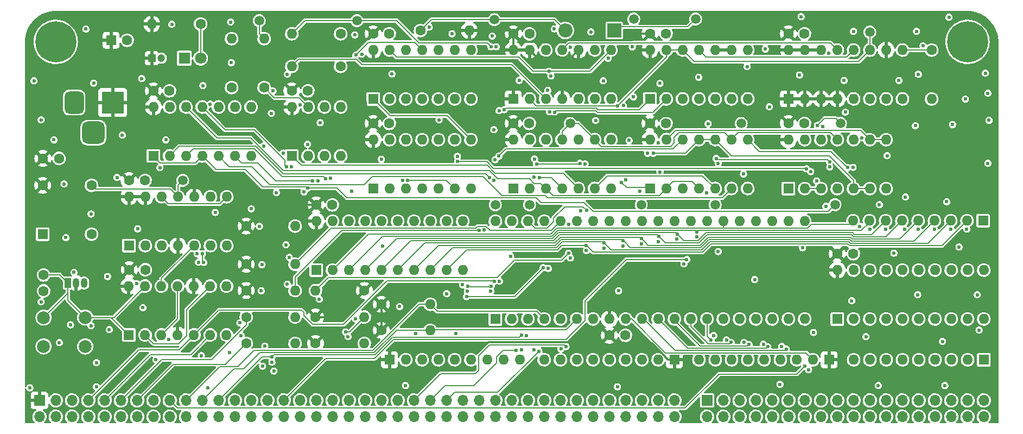
<source format=gbl>
G04 #@! TF.GenerationSoftware,KiCad,Pcbnew,(6.0.7-1)-1*
G04 #@! TF.CreationDate,2022-08-14T21:18:00+02:00*
G04 #@! TF.ProjectId,breakout,62726561-6b6f-4757-942e-6b696361645f,A.26*
G04 #@! TF.SameCoordinates,Original*
G04 #@! TF.FileFunction,Copper,L4,Bot*
G04 #@! TF.FilePolarity,Positive*
%FSLAX46Y46*%
G04 Gerber Fmt 4.6, Leading zero omitted, Abs format (unit mm)*
G04 Created by KiCad (PCBNEW (6.0.7-1)-1) date 2022-08-14 21:18:00*
%MOMM*%
%LPD*%
G01*
G04 APERTURE LIST*
G04 Aperture macros list*
%AMRoundRect*
0 Rectangle with rounded corners*
0 $1 Rounding radius*
0 $2 $3 $4 $5 $6 $7 $8 $9 X,Y pos of 4 corners*
0 Add a 4 corners polygon primitive as box body*
4,1,4,$2,$3,$4,$5,$6,$7,$8,$9,$2,$3,0*
0 Add four circle primitives for the rounded corners*
1,1,$1+$1,$2,$3*
1,1,$1+$1,$4,$5*
1,1,$1+$1,$6,$7*
1,1,$1+$1,$8,$9*
0 Add four rect primitives between the rounded corners*
20,1,$1+$1,$2,$3,$4,$5,0*
20,1,$1+$1,$4,$5,$6,$7,0*
20,1,$1+$1,$6,$7,$8,$9,0*
20,1,$1+$1,$8,$9,$2,$3,0*%
G04 Aperture macros list end*
G04 #@! TA.AperFunction,ComponentPad*
%ADD10C,1.600000*%
G04 #@! TD*
G04 #@! TA.AperFunction,ComponentPad*
%ADD11O,1.600000X1.600000*%
G04 #@! TD*
G04 #@! TA.AperFunction,ComponentPad*
%ADD12C,1.500000*%
G04 #@! TD*
G04 #@! TA.AperFunction,ComponentPad*
%ADD13R,1.600000X1.600000*%
G04 #@! TD*
G04 #@! TA.AperFunction,ComponentPad*
%ADD14R,2.200000X2.200000*%
G04 #@! TD*
G04 #@! TA.AperFunction,ComponentPad*
%ADD15O,2.200000X2.200000*%
G04 #@! TD*
G04 #@! TA.AperFunction,ComponentPad*
%ADD16C,2.000000*%
G04 #@! TD*
G04 #@! TA.AperFunction,ComponentPad*
%ADD17R,1.050000X1.500000*%
G04 #@! TD*
G04 #@! TA.AperFunction,ComponentPad*
%ADD18O,1.050000X1.500000*%
G04 #@! TD*
G04 #@! TA.AperFunction,ComponentPad*
%ADD19R,1.800000X1.800000*%
G04 #@! TD*
G04 #@! TA.AperFunction,ComponentPad*
%ADD20C,1.800000*%
G04 #@! TD*
G04 #@! TA.AperFunction,ComponentPad*
%ADD21C,6.400000*%
G04 #@! TD*
G04 #@! TA.AperFunction,ComponentPad*
%ADD22R,3.500000X3.500000*%
G04 #@! TD*
G04 #@! TA.AperFunction,ComponentPad*
%ADD23RoundRect,0.750000X-0.750000X-1.000000X0.750000X-1.000000X0.750000X1.000000X-0.750000X1.000000X0*%
G04 #@! TD*
G04 #@! TA.AperFunction,ComponentPad*
%ADD24RoundRect,0.875000X-0.875000X-0.875000X0.875000X-0.875000X0.875000X0.875000X-0.875000X0.875000X0*%
G04 #@! TD*
G04 #@! TA.AperFunction,ComponentPad*
%ADD25R,1.200000X1.200000*%
G04 #@! TD*
G04 #@! TA.AperFunction,ComponentPad*
%ADD26C,1.200000*%
G04 #@! TD*
G04 #@! TA.AperFunction,ComponentPad*
%ADD27R,1.700000X1.700000*%
G04 #@! TD*
G04 #@! TA.AperFunction,ComponentPad*
%ADD28O,1.700000X1.700000*%
G04 #@! TD*
G04 #@! TA.AperFunction,ViaPad*
%ADD29C,0.600000*%
G04 #@! TD*
G04 #@! TA.AperFunction,Conductor*
%ADD30C,0.298704*%
G04 #@! TD*
G04 #@! TA.AperFunction,Conductor*
%ADD31C,0.146812*%
G04 #@! TD*
G04 #@! TA.AperFunction,Conductor*
%ADD32C,0.200000*%
G04 #@! TD*
G04 APERTURE END LIST*
D10*
X53081000Y-68326000D03*
D11*
X45461000Y-68326000D03*
D10*
X45720000Y-78740000D03*
X48220000Y-78740000D03*
D12*
X152044400Y-96494600D03*
D10*
X28468000Y-89281000D03*
X30968000Y-89281000D03*
D12*
X110744000Y-83820000D03*
D10*
X60198000Y-118110000D03*
D11*
X67818000Y-118110000D03*
D12*
X157480000Y-69596000D03*
D10*
X70993000Y-118110000D03*
D11*
X78613000Y-118110000D03*
D10*
X57912000Y-78232000D03*
D11*
X57912000Y-70612000D03*
D10*
X70993000Y-113995200D03*
D11*
X78613000Y-113995200D03*
D13*
X41877500Y-116807500D03*
D11*
X44417500Y-116807500D03*
X46957500Y-116807500D03*
X49497500Y-116807500D03*
X52037500Y-116807500D03*
X54577500Y-116807500D03*
X57117500Y-116807500D03*
X57117500Y-109187500D03*
X54577500Y-109187500D03*
X52037500Y-109187500D03*
X49497500Y-109187500D03*
X46957500Y-109187500D03*
X44417500Y-109187500D03*
X41877500Y-109187500D03*
D13*
X99060000Y-114310000D03*
D11*
X101600000Y-114310000D03*
X104140000Y-114310000D03*
X106680000Y-114310000D03*
X109220000Y-114310000D03*
X111760000Y-114310000D03*
X114300000Y-114310000D03*
X116840000Y-114310000D03*
X119380000Y-114310000D03*
X121920000Y-114310000D03*
X124460000Y-114310000D03*
X127000000Y-114310000D03*
X129540000Y-114310000D03*
X132080000Y-114310000D03*
X134620000Y-114310000D03*
X137160000Y-114310000D03*
X139700000Y-114310000D03*
X142240000Y-114310000D03*
X144780000Y-114310000D03*
X147320000Y-114310000D03*
X147320000Y-99070000D03*
X144780000Y-99070000D03*
X142240000Y-99070000D03*
X139700000Y-99070000D03*
X137160000Y-99070000D03*
X134620000Y-99070000D03*
X132080000Y-99070000D03*
X129540000Y-99070000D03*
X127000000Y-99070000D03*
X124460000Y-99070000D03*
X121920000Y-99070000D03*
X119380000Y-99070000D03*
X116840000Y-99070000D03*
X114300000Y-99070000D03*
X111760000Y-99070000D03*
X109220000Y-99070000D03*
X106680000Y-99070000D03*
X104140000Y-99070000D03*
X101600000Y-99070000D03*
X99060000Y-99070000D03*
D12*
X104394000Y-96520000D03*
X121818400Y-96520000D03*
X130302000Y-67564000D03*
D13*
X151145000Y-120660000D03*
D11*
X148605000Y-120660000D03*
X146065000Y-120660000D03*
X143525000Y-120660000D03*
X140985000Y-120660000D03*
X138445000Y-120660000D03*
X135905000Y-120660000D03*
X133365000Y-120660000D03*
X130825000Y-120660000D03*
D10*
X62992000Y-78232000D03*
D11*
X62992000Y-70612000D03*
D13*
X123185000Y-93970000D03*
D11*
X125725000Y-93970000D03*
X128265000Y-93970000D03*
X130805000Y-93970000D03*
X133345000Y-93970000D03*
X135885000Y-93970000D03*
X138425000Y-93970000D03*
X138425000Y-86350000D03*
X135885000Y-86350000D03*
X133345000Y-86350000D03*
X130805000Y-86350000D03*
X128265000Y-86350000D03*
X125725000Y-86350000D03*
X123185000Y-86350000D03*
D12*
X99060000Y-96520000D03*
D13*
X82550000Y-120660000D03*
D11*
X85090000Y-120660000D03*
X87630000Y-120660000D03*
X90170000Y-120660000D03*
X92710000Y-120660000D03*
X95250000Y-120660000D03*
X97790000Y-120660000D03*
X100330000Y-120660000D03*
X102870000Y-120660000D03*
D14*
X117602000Y-69342000D03*
D15*
X109982000Y-69342000D03*
D13*
X80010000Y-80010000D03*
D11*
X82550000Y-80010000D03*
X85090000Y-80010000D03*
X87630000Y-80010000D03*
X90170000Y-80010000D03*
X92710000Y-80010000D03*
X95250000Y-80010000D03*
X95250000Y-72390000D03*
X92710000Y-72390000D03*
X90170000Y-72390000D03*
X87630000Y-72390000D03*
X85090000Y-72390000D03*
X82550000Y-72390000D03*
X80010000Y-72390000D03*
D13*
X39111000Y-70866000D03*
D10*
X41611000Y-70866000D03*
D13*
X67310000Y-88890000D03*
D11*
X69850000Y-88890000D03*
X72390000Y-88890000D03*
X74930000Y-88890000D03*
X74930000Y-81270000D03*
X72390000Y-81270000D03*
X69850000Y-81270000D03*
X67310000Y-81270000D03*
D13*
X144780000Y-93980000D03*
D11*
X147320000Y-93980000D03*
X149860000Y-93980000D03*
X152400000Y-93980000D03*
X154940000Y-93980000D03*
X157480000Y-93980000D03*
X160020000Y-93980000D03*
X160020000Y-86360000D03*
X157480000Y-86360000D03*
X154940000Y-86360000D03*
X152400000Y-86360000D03*
X149860000Y-86360000D03*
X147320000Y-86360000D03*
X144780000Y-86360000D03*
D10*
X41910000Y-92710000D03*
X44410000Y-92710000D03*
D12*
X120650000Y-67564000D03*
D16*
X28575000Y-118582000D03*
X35075000Y-118582000D03*
X28575000Y-114082000D03*
X35075000Y-114082000D03*
D13*
X175275000Y-120660000D03*
D11*
X172735000Y-120660000D03*
X170195000Y-120660000D03*
X167655000Y-120660000D03*
X165115000Y-120660000D03*
X162575000Y-120660000D03*
X160035000Y-120660000D03*
X157495000Y-120660000D03*
X154955000Y-120660000D03*
D13*
X71120000Y-106680000D03*
D11*
X73660000Y-106680000D03*
X76200000Y-106680000D03*
X78740000Y-106680000D03*
X81280000Y-106680000D03*
X83820000Y-106680000D03*
X86360000Y-106680000D03*
X88900000Y-106680000D03*
X91440000Y-106680000D03*
X93980000Y-106680000D03*
X93980000Y-99060000D03*
X91440000Y-99060000D03*
X88900000Y-99060000D03*
X86360000Y-99060000D03*
X83820000Y-99060000D03*
X81280000Y-99060000D03*
X78740000Y-99060000D03*
X76200000Y-99060000D03*
X73660000Y-99060000D03*
X71120000Y-99060000D03*
D10*
X28575000Y-107442000D03*
X28575000Y-109942000D03*
D17*
X32385000Y-108712000D03*
D18*
X33655000Y-108712000D03*
X34925000Y-108712000D03*
D10*
X60198000Y-113995200D03*
D11*
X67818000Y-113995200D03*
D10*
X87376000Y-69342000D03*
D11*
X94996000Y-69342000D03*
D10*
X123190000Y-83820000D03*
X125690000Y-83820000D03*
D13*
X28448000Y-101092000D03*
D10*
X36068000Y-101092000D03*
X36068000Y-93472000D03*
X28448000Y-93472000D03*
X81280000Y-116078000D03*
D11*
X88900000Y-116078000D03*
D10*
X74930000Y-69850000D03*
D11*
X67310000Y-69850000D03*
D13*
X101849000Y-93970000D03*
D11*
X104389000Y-93970000D03*
X106929000Y-93970000D03*
X109469000Y-93970000D03*
X112009000Y-93970000D03*
X114549000Y-93970000D03*
X117089000Y-93970000D03*
X117089000Y-86350000D03*
X114549000Y-86350000D03*
X112009000Y-86350000D03*
X109469000Y-86350000D03*
X106929000Y-86350000D03*
X104389000Y-86350000D03*
X101849000Y-86350000D03*
D10*
X81280000Y-112014000D03*
D11*
X88900000Y-112014000D03*
D13*
X80010000Y-93980000D03*
D11*
X82550000Y-93980000D03*
X85090000Y-93980000D03*
X87630000Y-93980000D03*
X90170000Y-93980000D03*
X92710000Y-93980000D03*
X95250000Y-93980000D03*
X95250000Y-86360000D03*
X92710000Y-86360000D03*
X90170000Y-86360000D03*
X87630000Y-86360000D03*
X85090000Y-86360000D03*
X82550000Y-86360000D03*
X80010000Y-86360000D03*
D13*
X123185000Y-80000000D03*
D11*
X125725000Y-80000000D03*
X128265000Y-80000000D03*
X130805000Y-80000000D03*
X133345000Y-80000000D03*
X135885000Y-80000000D03*
X138425000Y-80000000D03*
X138425000Y-72380000D03*
X135885000Y-72380000D03*
X133345000Y-72380000D03*
X130805000Y-72380000D03*
X128265000Y-72380000D03*
X125725000Y-72380000D03*
X123185000Y-72380000D03*
D13*
X101849000Y-80000000D03*
D11*
X104389000Y-80000000D03*
X106929000Y-80000000D03*
X109469000Y-80000000D03*
X112009000Y-80000000D03*
X114549000Y-80000000D03*
X117089000Y-80000000D03*
X117089000Y-72380000D03*
X114549000Y-72380000D03*
X112009000Y-72380000D03*
X109469000Y-72380000D03*
X106929000Y-72380000D03*
X104389000Y-72380000D03*
X101849000Y-72380000D03*
D12*
X152908000Y-83820000D03*
X137414000Y-83820000D03*
D10*
X60198000Y-109880400D03*
D11*
X67818000Y-109880400D03*
D10*
X101854000Y-83820000D03*
X104354000Y-83820000D03*
D12*
X62230000Y-67818000D03*
D10*
X80010000Y-83820000D03*
X82510000Y-83820000D03*
X152400000Y-104140000D03*
X154900000Y-104140000D03*
D12*
X50292000Y-92710000D03*
D10*
X101874000Y-69850000D03*
X104374000Y-69850000D03*
D12*
X98907600Y-67665600D03*
D10*
X123185000Y-69850000D03*
X125685000Y-69850000D03*
X60198000Y-105765600D03*
D11*
X67818000Y-105765600D03*
D19*
X50541000Y-73660000D03*
D20*
X53081000Y-73660000D03*
D10*
X78613000Y-109880400D03*
D11*
X70993000Y-109880400D03*
D12*
X77470000Y-67818000D03*
D21*
X172720000Y-71120000D03*
D10*
X74930000Y-74930000D03*
D11*
X67310000Y-74930000D03*
D10*
X71120000Y-96520000D03*
X73620000Y-96520000D03*
D13*
X45715000Y-88890000D03*
D11*
X48255000Y-88890000D03*
X50795000Y-88890000D03*
X53335000Y-88890000D03*
X55875000Y-88890000D03*
X58415000Y-88890000D03*
X60955000Y-88890000D03*
X60955000Y-81270000D03*
X58415000Y-81270000D03*
X55875000Y-81270000D03*
X53335000Y-81270000D03*
X50795000Y-81270000D03*
X48255000Y-81270000D03*
X45715000Y-81270000D03*
D22*
X39350200Y-80576500D03*
D23*
X33350200Y-80576500D03*
D24*
X36350200Y-85276500D03*
D13*
X41910000Y-102870000D03*
D11*
X44450000Y-102870000D03*
X46990000Y-102870000D03*
X49530000Y-102870000D03*
X52070000Y-102870000D03*
X54610000Y-102870000D03*
X57150000Y-102870000D03*
X57150000Y-95250000D03*
X54610000Y-95250000D03*
X52070000Y-95250000D03*
X49530000Y-95250000D03*
X46990000Y-95250000D03*
X44450000Y-95250000D03*
X41910000Y-95250000D03*
D21*
X30480000Y-71120000D03*
D25*
X45461000Y-73660000D03*
D26*
X46961000Y-73660000D03*
D12*
X133350000Y-96520000D03*
D13*
X144795000Y-80000000D03*
D11*
X147335000Y-80000000D03*
X149875000Y-80000000D03*
X152415000Y-80000000D03*
X154955000Y-80000000D03*
X157495000Y-80000000D03*
X160035000Y-80000000D03*
X162575000Y-80000000D03*
X162575000Y-72380000D03*
X160035000Y-72380000D03*
X157495000Y-72380000D03*
X154955000Y-72380000D03*
X152415000Y-72380000D03*
X149875000Y-72380000D03*
X147335000Y-72380000D03*
X144795000Y-72380000D03*
D10*
X167132000Y-72390000D03*
D11*
X167132000Y-80010000D03*
D13*
X127000000Y-120660000D03*
D11*
X124460000Y-120660000D03*
X121920000Y-120660000D03*
X119380000Y-120660000D03*
X116840000Y-120660000D03*
X114300000Y-120660000D03*
X111760000Y-120660000D03*
X109220000Y-120660000D03*
X106680000Y-120660000D03*
D10*
X80005000Y-69850000D03*
X82505000Y-69850000D03*
X41942500Y-106647500D03*
X44442500Y-106647500D03*
X116840000Y-116850000D03*
X119340000Y-116850000D03*
D13*
X152400000Y-114310000D03*
D11*
X154940000Y-114310000D03*
X157480000Y-114310000D03*
X160020000Y-114310000D03*
X162560000Y-114310000D03*
X165100000Y-114310000D03*
X167640000Y-114310000D03*
X170180000Y-114310000D03*
X172720000Y-114310000D03*
X175260000Y-114310000D03*
X175260000Y-106690000D03*
X172720000Y-106690000D03*
X170180000Y-106690000D03*
X167640000Y-106690000D03*
X165100000Y-106690000D03*
X162560000Y-106690000D03*
X160020000Y-106690000D03*
X157480000Y-106690000D03*
X154940000Y-106690000D03*
X152400000Y-106690000D03*
D10*
X144780000Y-83820000D03*
X147280000Y-83820000D03*
X144780000Y-69850000D03*
X147280000Y-69850000D03*
X60198000Y-99822000D03*
D11*
X67818000Y-99822000D03*
D10*
X67310000Y-78740000D03*
X69810000Y-78740000D03*
D13*
X175183800Y-98983800D03*
D11*
X172643800Y-98983800D03*
X170103800Y-98983800D03*
X167563800Y-98983800D03*
X165023800Y-98983800D03*
X162483800Y-98983800D03*
X159943800Y-98983800D03*
X157403800Y-98983800D03*
X154863800Y-98983800D03*
D27*
X132080000Y-127000000D03*
D28*
X132080000Y-129540000D03*
X134620000Y-127000000D03*
X134620000Y-129540000D03*
X137160000Y-127000000D03*
X137160000Y-129540000D03*
X139700000Y-127000000D03*
X139700000Y-129540000D03*
X142240000Y-127000000D03*
X142240000Y-129540000D03*
X144780000Y-127000000D03*
X144780000Y-129540000D03*
X147320000Y-127000000D03*
X147320000Y-129540000D03*
X149860000Y-127000000D03*
X149860000Y-129540000D03*
X152400000Y-127000000D03*
X152400000Y-129540000D03*
X154940000Y-127000000D03*
X154940000Y-129540000D03*
X157480000Y-127000000D03*
X157480000Y-129540000D03*
X160020000Y-127000000D03*
X160020000Y-129540000D03*
X162560000Y-127000000D03*
X162560000Y-129540000D03*
X165100000Y-127000000D03*
X165100000Y-129540000D03*
X167640000Y-127000000D03*
X167640000Y-129540000D03*
X170180000Y-127000000D03*
X170180000Y-129540000D03*
X172720000Y-127000000D03*
X172720000Y-129540000D03*
X175260000Y-127000000D03*
X175260000Y-129540000D03*
D27*
X27940000Y-127000000D03*
D28*
X27940000Y-129540000D03*
X30480000Y-127000000D03*
X30480000Y-129540000D03*
X33020000Y-127000000D03*
X33020000Y-129540000D03*
X35560000Y-127000000D03*
X35560000Y-129540000D03*
X38100000Y-127000000D03*
X38100000Y-129540000D03*
X40640000Y-127000000D03*
X40640000Y-129540000D03*
X43180000Y-127000000D03*
X43180000Y-129540000D03*
X45720000Y-127000000D03*
X45720000Y-129540000D03*
X48260000Y-127000000D03*
X48260000Y-129540000D03*
X50800000Y-127000000D03*
X50800000Y-129540000D03*
X53340000Y-127000000D03*
X53340000Y-129540000D03*
X55880000Y-127000000D03*
X55880000Y-129540000D03*
X58420000Y-127000000D03*
X58420000Y-129540000D03*
X60960000Y-127000000D03*
X60960000Y-129540000D03*
X63500000Y-127000000D03*
X63500000Y-129540000D03*
X66040000Y-127000000D03*
X66040000Y-129540000D03*
X68580000Y-127000000D03*
X68580000Y-129540000D03*
X71120000Y-127000000D03*
X71120000Y-129540000D03*
X73660000Y-127000000D03*
X73660000Y-129540000D03*
X76200000Y-127000000D03*
X76200000Y-129540000D03*
X78740000Y-127000000D03*
X78740000Y-129540000D03*
X81280000Y-127000000D03*
X81280000Y-129540000D03*
X83820000Y-127000000D03*
X83820000Y-129540000D03*
X86360000Y-127000000D03*
X86360000Y-129540000D03*
X88900000Y-127000000D03*
X88900000Y-129540000D03*
X91440000Y-127000000D03*
X91440000Y-129540000D03*
X93980000Y-127000000D03*
X93980000Y-129540000D03*
X96520000Y-127000000D03*
X96520000Y-129540000D03*
X99060000Y-127000000D03*
X99060000Y-129540000D03*
X101600000Y-127000000D03*
X101600000Y-129540000D03*
X104140000Y-127000000D03*
X104140000Y-129540000D03*
X106680000Y-127000000D03*
X106680000Y-129540000D03*
X109220000Y-127000000D03*
X109220000Y-129540000D03*
X111760000Y-127000000D03*
X111760000Y-129540000D03*
X114300000Y-127000000D03*
X114300000Y-129540000D03*
X116840000Y-127000000D03*
X116840000Y-129540000D03*
X119380000Y-127000000D03*
X119380000Y-129540000D03*
X121920000Y-127000000D03*
X121920000Y-129540000D03*
X124460000Y-127000000D03*
X124460000Y-129540000D03*
X127000000Y-127000000D03*
X127000000Y-129540000D03*
D29*
X127254000Y-96240600D03*
X114503200Y-88950800D03*
X64871600Y-99822000D03*
X56642000Y-114300000D03*
X67818000Y-121412000D03*
X164490400Y-117576600D03*
X139649200Y-116865400D03*
X55778400Y-99339400D03*
X163220400Y-117525800D03*
X108178600Y-110185200D03*
X100101400Y-112115600D03*
X144957800Y-117043200D03*
X163220400Y-103987600D03*
X113715800Y-92100400D03*
X65684400Y-109728000D03*
X145770600Y-109448600D03*
X105181400Y-111556800D03*
X65532000Y-105511600D03*
X126822200Y-109913894D03*
X118694200Y-96799400D03*
X27660600Y-97434400D03*
X131064000Y-69850000D03*
X142468600Y-104292400D03*
X58597800Y-83972400D03*
X95427800Y-83210400D03*
X164490400Y-103886000D03*
X60198000Y-94259400D03*
X109753400Y-89001600D03*
X95377000Y-75615800D03*
X139217400Y-69850000D03*
X101549200Y-109194600D03*
X55676800Y-92329000D03*
X69203075Y-94501489D03*
X66598800Y-108889800D03*
X40868600Y-85648800D03*
X169468800Y-96037400D03*
X35179000Y-69113400D03*
X162890200Y-100279200D03*
X108254800Y-69088000D03*
X168808400Y-117805200D03*
X154863800Y-90678000D03*
X99704296Y-108409840D03*
X174244000Y-110540800D03*
X31038800Y-117983000D03*
X86639400Y-116611400D03*
X120421400Y-71907400D03*
X103936800Y-116936976D03*
X98831400Y-84810600D03*
X133832600Y-90043000D03*
X170383200Y-83997800D03*
X110769400Y-104800400D03*
X165049200Y-76174600D03*
X122805969Y-88479419D03*
X47650400Y-86385400D03*
X151231600Y-90601800D03*
X109296200Y-118948200D03*
X46736000Y-90728800D03*
X175514000Y-75996800D03*
X81280000Y-89408000D03*
X155930600Y-99872800D03*
X36830000Y-124866400D03*
X130455282Y-101530629D03*
X48590200Y-68376800D03*
X26441400Y-125044200D03*
X81432400Y-102946200D03*
X91465400Y-110363000D03*
X163042600Y-95300800D03*
X99014389Y-89477645D03*
X38557200Y-107696000D03*
X148691600Y-116408200D03*
X53441600Y-77927200D03*
X146761200Y-67183000D03*
X93141800Y-88976200D03*
X167538400Y-100304600D03*
X103124977Y-119091018D03*
X43154600Y-108813600D03*
X138328400Y-74980800D03*
X112369600Y-97409000D03*
X110769400Y-71932800D03*
X149174200Y-92786200D03*
X66598800Y-76149200D03*
X88747600Y-68808600D03*
X53187600Y-120015000D03*
X164769800Y-69469000D03*
X64363600Y-78765400D03*
X69748400Y-87071200D03*
X162026600Y-77114400D03*
X98577400Y-70205600D03*
X107721400Y-76428600D03*
X36398200Y-77546200D03*
X146507200Y-76276200D03*
X175895000Y-79121000D03*
X66395600Y-102743000D03*
X105181400Y-89382600D03*
X33324800Y-107035600D03*
X156870400Y-117068600D03*
X120599200Y-79679800D03*
X107238800Y-78663800D03*
X118948200Y-102954294D03*
X116662200Y-73685400D03*
X46101000Y-120650000D03*
X158800800Y-124688600D03*
X174523400Y-116052600D03*
X132029200Y-94615000D03*
X172593000Y-100304600D03*
X124460000Y-86817200D03*
X71602600Y-111226600D03*
X151079200Y-72923400D03*
X48082200Y-117475000D03*
X59385200Y-116890800D03*
X164947600Y-110540800D03*
X153466800Y-77114400D03*
X84582000Y-92710000D03*
X124739400Y-91414600D03*
X44069000Y-112547400D03*
X160172400Y-88849200D03*
X169189400Y-124688600D03*
X119938800Y-86461600D03*
X55372000Y-97688400D03*
X59207400Y-114909600D03*
X35991800Y-115366800D03*
X135128000Y-117576600D03*
X66903600Y-104698800D03*
X52552602Y-104140001D03*
X76606400Y-94361000D03*
X62738000Y-121666000D03*
X137769600Y-91719400D03*
X62255400Y-99872800D03*
X157505400Y-100355400D03*
X140868400Y-118237000D03*
X62636400Y-105841800D03*
X171399200Y-103098600D03*
X71375658Y-92760793D03*
X40030400Y-92252800D03*
X32054800Y-101625400D03*
X57556400Y-119507000D03*
X99187000Y-71879500D03*
X73344698Y-92379741D03*
X68580000Y-80899000D03*
X92303600Y-69850000D03*
X43891200Y-76835000D03*
X84124800Y-112369600D03*
X121640600Y-94386400D03*
X146989800Y-103200200D03*
X158978600Y-96494600D03*
X118110000Y-124866400D03*
X164592000Y-84175600D03*
X62534800Y-109905800D03*
X114706400Y-83362800D03*
X92862400Y-116586000D03*
X121869200Y-102598694D03*
X38836600Y-115951000D03*
X128473200Y-105714800D03*
X175895000Y-90043000D03*
X159943800Y-100304600D03*
X57759600Y-68021200D03*
X77139800Y-70027800D03*
X64897000Y-94615000D03*
X94691200Y-110007400D03*
X93954600Y-108991400D03*
X32791400Y-115214400D03*
X113055400Y-90119200D03*
X119405400Y-92574906D03*
X97307400Y-100431600D03*
X82931000Y-76098400D03*
X143459200Y-124510800D03*
X139522200Y-108153200D03*
X28194000Y-111633000D03*
X60985400Y-97129600D03*
X99644200Y-81838800D03*
X164998400Y-100304600D03*
X30200600Y-86385400D03*
X52755800Y-105460800D03*
X64516000Y-122428000D03*
X98350003Y-109969694D03*
X43256200Y-100253800D03*
X150622000Y-96723200D03*
X63093600Y-118541800D03*
X36830000Y-121107200D03*
X113969800Y-69570600D03*
X116001767Y-103276906D03*
X169824400Y-67284600D03*
X31775400Y-93268800D03*
X110515400Y-99517200D03*
X54178200Y-125044200D03*
X133832600Y-103784400D03*
X107510106Y-82015680D03*
X147929600Y-122224800D03*
X105079800Y-119100600D03*
X102768400Y-77114400D03*
X165785800Y-71729600D03*
X64109600Y-82245200D03*
X27076400Y-77190600D03*
X113258600Y-103632000D03*
X28194000Y-83261200D03*
X132257800Y-83870800D03*
X71729600Y-83718400D03*
X154940000Y-69469000D03*
X54584600Y-80822800D03*
X137845800Y-117957600D03*
X150114000Y-84302600D03*
X141173200Y-72237600D03*
X143738600Y-118592600D03*
X161239200Y-104038400D03*
X127355600Y-101879400D03*
X107315000Y-106426000D03*
X176072800Y-83337400D03*
X90271600Y-83261200D03*
X124739400Y-77571600D03*
X172389800Y-80035400D03*
X156210000Y-86055200D03*
X65963800Y-88468200D03*
X133127997Y-116899769D03*
X130784600Y-76631800D03*
X67266208Y-90609894D03*
X85039200Y-124688600D03*
X78224336Y-73042736D03*
X124510800Y-102249181D03*
X35991800Y-97942400D03*
X64205508Y-121046060D03*
X115900200Y-77190600D03*
X105130600Y-92202000D03*
X76073000Y-117043200D03*
X62941200Y-87325200D03*
X118287800Y-109905800D03*
X98832553Y-92711062D03*
X154660600Y-111455200D03*
X119024400Y-81051400D03*
X148259800Y-91338400D03*
X77241400Y-114274600D03*
X101447600Y-104571800D03*
X153670000Y-82067400D03*
X57861200Y-74345800D03*
X141808200Y-81229200D03*
X170154600Y-100304600D03*
X100434395Y-81697650D03*
X108309739Y-82085805D03*
X118153483Y-81082887D03*
X113295176Y-97378509D03*
X98384297Y-71879500D03*
X147583631Y-90905818D03*
X93172585Y-89778312D03*
X149301200Y-84150200D03*
X118733923Y-93014736D03*
X105928140Y-92292890D03*
X107428058Y-75681417D03*
X154042906Y-90703400D03*
X69757589Y-93921106D03*
X98874106Y-108425292D03*
X53355304Y-104140000D03*
X53558058Y-105487525D03*
X147320000Y-121666000D03*
X103145007Y-116805088D03*
X64185800Y-120243600D03*
X123696480Y-88479387D03*
X96505826Y-100474153D03*
X77280863Y-73171472D03*
X128918301Y-105046806D03*
X66463505Y-90609894D03*
X110472808Y-104054502D03*
X75692969Y-116336158D03*
X72542400Y-92405200D03*
X70572963Y-92764172D03*
X106519356Y-106319784D03*
X94564200Y-110820200D03*
X110083600Y-118618000D03*
X112256706Y-90039078D03*
X105475743Y-90129389D03*
X102331395Y-119211679D03*
X105848649Y-119331255D03*
X98406845Y-109169007D03*
X94733831Y-109184095D03*
X132714793Y-117602674D03*
X135834727Y-117957215D03*
X138633200Y-118287800D03*
X141561810Y-118641369D03*
X144426173Y-119006815D03*
X113205235Y-102831073D03*
X116053480Y-102475871D03*
X118973600Y-102133400D03*
X121818400Y-101777800D03*
X124561600Y-101427332D03*
X127406403Y-101078307D03*
X130479942Y-100728306D03*
X85383585Y-92667640D03*
X99601494Y-88930252D03*
X98164525Y-92266011D03*
X151213247Y-89799308D03*
X133509330Y-89293176D03*
D30*
X43078400Y-91541600D02*
X41910000Y-92710000D01*
X60198000Y-92379800D02*
X59359800Y-91541600D01*
X81280000Y-116078000D02*
X81280000Y-112014000D01*
X103118600Y-71094600D02*
X108839000Y-71094600D01*
X109093000Y-70840600D02*
X120421400Y-70840600D01*
X121412000Y-69850000D02*
X123185000Y-69850000D01*
X70993000Y-113995200D02*
X74498200Y-113995200D01*
X105541552Y-73532552D02*
X110856448Y-73532552D01*
X108839000Y-71094600D02*
X109093000Y-70840600D01*
X125612552Y-120290001D02*
X125612552Y-120182597D01*
X106477890Y-82737857D02*
X108579828Y-82737857D01*
X106391633Y-82651600D02*
X106477890Y-82737857D01*
X68580000Y-77470000D02*
X75946000Y-77470000D01*
X120421400Y-70840600D02*
X121412000Y-69850000D01*
X127000000Y-120660000D02*
X125982551Y-120660000D01*
X152415000Y-80000000D02*
X144795000Y-80000000D01*
X61350552Y-111032952D02*
X68030752Y-111032952D01*
X101854000Y-83820000D02*
X103022400Y-82651600D01*
X101849000Y-72380000D02*
X101849000Y-69875000D01*
X78857448Y-80381448D02*
X78857448Y-82667448D01*
X124342552Y-82667448D02*
X143627448Y-82667448D01*
X67310000Y-78740000D02*
X65100200Y-76530200D01*
X143627448Y-82667448D02*
X144780000Y-83820000D01*
X94996000Y-69342000D02*
X101366000Y-69342000D01*
X47929800Y-76530200D02*
X45720000Y-78740000D01*
X74498200Y-113995200D02*
X78613000Y-109880400D01*
X71120000Y-96520000D02*
X62458600Y-96520000D01*
X104389000Y-72380000D02*
X105541552Y-73532552D01*
X125982551Y-120660000D02*
X125612552Y-120290001D01*
X97524851Y-118357659D02*
X83753637Y-118357659D01*
X123190000Y-83820000D02*
X124342552Y-82667448D01*
X103022400Y-82651600D02*
X106391633Y-82651600D01*
X108579828Y-82737857D02*
X108606937Y-82710748D01*
X101874000Y-69850000D02*
X103118600Y-71094600D01*
X125612552Y-120182597D02*
X123565355Y-118135400D01*
X65100200Y-76530200D02*
X47929800Y-76530200D01*
X60198000Y-94259400D02*
X60198000Y-92379800D01*
X123565355Y-118135400D02*
X118125400Y-118135400D01*
X115751459Y-117938541D02*
X97943969Y-117938541D01*
X78857448Y-82667448D02*
X80010000Y-83820000D01*
X101366000Y-69342000D02*
X101874000Y-69850000D01*
X83753637Y-118357659D02*
X82550000Y-119561296D01*
X60198000Y-109880400D02*
X61350552Y-111032952D01*
X122080748Y-82710748D02*
X123190000Y-83820000D01*
X62458600Y-96520000D02*
X60198000Y-94259400D01*
X118125400Y-118135400D02*
X116840000Y-116850000D01*
X75946000Y-77470000D02*
X78857448Y-80381448D01*
X67310000Y-78740000D02*
X68580000Y-77470000D01*
X68030752Y-111032952D02*
X70993000Y-113995200D01*
X59359800Y-91541600D02*
X43078400Y-91541600D01*
X152410000Y-80000000D02*
X152146000Y-80264000D01*
X152415000Y-80000000D02*
X152410000Y-80000000D01*
X116840000Y-116850000D02*
X115751459Y-117938541D01*
X110856448Y-73532552D02*
X112009000Y-72380000D01*
X97943969Y-117938541D02*
X97524851Y-118357659D01*
X82550000Y-119561296D02*
X82550000Y-120660000D01*
X108606937Y-82710748D02*
X122080748Y-82710748D01*
D31*
X31115000Y-107442000D02*
X32385000Y-108712000D01*
X32385000Y-111392000D02*
X32385000Y-109956600D01*
X32385000Y-109956600D02*
X32385000Y-110272000D01*
X35075000Y-114082000D02*
X39152000Y-114082000D01*
X39152000Y-114082000D02*
X41877500Y-116807500D01*
X28575000Y-107442000D02*
X31115000Y-107442000D01*
X32385000Y-110272000D02*
X28575000Y-114082000D01*
X39152000Y-114082000D02*
X39523000Y-114082000D01*
X35075000Y-114082000D02*
X32385000Y-111392000D01*
X32385000Y-108712000D02*
X32385000Y-109956600D01*
X39523000Y-114082000D02*
X44417500Y-109187500D01*
X53081000Y-68326000D02*
X53081000Y-73660000D01*
X118170606Y-68773394D02*
X129092606Y-68773394D01*
X117602000Y-69342000D02*
X118170606Y-68773394D01*
X129092606Y-68773394D02*
X130302000Y-67564000D01*
X98907600Y-67665600D02*
X89052400Y-67665600D01*
X89052400Y-67665600D02*
X87376000Y-69342000D01*
X109982000Y-69342000D02*
X108305600Y-67665600D01*
X108305600Y-67665600D02*
X98907600Y-67665600D01*
X36677600Y-94081600D02*
X48361600Y-94081600D01*
X36068000Y-93472000D02*
X36677600Y-94081600D01*
X48361600Y-94081600D02*
X49530000Y-95250000D01*
X49530000Y-93472000D02*
X50292000Y-92710000D01*
X49530000Y-95250000D02*
X49530000Y-93472000D01*
X115022816Y-81658993D02*
X114796223Y-81432400D01*
X114796223Y-81432400D02*
X100699645Y-81432400D01*
X123185000Y-80000000D02*
X121526007Y-81658993D01*
X121526007Y-81658993D02*
X115022816Y-81658993D01*
X100699645Y-81432400D02*
X100434395Y-81697650D01*
X123639195Y-82085805D02*
X114955342Y-82085805D01*
X125725000Y-80000000D02*
X123639195Y-82085805D01*
X114955342Y-82085805D02*
X114767231Y-81897694D01*
X108497850Y-81897694D02*
X108309739Y-82085805D01*
X114767231Y-81897694D02*
X108497850Y-81897694D01*
X125725000Y-73511370D02*
X125725000Y-72380000D01*
X104389000Y-80000000D02*
X105471887Y-81082887D01*
X155707000Y-74168000D02*
X130053000Y-74168000D01*
X130053000Y-74168000D02*
X128265000Y-72380000D01*
X104140000Y-99070000D02*
X105222200Y-100152200D01*
X108143394Y-98561806D02*
X109880400Y-96824800D01*
X105222200Y-100152200D02*
X107120351Y-100152200D01*
X107120351Y-100152200D02*
X108143394Y-99129157D01*
X157495000Y-72380000D02*
X155707000Y-74168000D01*
X125725000Y-72380000D02*
X128265000Y-72380000D01*
X109880400Y-96824800D02*
X112741467Y-96824800D01*
X105471887Y-81082887D02*
X118153483Y-81082887D01*
X118153483Y-81082887D02*
X125725000Y-73511370D01*
X112741467Y-96824800D02*
X113295176Y-97378509D01*
X157495000Y-72380000D02*
X157495000Y-69611000D01*
X108143394Y-99129157D02*
X108143394Y-98561806D01*
X157495000Y-69611000D02*
X157480000Y-69596000D01*
D32*
X62230000Y-67818000D02*
X62230000Y-69850000D01*
X62230000Y-69850000D02*
X62992000Y-70612000D01*
X87125002Y-71275402D02*
X97780199Y-71275402D01*
X77470000Y-67818000D02*
X83667600Y-67818000D01*
X69342000Y-67818000D02*
X77470000Y-67818000D01*
X83667600Y-67818000D02*
X87125002Y-71275402D01*
X97780199Y-71275402D02*
X98384297Y-71879500D01*
X67310000Y-69850000D02*
X69342000Y-67818000D01*
D31*
X110744000Y-83820000D02*
X109469000Y-85095000D01*
X114549000Y-86350000D02*
X115625606Y-87426606D01*
X134808394Y-85273394D02*
X135885000Y-86350000D01*
X126974600Y-86893400D02*
X126974600Y-86029800D01*
X127731006Y-85273394D02*
X134808394Y-85273394D01*
X126974600Y-86029800D02*
X127731006Y-85273394D01*
X115625606Y-87426606D02*
X126441394Y-87426606D01*
X126441394Y-87426606D02*
X126974600Y-86893400D01*
X112019000Y-83820000D02*
X114549000Y-86350000D01*
X136961606Y-85273394D02*
X151313394Y-85273394D01*
X151313394Y-85273394D02*
X152400000Y-86360000D01*
X110744000Y-83820000D02*
X112019000Y-83820000D01*
X109469000Y-85095000D02*
X109469000Y-86350000D01*
X135885000Y-86350000D02*
X136961606Y-85273394D01*
X98763294Y-90838494D02*
X147516307Y-90838494D01*
X152158000Y-83070000D02*
X150381400Y-83070000D01*
X97703112Y-89778312D02*
X98763294Y-90838494D01*
X93172585Y-89778312D02*
X97703112Y-89778312D01*
X150381400Y-83070000D02*
X149301200Y-84150200D01*
X147516307Y-90838494D02*
X147583631Y-90905818D01*
X152908000Y-83820000D02*
X152158000Y-83070000D01*
X119529481Y-93810294D02*
X118733923Y-93014736D01*
X123025294Y-93810294D02*
X119529481Y-93810294D01*
X123185000Y-93970000D02*
X123025294Y-93810294D01*
X116520200Y-91998800D02*
X131373800Y-91998800D01*
X114549000Y-93970000D02*
X116520200Y-91998800D01*
X131373800Y-91998800D02*
X133345000Y-93970000D01*
X107791890Y-92292890D02*
X105928140Y-92292890D01*
X82550000Y-72390000D02*
X83663881Y-73503881D01*
X102713881Y-73503881D02*
X104891417Y-75681417D01*
X83663881Y-73503881D02*
X102713881Y-73503881D01*
X109469000Y-93970000D02*
X107791890Y-92292890D01*
X117089000Y-72380000D02*
X113787583Y-75681417D01*
X104891417Y-75681417D02*
X107428058Y-75681417D01*
X113787583Y-75681417D02*
X107428058Y-75681417D01*
X153949400Y-90703400D02*
X154042906Y-90703400D01*
X138425000Y-86350000D02*
X140263800Y-88188800D01*
X151434800Y-88188800D02*
X153949400Y-90703400D01*
X140263800Y-88188800D02*
X151434800Y-88188800D01*
X55470973Y-91025973D02*
X60037973Y-91025973D01*
X112921204Y-96189800D02*
X106197400Y-96189800D01*
X46791606Y-89966606D02*
X52258394Y-89966606D01*
X60037973Y-91025973D02*
X62731913Y-93719913D01*
X152044400Y-96494600D02*
X150992394Y-97546606D01*
X150992394Y-97546606D02*
X114278010Y-97546606D01*
X74363106Y-93921106D02*
X69757589Y-93921106D01*
X45715000Y-88890000D02*
X46791606Y-89966606D01*
X106197400Y-96189800D02*
X105410000Y-95402400D01*
X114278010Y-97546606D02*
X112921204Y-96189800D01*
X52258394Y-89966606D02*
X53335000Y-88890000D01*
X62731913Y-93719913D02*
X69556396Y-93719913D01*
X69556396Y-93719913D02*
X69757589Y-93921106D01*
X53335000Y-88890000D02*
X55470973Y-91025973D01*
X75844400Y-95402400D02*
X74363106Y-93921106D01*
X105410000Y-95402400D02*
X75844400Y-95402400D01*
X38100000Y-127010000D02*
X45272800Y-119837200D01*
X45272800Y-119837200D02*
X51547800Y-119837200D01*
X51547800Y-119837200D02*
X54577500Y-116807500D01*
X49744400Y-119100600D02*
X43469400Y-119100600D01*
X98838708Y-108389894D02*
X98874106Y-108425292D01*
X55942000Y-112903000D02*
X68783200Y-112903000D01*
X69189600Y-113766600D02*
X70561200Y-115138200D01*
X68783200Y-112903000D02*
X69189600Y-113309400D01*
X52037500Y-116807500D02*
X55942000Y-112903000D01*
X82110106Y-108389894D02*
X98838708Y-108389894D01*
X52037500Y-116807500D02*
X49744400Y-119100600D01*
X69189600Y-113309400D02*
X69189600Y-113766600D01*
X75361800Y-115138200D02*
X82110106Y-108389894D01*
X43469400Y-119100600D02*
X35560000Y-127010000D01*
X70561200Y-115138200D02*
X75361800Y-115138200D01*
X97784932Y-90354418D02*
X99031008Y-91600494D01*
X48828800Y-121361200D02*
X56997600Y-121361200D01*
X109639494Y-91600494D02*
X112009000Y-93970000D01*
X67310000Y-88890000D02*
X68774418Y-90354418D01*
X43180000Y-127010000D02*
X48828800Y-121361200D01*
X99031008Y-91600494D02*
X109639494Y-91600494D01*
X68774418Y-90354418D02*
X97784932Y-90354418D01*
X56997600Y-121361200D02*
X56997600Y-121310400D01*
X56997600Y-121310400D02*
X60198000Y-118110000D01*
X60198000Y-115249551D02*
X60198000Y-113995200D01*
X53355304Y-104140000D02*
X53355304Y-105284771D01*
X53355304Y-105284771D02*
X53558058Y-105487525D01*
X40640000Y-127010000D02*
X47000000Y-120650000D01*
X47000000Y-120650000D02*
X54797551Y-120650000D01*
X54797551Y-120650000D02*
X60198000Y-115249551D01*
X151338394Y-71303394D02*
X152415000Y-72380000D01*
X110545606Y-71303394D02*
X151338394Y-71303394D01*
X49497500Y-109187500D02*
X49497500Y-114267500D01*
X77409394Y-73853394D02*
X78232000Y-74676000D01*
X49497500Y-114267500D02*
X46957500Y-116807500D01*
X109469000Y-72380000D02*
X110545606Y-71303394D01*
X101600000Y-74676000D02*
X101602500Y-74673500D01*
X78232000Y-74676000D02*
X101600000Y-74676000D01*
X67310000Y-74930000D02*
X68386606Y-73853394D01*
X101602500Y-74673500D02*
X106929000Y-80000000D01*
X68386606Y-73853394D02*
X77409394Y-73853394D01*
X149860000Y-93980000D02*
X147320000Y-93980000D01*
X133951588Y-122885200D02*
X146100800Y-122885200D01*
X146100800Y-122885200D02*
X147320000Y-121666000D01*
X48260000Y-127010000D02*
X49443800Y-128193800D01*
X128642988Y-128193800D02*
X133951588Y-122885200D01*
X49443800Y-128193800D02*
X128642988Y-128193800D01*
X50800000Y-127010000D02*
X56081026Y-121728974D01*
X56081026Y-121728974D02*
X58865026Y-121728974D01*
X61382856Y-119211144D02*
X79965998Y-119211144D01*
X90017600Y-113131600D02*
X105501600Y-113131600D01*
X105501600Y-113131600D02*
X106680000Y-114310000D01*
X58865026Y-121728974D02*
X61382856Y-119211144D01*
X88900000Y-112014000D02*
X90017600Y-113131600D01*
X87163142Y-112014000D02*
X88900000Y-112014000D01*
X79965998Y-119211144D02*
X87163142Y-112014000D01*
X88849200Y-116027200D02*
X88900000Y-116078000D01*
X88968106Y-116009894D02*
X110060106Y-116009894D01*
X88900000Y-116078000D02*
X88968106Y-116009894D01*
X83644228Y-116027200D02*
X88849200Y-116027200D01*
X53340000Y-127010000D02*
X58271513Y-122078487D01*
X110060106Y-116009894D02*
X111760000Y-114310000D01*
X59785513Y-122078487D02*
X62303343Y-119560657D01*
X80110771Y-119560657D02*
X83644228Y-116027200D01*
X58271513Y-122078487D02*
X59785513Y-122078487D01*
X62303343Y-119560657D02*
X80110771Y-119560657D01*
X82976745Y-117188969D02*
X97597565Y-117188969D01*
X97622965Y-117163569D02*
X102786526Y-117163569D01*
X64509913Y-119919487D02*
X80246227Y-119919487D01*
X62646400Y-120243600D02*
X64185800Y-120243600D01*
X64185800Y-120243600D02*
X64509913Y-119919487D01*
X80246227Y-119919487D02*
X82976745Y-117188969D01*
X102786526Y-117163569D02*
X103145007Y-116805088D01*
X55880000Y-127010000D02*
X62646400Y-120243600D01*
X97597565Y-117188969D02*
X97622965Y-117163569D01*
X96309748Y-99855494D02*
X97571431Y-99855494D01*
X107788287Y-100501713D02*
X109220000Y-99070000D01*
X157480000Y-93980000D02*
X154940000Y-93980000D01*
X135895000Y-88900000D02*
X133345000Y-86350000D01*
X67818000Y-105765600D02*
X73425313Y-100158287D01*
X96006955Y-100158287D02*
X96309748Y-99855494D01*
X151128676Y-88900000D02*
X135895000Y-88900000D01*
X154940000Y-92711324D02*
X151128676Y-88900000D01*
X98217650Y-100501713D02*
X107788287Y-100501713D01*
X133345000Y-86350000D02*
X130805000Y-86350000D01*
X130805000Y-86350000D02*
X128675613Y-88479387D01*
X97571431Y-99855494D02*
X98217650Y-100501713D01*
X154940000Y-93980000D02*
X154940000Y-92711324D01*
X73425313Y-100158287D02*
X96006955Y-100158287D01*
X128675613Y-88479387D02*
X123696480Y-88479387D01*
X96472179Y-100507800D02*
X96505826Y-100474153D01*
X75082400Y-100507800D02*
X96472179Y-100507800D01*
X67818000Y-109880400D02*
X67818000Y-107772200D01*
X67818000Y-107772200D02*
X75082400Y-100507800D01*
X79256135Y-71196200D02*
X86436200Y-71196200D01*
X77280863Y-73171472D02*
X79256135Y-71196200D01*
X86436200Y-71196200D02*
X87630000Y-72390000D01*
X119500642Y-105046806D02*
X128918301Y-105046806D01*
X113080800Y-114511751D02*
X113080800Y-111466648D01*
X113080800Y-111466648D02*
X119500642Y-105046806D01*
X72577800Y-120472200D02*
X80187800Y-120472200D01*
X80187800Y-120472200D02*
X83121518Y-117538482D01*
X110079469Y-117513082D02*
X113080800Y-114511751D01*
X66040000Y-127010000D02*
X72577800Y-120472200D01*
X83121518Y-117538482D02*
X97742338Y-117538482D01*
X97767738Y-117513082D02*
X110079469Y-117513082D01*
X97742338Y-117538482D02*
X97767738Y-117513082D01*
X66233394Y-90379783D02*
X66463505Y-90609894D01*
X66233394Y-89601394D02*
X66233394Y-90379783D01*
X61468000Y-84836000D02*
X66233394Y-89601394D01*
X56901000Y-84836000D02*
X61468000Y-84836000D01*
X53335000Y-81270000D02*
X56901000Y-84836000D01*
X156043881Y-84923881D02*
X157480000Y-86360000D01*
X73025000Y-107848400D02*
X99337463Y-107848400D01*
X70993000Y-109880400D02*
X73025000Y-107848400D01*
X102029863Y-105156000D02*
X109371310Y-105156000D01*
X109371310Y-105156000D02*
X110472808Y-104054502D01*
X99337463Y-107848400D02*
X102029863Y-105156000D01*
X127151119Y-84923881D02*
X156043881Y-84923881D01*
X160020000Y-86360000D02*
X157480000Y-86360000D01*
X125725000Y-86350000D02*
X127151119Y-84923881D01*
X61455300Y-87782400D02*
X65818013Y-92145113D01*
X50795000Y-88890000D02*
X51902600Y-87782400D01*
X72282313Y-92145113D02*
X72542400Y-92405200D01*
X51902600Y-87782400D02*
X61455300Y-87782400D01*
X78613000Y-113995200D02*
X76272042Y-116336158D01*
X76272042Y-116336158D02*
X75692969Y-116336158D01*
X65818013Y-92145113D02*
X72282313Y-92145113D01*
X58415000Y-88890000D02*
X59491606Y-89966606D01*
X62026606Y-89966606D02*
X64824172Y-92764172D01*
X59491606Y-89966606D02*
X62026606Y-89966606D01*
X64824172Y-92764172D02*
X70572963Y-92764172D01*
X106519356Y-106358044D02*
X106519356Y-106319784D01*
X102057200Y-110820200D02*
X106519356Y-106358044D01*
X94564200Y-110820200D02*
X102057200Y-110820200D01*
X95986600Y-122809000D02*
X96469200Y-122326400D01*
X98120200Y-118364000D02*
X109829600Y-118364000D01*
X112166395Y-90129389D02*
X112256706Y-90039078D01*
X96469200Y-120015000D02*
X98120200Y-118364000D01*
X86360000Y-127010000D02*
X90561000Y-122809000D01*
X105475743Y-90129389D02*
X112166395Y-90129389D01*
X109829600Y-118364000D02*
X110083600Y-118618000D01*
X96469200Y-122326400D02*
X96469200Y-120015000D01*
X90561000Y-122809000D02*
X95986600Y-122809000D01*
X99212400Y-120255286D02*
X100256007Y-119211679D01*
X100256007Y-119211679D02*
X102331395Y-119211679D01*
X91246606Y-124663394D02*
X95681606Y-124663394D01*
X95681606Y-124663394D02*
X99212400Y-121132600D01*
X88900000Y-127010000D02*
X91246606Y-124663394D01*
X99212400Y-121132600D02*
X99212400Y-120255286D01*
X92720000Y-125730000D02*
X99449904Y-125730000D01*
X99449904Y-125730000D02*
X105848649Y-119331255D01*
X91440000Y-127010000D02*
X92720000Y-125730000D01*
X98254252Y-109321600D02*
X98406845Y-109169007D01*
X94733831Y-109184095D02*
X94871336Y-109321600D01*
X94871336Y-109321600D02*
X98254252Y-109321600D01*
X132080000Y-114310000D02*
X132080000Y-116967881D01*
X132080000Y-116967881D02*
X132714793Y-117602674D01*
X129540000Y-115441370D02*
X132279112Y-118180482D01*
X135611460Y-118180482D02*
X135834727Y-117957215D01*
X132279112Y-118180482D02*
X135611460Y-118180482D01*
X129540000Y-114310000D02*
X129540000Y-115441370D01*
X127000000Y-114554000D02*
X130979706Y-118533706D01*
X127000000Y-114310000D02*
X127000000Y-114554000D01*
X130979706Y-118533706D02*
X138387294Y-118533706D01*
X138387294Y-118533706D02*
X138633200Y-118287800D01*
X141319960Y-118883219D02*
X141561810Y-118641369D01*
X124460000Y-114310000D02*
X129033219Y-118883219D01*
X129033219Y-118883219D02*
X141319960Y-118883219D01*
X144200256Y-119232732D02*
X144426173Y-119006815D01*
X127106732Y-119232732D02*
X144200256Y-119232732D01*
X122184000Y-114310000D02*
X127106732Y-119232732D01*
X121920000Y-114310000D02*
X122184000Y-114310000D01*
X147527921Y-119582921D02*
X125614566Y-119582921D01*
X120341645Y-114310000D02*
X119380000Y-114310000D01*
X125614566Y-119582921D02*
X120341645Y-114310000D01*
X148605000Y-120660000D02*
X147527921Y-119582921D01*
X162575000Y-72380000D02*
X167122000Y-72380000D01*
X167122000Y-72380000D02*
X167132000Y-72390000D01*
X68396606Y-79816606D02*
X69850000Y-81270000D01*
X62992000Y-78232000D02*
X64576606Y-79816606D01*
X64576606Y-79816606D02*
X68396606Y-79816606D01*
X114327337Y-103886000D02*
X131394200Y-103886000D01*
X94589600Y-103530400D02*
X108737400Y-103530400D01*
X131394200Y-103886000D02*
X132664200Y-102616000D01*
X113272410Y-102831073D02*
X114327337Y-103886000D01*
X154055147Y-102616000D02*
X154340731Y-102901584D01*
X109436727Y-102831073D02*
X113205235Y-102831073D01*
X168726016Y-102901584D02*
X172643800Y-98983800D01*
X91440000Y-106680000D02*
X94589600Y-103530400D01*
X154340731Y-102901584D02*
X168726016Y-102901584D01*
X113205235Y-102831073D02*
X113272410Y-102831073D01*
X132664200Y-102616000D02*
X154055147Y-102616000D01*
X108737400Y-103530400D02*
X109436727Y-102831073D01*
X115832576Y-102254967D02*
X116053480Y-102475871D01*
X131247392Y-103530400D02*
X117108009Y-103530400D01*
X92405200Y-103174800D02*
X108575202Y-103174800D01*
X109495035Y-102254967D02*
X115832576Y-102254967D01*
X154193833Y-102260400D02*
X132517392Y-102260400D01*
X170103800Y-98983800D02*
X166535529Y-102552071D01*
X166535529Y-102552071D02*
X154485504Y-102552071D01*
X117108009Y-103530400D02*
X116053480Y-102475871D01*
X88900000Y-106680000D02*
X92405200Y-103174800D01*
X154485504Y-102552071D02*
X154193833Y-102260400D01*
X132517392Y-102260400D02*
X131247392Y-103530400D01*
X108575202Y-103174800D02*
X109495035Y-102254967D01*
X164345042Y-102202558D02*
X167563800Y-98983800D01*
X90214713Y-102825287D02*
X108430429Y-102825287D01*
X119049800Y-102133400D02*
X120091200Y-103174800D01*
X108430429Y-102825287D02*
X109355951Y-101899765D01*
X86360000Y-106680000D02*
X90214713Y-102825287D01*
X118739965Y-101899765D02*
X118973600Y-102133400D01*
X154332519Y-101904800D02*
X154630277Y-102202558D01*
X154630277Y-102202558D02*
X164345042Y-102202558D01*
X132378706Y-101904800D02*
X154332519Y-101904800D01*
X118973600Y-102133400D02*
X119049800Y-102133400D01*
X131108706Y-103174800D02*
X132378706Y-101904800D01*
X120091200Y-103174800D02*
X131108706Y-103174800D01*
X109355951Y-101899765D02*
X118739965Y-101899765D01*
X88036400Y-102463600D02*
X108297830Y-102463600D01*
X121845737Y-101777800D02*
X122090525Y-102022588D01*
X122893224Y-102825287D02*
X130963933Y-102825287D01*
X122445306Y-102360063D02*
X122445306Y-102377369D01*
X122107831Y-102022588D02*
X122445306Y-102360063D01*
X121818400Y-101777800D02*
X121845737Y-101777800D01*
X108297830Y-102463600D02*
X109211178Y-101550252D01*
X83820000Y-106680000D02*
X88036400Y-102463600D01*
X130963933Y-102825287D02*
X132233933Y-101555287D01*
X109211178Y-101550252D02*
X121590852Y-101550252D01*
X154775050Y-101853045D02*
X162154555Y-101853045D01*
X122090525Y-102022588D02*
X122107831Y-102022588D01*
X154477292Y-101555287D02*
X154775050Y-101853045D01*
X132233933Y-101555287D02*
X154477292Y-101555287D01*
X162154555Y-101853045D02*
X165023800Y-98983800D01*
X121590852Y-101550252D02*
X121818400Y-101777800D01*
X122445306Y-102377369D02*
X122893224Y-102825287D01*
X132089160Y-101205774D02*
X130819160Y-102475774D01*
X162483800Y-98983800D02*
X159964068Y-101503532D01*
X130819160Y-102475774D02*
X125610042Y-102475774D01*
X159964068Y-101503532D02*
X154919823Y-101503532D01*
X108153057Y-102114087D02*
X109066405Y-101200739D01*
X81280000Y-106680000D02*
X85845913Y-102114087D01*
X125610042Y-102475774D02*
X124561600Y-101427332D01*
X85845913Y-102114087D02*
X108153057Y-102114087D01*
X109066405Y-101200739D02*
X124335007Y-101200739D01*
X124335007Y-101200739D02*
X124561600Y-101427332D01*
X154919823Y-101503532D02*
X154622065Y-101205774D01*
X154622065Y-101205774D02*
X132089160Y-101205774D01*
X130674387Y-102126261D02*
X128454357Y-102126261D01*
X127179322Y-100851226D02*
X127406403Y-101078307D01*
X128454357Y-102126261D02*
X127406403Y-101078307D01*
X159943800Y-98983800D02*
X157773581Y-101154019D01*
X108921632Y-100851226D02*
X127179322Y-100851226D01*
X83655426Y-101764574D02*
X108008284Y-101764574D01*
X157773581Y-101154019D02*
X155064596Y-101154019D01*
X131944387Y-100856261D02*
X130674387Y-102126261D01*
X154766838Y-100856261D02*
X131944387Y-100856261D01*
X155064596Y-101154019D02*
X154766838Y-100856261D01*
X78740000Y-106680000D02*
X83655426Y-101764574D01*
X108008284Y-101764574D02*
X108921632Y-100851226D01*
X157403800Y-99290537D02*
X156187589Y-100506748D01*
X107863511Y-101415061D02*
X108776859Y-100501713D01*
X130701500Y-100506748D02*
X130479942Y-100728306D01*
X81464939Y-101415061D02*
X107863511Y-101415061D01*
X108776859Y-100501713D02*
X130253349Y-100501713D01*
X156187589Y-100506748D02*
X130701500Y-100506748D01*
X157403800Y-98983800D02*
X157403800Y-99290537D01*
X76200000Y-106680000D02*
X81464939Y-101415061D01*
X130253349Y-100501713D02*
X130479942Y-100728306D01*
X148351742Y-99568000D02*
X154279600Y-99568000D01*
X107718738Y-101065548D02*
X108632086Y-100152200D01*
X108632086Y-100152200D02*
X134645400Y-100152200D01*
X147767542Y-100152200D02*
X148351742Y-99568000D01*
X134645400Y-99095400D02*
X134620000Y-99070000D01*
X79274452Y-101065548D02*
X107718738Y-101065548D01*
X134645400Y-100152200D02*
X147767542Y-100152200D01*
X73660000Y-106680000D02*
X79274452Y-101065548D01*
X134645400Y-100152200D02*
X134645400Y-99095400D01*
X154279600Y-99568000D02*
X154863800Y-98983800D01*
X131924506Y-73499506D02*
X130805000Y-72380000D01*
X153835494Y-73499506D02*
X131924506Y-73499506D01*
X154955000Y-72380000D02*
X153835494Y-73499506D01*
X92710000Y-93980000D02*
X91397640Y-92667640D01*
X91397640Y-92667640D02*
X85383585Y-92667640D01*
X82626200Y-82626200D02*
X80010000Y-80010000D01*
X95250000Y-86360000D02*
X91516200Y-82626200D01*
X91516200Y-82626200D02*
X82626200Y-82626200D01*
X97592514Y-91694000D02*
X98164525Y-92266011D01*
X65950086Y-91694000D02*
X97592514Y-91694000D01*
X128265000Y-86350000D02*
X126787887Y-87827113D01*
X49737513Y-87407487D02*
X61663573Y-87407487D01*
X126787887Y-87827113D02*
X100704633Y-87827113D01*
X100704633Y-87827113D02*
X99601494Y-88930252D01*
X48255000Y-88890000D02*
X49737513Y-87407487D01*
X61663573Y-87407487D02*
X65950086Y-91694000D01*
X97112294Y-92083094D02*
X100082087Y-95052887D01*
X78566922Y-93340278D02*
X79824106Y-92083094D01*
X55875000Y-88890000D02*
X57536000Y-90551000D01*
X61087000Y-90551000D02*
X63876278Y-93340278D01*
X107244399Y-95421713D02*
X134433287Y-95421713D01*
X79824106Y-92083094D02*
X97112294Y-92083094D01*
X106875573Y-95052887D02*
X107244399Y-95421713D01*
X57536000Y-90551000D02*
X61087000Y-90551000D01*
X134433287Y-95421713D02*
X135885000Y-93970000D01*
X100082087Y-95052887D02*
X106875573Y-95052887D01*
X63876278Y-93340278D02*
X78566922Y-93340278D01*
X104396028Y-92456000D02*
X105110029Y-93170001D01*
X60907263Y-86106000D02*
X65987263Y-91186000D01*
X50795000Y-81270000D02*
X55631000Y-86106000D01*
X108077000Y-95072200D02*
X124622800Y-95072200D01*
X65987263Y-91186000D02*
X98122228Y-91186000D01*
X55631000Y-86106000D02*
X60907263Y-86106000D01*
X106929000Y-93970000D02*
X106974800Y-93970000D01*
X106974800Y-93970000D02*
X108077000Y-95072200D01*
X125725000Y-93970000D02*
X126801606Y-92893394D01*
X126801606Y-92893394D02*
X129728394Y-92893394D01*
X124622800Y-95072200D02*
X125725000Y-93970000D01*
X99392228Y-92456000D02*
X104396028Y-92456000D01*
X105110029Y-93170001D02*
X106129001Y-93170001D01*
X98122228Y-91186000D02*
X99392228Y-92456000D01*
X106129001Y-93170001D02*
X106929000Y-93970000D01*
X129728394Y-92893394D02*
X130805000Y-93970000D01*
X46957500Y-109187500D02*
X46957500Y-107982500D01*
X46957500Y-107982500D02*
X52070000Y-102870000D01*
X46990000Y-95250000D02*
X48066606Y-96326606D01*
X56073394Y-96326606D02*
X57150000Y-95250000D01*
X48066606Y-96326606D02*
X56073394Y-96326606D01*
X133683048Y-89466894D02*
X133509330Y-89293176D01*
X150880833Y-89466894D02*
X133683048Y-89466894D01*
X151213247Y-89799308D02*
X150880833Y-89466894D01*
X54577500Y-109187500D02*
X50901600Y-112863400D01*
X50901600Y-116925951D02*
X49666751Y-118160800D01*
X50901600Y-112863400D02*
X50901600Y-116925951D01*
X45770800Y-118160800D02*
X44417500Y-116807500D01*
X49666751Y-118160800D02*
X45770800Y-118160800D01*
G04 #@! TA.AperFunction,Conductor*
G36*
X172707103Y-66296921D02*
G01*
X172720000Y-66299486D01*
X172732170Y-66297065D01*
X172742599Y-66297065D01*
X172755735Y-66296060D01*
X173078600Y-66310156D01*
X173135075Y-66312622D01*
X173146023Y-66313580D01*
X173552496Y-66367093D01*
X173563301Y-66368999D01*
X173963566Y-66457736D01*
X173974176Y-66460579D01*
X174365175Y-66583860D01*
X174375488Y-66587613D01*
X174754277Y-66744513D01*
X174764221Y-66749151D01*
X175060452Y-66903358D01*
X175127867Y-66938452D01*
X175137387Y-66943948D01*
X175483148Y-67164223D01*
X175492152Y-67170527D01*
X175520226Y-67192069D01*
X175752312Y-67370154D01*
X175817413Y-67420108D01*
X175825830Y-67427172D01*
X176107314Y-67685103D01*
X176128088Y-67704139D01*
X176135857Y-67711908D01*
X176412826Y-68014167D01*
X176419889Y-68022584D01*
X176499490Y-68126322D01*
X176669473Y-68347848D01*
X176675777Y-68356852D01*
X176800575Y-68552744D01*
X176891456Y-68695398D01*
X176896052Y-68702613D01*
X176901547Y-68712132D01*
X177089677Y-69073526D01*
X177090845Y-69075770D01*
X177095487Y-69085723D01*
X177250962Y-69461072D01*
X177252384Y-69464504D01*
X177256140Y-69474825D01*
X177379421Y-69865823D01*
X177382264Y-69876434D01*
X177471001Y-70276699D01*
X177472907Y-70287504D01*
X177523453Y-70671441D01*
X177526420Y-70693976D01*
X177527378Y-70704925D01*
X177528947Y-70740858D01*
X177543940Y-71084265D01*
X177542935Y-71097401D01*
X177542935Y-71107830D01*
X177540514Y-71120000D01*
X177542935Y-71132170D01*
X177543079Y-71132894D01*
X177545500Y-71157476D01*
X177545500Y-130429500D01*
X177525498Y-130497621D01*
X177471842Y-130544114D01*
X177419500Y-130555500D01*
X176114958Y-130555500D01*
X176046837Y-130535498D01*
X176000344Y-130481842D01*
X175990240Y-130411568D01*
X176019734Y-130346988D01*
X176034390Y-130332625D01*
X176039909Y-130328035D01*
X176039913Y-130328031D01*
X176044345Y-130324345D01*
X176174147Y-130168276D01*
X176273334Y-129991165D01*
X176275190Y-129985698D01*
X176275192Y-129985693D01*
X176336728Y-129804414D01*
X176336729Y-129804409D01*
X176338584Y-129798945D01*
X176339412Y-129793236D01*
X176339413Y-129793231D01*
X176367179Y-129601727D01*
X176367712Y-129598053D01*
X176369232Y-129540000D01*
X176350658Y-129337859D01*
X176349090Y-129332299D01*
X176297125Y-129148046D01*
X176297124Y-129148044D01*
X176295557Y-129142487D01*
X176284978Y-129121033D01*
X176208331Y-128965609D01*
X176205776Y-128960428D01*
X176084320Y-128797779D01*
X175935258Y-128659987D01*
X175930375Y-128656906D01*
X175930371Y-128656903D01*
X175768464Y-128554748D01*
X175763581Y-128551667D01*
X175575039Y-128476446D01*
X175569379Y-128475320D01*
X175569375Y-128475319D01*
X175381613Y-128437971D01*
X175381610Y-128437971D01*
X175375946Y-128436844D01*
X175370171Y-128436768D01*
X175370167Y-128436768D01*
X175268793Y-128435441D01*
X175172971Y-128434187D01*
X175167274Y-128435166D01*
X175167273Y-128435166D01*
X174981389Y-128467107D01*
X174972910Y-128468564D01*
X174782463Y-128538824D01*
X174608010Y-128642612D01*
X174603670Y-128646418D01*
X174603666Y-128646421D01*
X174566173Y-128679302D01*
X174455392Y-128776455D01*
X174329720Y-128935869D01*
X174327031Y-128940980D01*
X174327029Y-128940983D01*
X174314073Y-128965609D01*
X174235203Y-129115515D01*
X174175007Y-129309378D01*
X174151148Y-129510964D01*
X174164424Y-129713522D01*
X174165845Y-129719118D01*
X174165846Y-129719123D01*
X174186119Y-129798945D01*
X174214392Y-129910269D01*
X174216809Y-129915512D01*
X174254010Y-129996208D01*
X174299377Y-130094616D01*
X174416533Y-130260389D01*
X174497485Y-130339248D01*
X174532321Y-130401107D01*
X174528184Y-130471983D01*
X174486385Y-130529371D01*
X174420196Y-130555050D01*
X174409562Y-130555500D01*
X173574958Y-130555500D01*
X173506837Y-130535498D01*
X173460344Y-130481842D01*
X173450240Y-130411568D01*
X173479734Y-130346988D01*
X173494390Y-130332625D01*
X173499909Y-130328035D01*
X173499913Y-130328031D01*
X173504345Y-130324345D01*
X173634147Y-130168276D01*
X173733334Y-129991165D01*
X173735190Y-129985698D01*
X173735192Y-129985693D01*
X173796728Y-129804414D01*
X173796729Y-129804409D01*
X173798584Y-129798945D01*
X173799412Y-129793236D01*
X173799413Y-129793231D01*
X173827179Y-129601727D01*
X173827712Y-129598053D01*
X173829232Y-129540000D01*
X173810658Y-129337859D01*
X173809090Y-129332299D01*
X173757125Y-129148046D01*
X173757124Y-129148044D01*
X173755557Y-129142487D01*
X173744978Y-129121033D01*
X173668331Y-128965609D01*
X173665776Y-128960428D01*
X173544320Y-128797779D01*
X173395258Y-128659987D01*
X173390375Y-128656906D01*
X173390371Y-128656903D01*
X173228464Y-128554748D01*
X173223581Y-128551667D01*
X173035039Y-128476446D01*
X173029379Y-128475320D01*
X173029375Y-128475319D01*
X172841613Y-128437971D01*
X172841610Y-128437971D01*
X172835946Y-128436844D01*
X172830171Y-128436768D01*
X172830167Y-128436768D01*
X172728793Y-128435441D01*
X172632971Y-128434187D01*
X172627274Y-128435166D01*
X172627273Y-128435166D01*
X172441389Y-128467107D01*
X172432910Y-128468564D01*
X172242463Y-128538824D01*
X172068010Y-128642612D01*
X172063670Y-128646418D01*
X172063666Y-128646421D01*
X172026173Y-128679302D01*
X171915392Y-128776455D01*
X171789720Y-128935869D01*
X171787031Y-128940980D01*
X171787029Y-128940983D01*
X171774073Y-128965609D01*
X171695203Y-129115515D01*
X171635007Y-129309378D01*
X171611148Y-129510964D01*
X171624424Y-129713522D01*
X171625845Y-129719118D01*
X171625846Y-129719123D01*
X171646119Y-129798945D01*
X171674392Y-129910269D01*
X171676809Y-129915512D01*
X171714010Y-129996208D01*
X171759377Y-130094616D01*
X171876533Y-130260389D01*
X171957485Y-130339248D01*
X171992321Y-130401107D01*
X171988184Y-130471983D01*
X171946385Y-130529371D01*
X171880196Y-130555050D01*
X171869562Y-130555500D01*
X171034958Y-130555500D01*
X170966837Y-130535498D01*
X170920344Y-130481842D01*
X170910240Y-130411568D01*
X170939734Y-130346988D01*
X170954390Y-130332625D01*
X170959909Y-130328035D01*
X170959913Y-130328031D01*
X170964345Y-130324345D01*
X171094147Y-130168276D01*
X171193334Y-129991165D01*
X171195190Y-129985698D01*
X171195192Y-129985693D01*
X171256728Y-129804414D01*
X171256729Y-129804409D01*
X171258584Y-129798945D01*
X171259412Y-129793236D01*
X171259413Y-129793231D01*
X171287179Y-129601727D01*
X171287712Y-129598053D01*
X171289232Y-129540000D01*
X171270658Y-129337859D01*
X171269090Y-129332299D01*
X171217125Y-129148046D01*
X171217124Y-129148044D01*
X171215557Y-129142487D01*
X171204978Y-129121033D01*
X171128331Y-128965609D01*
X171125776Y-128960428D01*
X171004320Y-128797779D01*
X170855258Y-128659987D01*
X170850375Y-128656906D01*
X170850371Y-128656903D01*
X170688464Y-128554748D01*
X170683581Y-128551667D01*
X170495039Y-128476446D01*
X170489379Y-128475320D01*
X170489375Y-128475319D01*
X170301613Y-128437971D01*
X170301610Y-128437971D01*
X170295946Y-128436844D01*
X170290171Y-128436768D01*
X170290167Y-128436768D01*
X170188793Y-128435441D01*
X170092971Y-128434187D01*
X170087274Y-128435166D01*
X170087273Y-128435166D01*
X169901389Y-128467107D01*
X169892910Y-128468564D01*
X169702463Y-128538824D01*
X169528010Y-128642612D01*
X169523670Y-128646418D01*
X169523666Y-128646421D01*
X169486173Y-128679302D01*
X169375392Y-128776455D01*
X169249720Y-128935869D01*
X169247031Y-128940980D01*
X169247029Y-128940983D01*
X169234073Y-128965609D01*
X169155203Y-129115515D01*
X169095007Y-129309378D01*
X169071148Y-129510964D01*
X169084424Y-129713522D01*
X169085845Y-129719118D01*
X169085846Y-129719123D01*
X169106119Y-129798945D01*
X169134392Y-129910269D01*
X169136809Y-129915512D01*
X169174010Y-129996208D01*
X169219377Y-130094616D01*
X169336533Y-130260389D01*
X169417485Y-130339248D01*
X169452321Y-130401107D01*
X169448184Y-130471983D01*
X169406385Y-130529371D01*
X169340196Y-130555050D01*
X169329562Y-130555500D01*
X168494958Y-130555500D01*
X168426837Y-130535498D01*
X168380344Y-130481842D01*
X168370240Y-130411568D01*
X168399734Y-130346988D01*
X168414390Y-130332625D01*
X168419909Y-130328035D01*
X168419913Y-130328031D01*
X168424345Y-130324345D01*
X168554147Y-130168276D01*
X168653334Y-129991165D01*
X168655190Y-129985698D01*
X168655192Y-129985693D01*
X168716728Y-129804414D01*
X168716729Y-129804409D01*
X168718584Y-129798945D01*
X168719412Y-129793236D01*
X168719413Y-129793231D01*
X168747179Y-129601727D01*
X168747712Y-129598053D01*
X168749232Y-129540000D01*
X168730658Y-129337859D01*
X168729090Y-129332299D01*
X168677125Y-129148046D01*
X168677124Y-129148044D01*
X168675557Y-129142487D01*
X168664978Y-129121033D01*
X168588331Y-128965609D01*
X168585776Y-128960428D01*
X168464320Y-128797779D01*
X168315258Y-128659987D01*
X168310375Y-128656906D01*
X168310371Y-128656903D01*
X168148464Y-128554748D01*
X168143581Y-128551667D01*
X167955039Y-128476446D01*
X167949379Y-128475320D01*
X167949375Y-128475319D01*
X167761613Y-128437971D01*
X167761610Y-128437971D01*
X167755946Y-128436844D01*
X167750171Y-128436768D01*
X167750167Y-128436768D01*
X167648793Y-128435441D01*
X167552971Y-128434187D01*
X167547274Y-128435166D01*
X167547273Y-128435166D01*
X167361389Y-128467107D01*
X167352910Y-128468564D01*
X167162463Y-128538824D01*
X166988010Y-128642612D01*
X166983670Y-128646418D01*
X166983666Y-128646421D01*
X166946173Y-128679302D01*
X166835392Y-128776455D01*
X166709720Y-128935869D01*
X166707031Y-128940980D01*
X166707029Y-128940983D01*
X166694073Y-128965609D01*
X166615203Y-129115515D01*
X166555007Y-129309378D01*
X166531148Y-129510964D01*
X166544424Y-129713522D01*
X166545845Y-129719118D01*
X166545846Y-129719123D01*
X166566119Y-129798945D01*
X166594392Y-129910269D01*
X166596809Y-129915512D01*
X166634010Y-129996208D01*
X166679377Y-130094616D01*
X166796533Y-130260389D01*
X166877485Y-130339248D01*
X166912321Y-130401107D01*
X166908184Y-130471983D01*
X166866385Y-130529371D01*
X166800196Y-130555050D01*
X166789562Y-130555500D01*
X165954958Y-130555500D01*
X165886837Y-130535498D01*
X165840344Y-130481842D01*
X165830240Y-130411568D01*
X165859734Y-130346988D01*
X165874390Y-130332625D01*
X165879909Y-130328035D01*
X165879913Y-130328031D01*
X165884345Y-130324345D01*
X166014147Y-130168276D01*
X166113334Y-129991165D01*
X166115190Y-129985698D01*
X166115192Y-129985693D01*
X166176728Y-129804414D01*
X166176729Y-129804409D01*
X166178584Y-129798945D01*
X166179412Y-129793236D01*
X166179413Y-129793231D01*
X166207179Y-129601727D01*
X166207712Y-129598053D01*
X166209232Y-129540000D01*
X166190658Y-129337859D01*
X166189090Y-129332299D01*
X166137125Y-129148046D01*
X166137124Y-129148044D01*
X166135557Y-129142487D01*
X166124978Y-129121033D01*
X166048331Y-128965609D01*
X166045776Y-128960428D01*
X165924320Y-128797779D01*
X165775258Y-128659987D01*
X165770375Y-128656906D01*
X165770371Y-128656903D01*
X165608464Y-128554748D01*
X165603581Y-128551667D01*
X165415039Y-128476446D01*
X165409379Y-128475320D01*
X165409375Y-128475319D01*
X165221613Y-128437971D01*
X165221610Y-128437971D01*
X165215946Y-128436844D01*
X165210171Y-128436768D01*
X165210167Y-128436768D01*
X165108793Y-128435441D01*
X165012971Y-128434187D01*
X165007274Y-128435166D01*
X165007273Y-128435166D01*
X164821389Y-128467107D01*
X164812910Y-128468564D01*
X164622463Y-128538824D01*
X164448010Y-128642612D01*
X164443670Y-128646418D01*
X164443666Y-128646421D01*
X164406173Y-128679302D01*
X164295392Y-128776455D01*
X164169720Y-128935869D01*
X164167031Y-128940980D01*
X164167029Y-128940983D01*
X164154073Y-128965609D01*
X164075203Y-129115515D01*
X164015007Y-129309378D01*
X163991148Y-129510964D01*
X164004424Y-129713522D01*
X164005845Y-129719118D01*
X164005846Y-129719123D01*
X164026119Y-129798945D01*
X164054392Y-129910269D01*
X164056809Y-129915512D01*
X164094010Y-129996208D01*
X164139377Y-130094616D01*
X164256533Y-130260389D01*
X164337485Y-130339248D01*
X164372321Y-130401107D01*
X164368184Y-130471983D01*
X164326385Y-130529371D01*
X164260196Y-130555050D01*
X164249562Y-130555500D01*
X163414958Y-130555500D01*
X163346837Y-130535498D01*
X163300344Y-130481842D01*
X163290240Y-130411568D01*
X163319734Y-130346988D01*
X163334390Y-130332625D01*
X163339909Y-130328035D01*
X163339913Y-130328031D01*
X163344345Y-130324345D01*
X163474147Y-130168276D01*
X163573334Y-129991165D01*
X163575190Y-129985698D01*
X163575192Y-129985693D01*
X163636728Y-129804414D01*
X163636729Y-129804409D01*
X163638584Y-129798945D01*
X163639412Y-129793236D01*
X163639413Y-129793231D01*
X163667179Y-129601727D01*
X163667712Y-129598053D01*
X163669232Y-129540000D01*
X163650658Y-129337859D01*
X163649090Y-129332299D01*
X163597125Y-129148046D01*
X163597124Y-129148044D01*
X163595557Y-129142487D01*
X163584978Y-129121033D01*
X163508331Y-128965609D01*
X163505776Y-128960428D01*
X163384320Y-128797779D01*
X163235258Y-128659987D01*
X163230375Y-128656906D01*
X163230371Y-128656903D01*
X163068464Y-128554748D01*
X163063581Y-128551667D01*
X162875039Y-128476446D01*
X162869379Y-128475320D01*
X162869375Y-128475319D01*
X162681613Y-128437971D01*
X162681610Y-128437971D01*
X162675946Y-128436844D01*
X162670171Y-128436768D01*
X162670167Y-128436768D01*
X162568793Y-128435441D01*
X162472971Y-128434187D01*
X162467274Y-128435166D01*
X162467273Y-128435166D01*
X162281389Y-128467107D01*
X162272910Y-128468564D01*
X162082463Y-128538824D01*
X161908010Y-128642612D01*
X161903670Y-128646418D01*
X161903666Y-128646421D01*
X161866173Y-128679302D01*
X161755392Y-128776455D01*
X161629720Y-128935869D01*
X161627031Y-128940980D01*
X161627029Y-128940983D01*
X161614073Y-128965609D01*
X161535203Y-129115515D01*
X161475007Y-129309378D01*
X161451148Y-129510964D01*
X161464424Y-129713522D01*
X161465845Y-129719118D01*
X161465846Y-129719123D01*
X161486119Y-129798945D01*
X161514392Y-129910269D01*
X161516809Y-129915512D01*
X161554010Y-129996208D01*
X161599377Y-130094616D01*
X161716533Y-130260389D01*
X161797485Y-130339248D01*
X161832321Y-130401107D01*
X161828184Y-130471983D01*
X161786385Y-130529371D01*
X161720196Y-130555050D01*
X161709562Y-130555500D01*
X160874958Y-130555500D01*
X160806837Y-130535498D01*
X160760344Y-130481842D01*
X160750240Y-130411568D01*
X160779734Y-130346988D01*
X160794390Y-130332625D01*
X160799909Y-130328035D01*
X160799913Y-130328031D01*
X160804345Y-130324345D01*
X160934147Y-130168276D01*
X161033334Y-129991165D01*
X161035190Y-129985698D01*
X161035192Y-129985693D01*
X161096728Y-129804414D01*
X161096729Y-129804409D01*
X161098584Y-129798945D01*
X161099412Y-129793236D01*
X161099413Y-129793231D01*
X161127179Y-129601727D01*
X161127712Y-129598053D01*
X161129232Y-129540000D01*
X161110658Y-129337859D01*
X161109090Y-129332299D01*
X161057125Y-129148046D01*
X161057124Y-129148044D01*
X161055557Y-129142487D01*
X161044978Y-129121033D01*
X160968331Y-128965609D01*
X160965776Y-128960428D01*
X160844320Y-128797779D01*
X160695258Y-128659987D01*
X160690375Y-128656906D01*
X160690371Y-128656903D01*
X160528464Y-128554748D01*
X160523581Y-128551667D01*
X160335039Y-128476446D01*
X160329379Y-128475320D01*
X160329375Y-128475319D01*
X160141613Y-128437971D01*
X160141610Y-128437971D01*
X160135946Y-128436844D01*
X160130171Y-128436768D01*
X160130167Y-128436768D01*
X160028793Y-128435441D01*
X159932971Y-128434187D01*
X159927274Y-128435166D01*
X159927273Y-128435166D01*
X159741389Y-128467107D01*
X159732910Y-128468564D01*
X159542463Y-128538824D01*
X159368010Y-128642612D01*
X159363670Y-128646418D01*
X159363666Y-128646421D01*
X159326173Y-128679302D01*
X159215392Y-128776455D01*
X159089720Y-128935869D01*
X159087031Y-128940980D01*
X159087029Y-128940983D01*
X159074073Y-128965609D01*
X158995203Y-129115515D01*
X158935007Y-129309378D01*
X158911148Y-129510964D01*
X158924424Y-129713522D01*
X158925845Y-129719118D01*
X158925846Y-129719123D01*
X158946119Y-129798945D01*
X158974392Y-129910269D01*
X158976809Y-129915512D01*
X159014010Y-129996208D01*
X159059377Y-130094616D01*
X159176533Y-130260389D01*
X159257485Y-130339248D01*
X159292321Y-130401107D01*
X159288184Y-130471983D01*
X159246385Y-130529371D01*
X159180196Y-130555050D01*
X159169562Y-130555500D01*
X158334958Y-130555500D01*
X158266837Y-130535498D01*
X158220344Y-130481842D01*
X158210240Y-130411568D01*
X158239734Y-130346988D01*
X158254390Y-130332625D01*
X158259909Y-130328035D01*
X158259913Y-130328031D01*
X158264345Y-130324345D01*
X158394147Y-130168276D01*
X158493334Y-129991165D01*
X158495190Y-129985698D01*
X158495192Y-129985693D01*
X158556728Y-129804414D01*
X158556729Y-129804409D01*
X158558584Y-129798945D01*
X158559412Y-129793236D01*
X158559413Y-129793231D01*
X158587179Y-129601727D01*
X158587712Y-129598053D01*
X158589232Y-129540000D01*
X158570658Y-129337859D01*
X158569090Y-129332299D01*
X158517125Y-129148046D01*
X158517124Y-129148044D01*
X158515557Y-129142487D01*
X158504978Y-129121033D01*
X158428331Y-128965609D01*
X158425776Y-128960428D01*
X158304320Y-128797779D01*
X158155258Y-128659987D01*
X158150375Y-128656906D01*
X158150371Y-128656903D01*
X157988464Y-128554748D01*
X157983581Y-128551667D01*
X157795039Y-128476446D01*
X157789379Y-128475320D01*
X157789375Y-128475319D01*
X157601613Y-128437971D01*
X157601610Y-128437971D01*
X157595946Y-128436844D01*
X157590171Y-128436768D01*
X157590167Y-128436768D01*
X157488793Y-128435441D01*
X157392971Y-128434187D01*
X157387274Y-128435166D01*
X157387273Y-128435166D01*
X157201389Y-128467107D01*
X157192910Y-128468564D01*
X157002463Y-128538824D01*
X156828010Y-128642612D01*
X156823670Y-128646418D01*
X156823666Y-128646421D01*
X156786173Y-128679302D01*
X156675392Y-128776455D01*
X156549720Y-128935869D01*
X156547031Y-128940980D01*
X156547029Y-128940983D01*
X156534073Y-128965609D01*
X156455203Y-129115515D01*
X156395007Y-129309378D01*
X156371148Y-129510964D01*
X156384424Y-129713522D01*
X156385845Y-129719118D01*
X156385846Y-129719123D01*
X156406119Y-129798945D01*
X156434392Y-129910269D01*
X156436809Y-129915512D01*
X156474010Y-129996208D01*
X156519377Y-130094616D01*
X156636533Y-130260389D01*
X156717485Y-130339248D01*
X156752321Y-130401107D01*
X156748184Y-130471983D01*
X156706385Y-130529371D01*
X156640196Y-130555050D01*
X156629562Y-130555500D01*
X155794958Y-130555500D01*
X155726837Y-130535498D01*
X155680344Y-130481842D01*
X155670240Y-130411568D01*
X155699734Y-130346988D01*
X155714390Y-130332625D01*
X155719909Y-130328035D01*
X155719913Y-130328031D01*
X155724345Y-130324345D01*
X155854147Y-130168276D01*
X155953334Y-129991165D01*
X155955190Y-129985698D01*
X155955192Y-129985693D01*
X156016728Y-129804414D01*
X156016729Y-129804409D01*
X156018584Y-129798945D01*
X156019412Y-129793236D01*
X156019413Y-129793231D01*
X156047179Y-129601727D01*
X156047712Y-129598053D01*
X156049232Y-129540000D01*
X156030658Y-129337859D01*
X156029090Y-129332299D01*
X155977125Y-129148046D01*
X155977124Y-129148044D01*
X155975557Y-129142487D01*
X155964978Y-129121033D01*
X155888331Y-128965609D01*
X155885776Y-128960428D01*
X155764320Y-128797779D01*
X155615258Y-128659987D01*
X155610375Y-128656906D01*
X155610371Y-128656903D01*
X155448464Y-128554748D01*
X155443581Y-128551667D01*
X155255039Y-128476446D01*
X155249379Y-128475320D01*
X155249375Y-128475319D01*
X155061613Y-128437971D01*
X155061610Y-128437971D01*
X155055946Y-128436844D01*
X155050171Y-128436768D01*
X155050167Y-128436768D01*
X154948793Y-128435441D01*
X154852971Y-128434187D01*
X154847274Y-128435166D01*
X154847273Y-128435166D01*
X154661389Y-128467107D01*
X154652910Y-128468564D01*
X154462463Y-128538824D01*
X154288010Y-128642612D01*
X154283670Y-128646418D01*
X154283666Y-128646421D01*
X154246173Y-128679302D01*
X154135392Y-128776455D01*
X154009720Y-128935869D01*
X154007031Y-128940980D01*
X154007029Y-128940983D01*
X153994073Y-128965609D01*
X153915203Y-129115515D01*
X153855007Y-129309378D01*
X153831148Y-129510964D01*
X153844424Y-129713522D01*
X153845845Y-129719118D01*
X153845846Y-129719123D01*
X153866119Y-129798945D01*
X153894392Y-129910269D01*
X153896809Y-129915512D01*
X153934010Y-129996208D01*
X153979377Y-130094616D01*
X154096533Y-130260389D01*
X154177485Y-130339248D01*
X154212321Y-130401107D01*
X154208184Y-130471983D01*
X154166385Y-130529371D01*
X154100196Y-130555050D01*
X154089562Y-130555500D01*
X153254958Y-130555500D01*
X153186837Y-130535498D01*
X153140344Y-130481842D01*
X153130240Y-130411568D01*
X153159734Y-130346988D01*
X153174390Y-130332625D01*
X153179909Y-130328035D01*
X153179913Y-130328031D01*
X153184345Y-130324345D01*
X153314147Y-130168276D01*
X153413334Y-129991165D01*
X153415190Y-129985698D01*
X153415192Y-129985693D01*
X153476728Y-129804414D01*
X153476729Y-129804409D01*
X153478584Y-129798945D01*
X153479412Y-129793236D01*
X153479413Y-129793231D01*
X153507179Y-129601727D01*
X153507712Y-129598053D01*
X153509232Y-129540000D01*
X153490658Y-129337859D01*
X153489090Y-129332299D01*
X153437125Y-129148046D01*
X153437124Y-129148044D01*
X153435557Y-129142487D01*
X153424978Y-129121033D01*
X153348331Y-128965609D01*
X153345776Y-128960428D01*
X153224320Y-128797779D01*
X153075258Y-128659987D01*
X153070375Y-128656906D01*
X153070371Y-128656903D01*
X152908464Y-128554748D01*
X152903581Y-128551667D01*
X152715039Y-128476446D01*
X152709379Y-128475320D01*
X152709375Y-128475319D01*
X152521613Y-128437971D01*
X152521610Y-128437971D01*
X152515946Y-128436844D01*
X152510171Y-128436768D01*
X152510167Y-128436768D01*
X152408793Y-128435441D01*
X152312971Y-128434187D01*
X152307274Y-128435166D01*
X152307273Y-128435166D01*
X152121389Y-128467107D01*
X152112910Y-128468564D01*
X151922463Y-128538824D01*
X151748010Y-128642612D01*
X151743670Y-128646418D01*
X151743666Y-128646421D01*
X151706173Y-128679302D01*
X151595392Y-128776455D01*
X151469720Y-128935869D01*
X151467031Y-128940980D01*
X151467029Y-128940983D01*
X151454073Y-128965609D01*
X151375203Y-129115515D01*
X151315007Y-129309378D01*
X151291148Y-129510964D01*
X151304424Y-129713522D01*
X151305845Y-129719118D01*
X151305846Y-129719123D01*
X151326119Y-129798945D01*
X151354392Y-129910269D01*
X151356809Y-129915512D01*
X151394010Y-129996208D01*
X151439377Y-130094616D01*
X151556533Y-130260389D01*
X151637485Y-130339248D01*
X151672321Y-130401107D01*
X151668184Y-130471983D01*
X151626385Y-130529371D01*
X151560196Y-130555050D01*
X151549562Y-130555500D01*
X150714958Y-130555500D01*
X150646837Y-130535498D01*
X150600344Y-130481842D01*
X150590240Y-130411568D01*
X150619734Y-130346988D01*
X150634390Y-130332625D01*
X150639909Y-130328035D01*
X150639913Y-130328031D01*
X150644345Y-130324345D01*
X150774147Y-130168276D01*
X150873334Y-129991165D01*
X150875190Y-129985698D01*
X150875192Y-129985693D01*
X150936728Y-129804414D01*
X150936729Y-129804409D01*
X150938584Y-129798945D01*
X150939412Y-129793236D01*
X150939413Y-129793231D01*
X150967179Y-129601727D01*
X150967712Y-129598053D01*
X150969232Y-129540000D01*
X150950658Y-129337859D01*
X150949090Y-129332299D01*
X150897125Y-129148046D01*
X150897124Y-129148044D01*
X150895557Y-129142487D01*
X150884978Y-129121033D01*
X150808331Y-128965609D01*
X150805776Y-128960428D01*
X150684320Y-128797779D01*
X150535258Y-128659987D01*
X150530375Y-128656906D01*
X150530371Y-128656903D01*
X150368464Y-128554748D01*
X150363581Y-128551667D01*
X150175039Y-128476446D01*
X150169379Y-128475320D01*
X150169375Y-128475319D01*
X149981613Y-128437971D01*
X149981610Y-128437971D01*
X149975946Y-128436844D01*
X149970171Y-128436768D01*
X149970167Y-128436768D01*
X149868793Y-128435441D01*
X149772971Y-128434187D01*
X149767274Y-128435166D01*
X149767273Y-128435166D01*
X149581389Y-128467107D01*
X149572910Y-128468564D01*
X149382463Y-128538824D01*
X149208010Y-128642612D01*
X149203670Y-128646418D01*
X149203666Y-128646421D01*
X149166173Y-128679302D01*
X149055392Y-128776455D01*
X148929720Y-128935869D01*
X148927031Y-128940980D01*
X148927029Y-128940983D01*
X148914073Y-128965609D01*
X148835203Y-129115515D01*
X148775007Y-129309378D01*
X148751148Y-129510964D01*
X148764424Y-129713522D01*
X148765845Y-129719118D01*
X148765846Y-129719123D01*
X148786119Y-129798945D01*
X148814392Y-129910269D01*
X148816809Y-129915512D01*
X148854010Y-129996208D01*
X148899377Y-130094616D01*
X149016533Y-130260389D01*
X149097485Y-130339248D01*
X149132321Y-130401107D01*
X149128184Y-130471983D01*
X149086385Y-130529371D01*
X149020196Y-130555050D01*
X149009562Y-130555500D01*
X148174958Y-130555500D01*
X148106837Y-130535498D01*
X148060344Y-130481842D01*
X148050240Y-130411568D01*
X148079734Y-130346988D01*
X148094390Y-130332625D01*
X148099909Y-130328035D01*
X148099913Y-130328031D01*
X148104345Y-130324345D01*
X148234147Y-130168276D01*
X148333334Y-129991165D01*
X148335190Y-129985698D01*
X148335192Y-129985693D01*
X148396728Y-129804414D01*
X148396729Y-129804409D01*
X148398584Y-129798945D01*
X148399412Y-129793236D01*
X148399413Y-129793231D01*
X148427179Y-129601727D01*
X148427712Y-129598053D01*
X148429232Y-129540000D01*
X148410658Y-129337859D01*
X148409090Y-129332299D01*
X148357125Y-129148046D01*
X148357124Y-129148044D01*
X148355557Y-129142487D01*
X148344978Y-129121033D01*
X148268331Y-128965609D01*
X148265776Y-128960428D01*
X148144320Y-128797779D01*
X147995258Y-128659987D01*
X147990375Y-128656906D01*
X147990371Y-128656903D01*
X147828464Y-128554748D01*
X147823581Y-128551667D01*
X147635039Y-128476446D01*
X147629379Y-128475320D01*
X147629375Y-128475319D01*
X147441613Y-128437971D01*
X147441610Y-128437971D01*
X147435946Y-128436844D01*
X147430171Y-128436768D01*
X147430167Y-128436768D01*
X147328793Y-128435441D01*
X147232971Y-128434187D01*
X147227274Y-128435166D01*
X147227273Y-128435166D01*
X147041389Y-128467107D01*
X147032910Y-128468564D01*
X146842463Y-128538824D01*
X146668010Y-128642612D01*
X146663670Y-128646418D01*
X146663666Y-128646421D01*
X146626173Y-128679302D01*
X146515392Y-128776455D01*
X146389720Y-128935869D01*
X146387031Y-128940980D01*
X146387029Y-128940983D01*
X146374073Y-128965609D01*
X146295203Y-129115515D01*
X146235007Y-129309378D01*
X146211148Y-129510964D01*
X146224424Y-129713522D01*
X146225845Y-129719118D01*
X146225846Y-129719123D01*
X146246119Y-129798945D01*
X146274392Y-129910269D01*
X146276809Y-129915512D01*
X146314010Y-129996208D01*
X146359377Y-130094616D01*
X146476533Y-130260389D01*
X146557485Y-130339248D01*
X146592321Y-130401107D01*
X146588184Y-130471983D01*
X146546385Y-130529371D01*
X146480196Y-130555050D01*
X146469562Y-130555500D01*
X145634958Y-130555500D01*
X145566837Y-130535498D01*
X145520344Y-130481842D01*
X145510240Y-130411568D01*
X145539734Y-130346988D01*
X145554390Y-130332625D01*
X145559909Y-130328035D01*
X145559913Y-130328031D01*
X145564345Y-130324345D01*
X145694147Y-130168276D01*
X145793334Y-129991165D01*
X145795190Y-129985698D01*
X145795192Y-129985693D01*
X145856728Y-129804414D01*
X145856729Y-129804409D01*
X145858584Y-129798945D01*
X145859412Y-129793236D01*
X145859413Y-129793231D01*
X145887179Y-129601727D01*
X145887712Y-129598053D01*
X145889232Y-129540000D01*
X145870658Y-129337859D01*
X145869090Y-129332299D01*
X145817125Y-129148046D01*
X145817124Y-129148044D01*
X145815557Y-129142487D01*
X145804978Y-129121033D01*
X145728331Y-128965609D01*
X145725776Y-128960428D01*
X145604320Y-128797779D01*
X145455258Y-128659987D01*
X145450375Y-128656906D01*
X145450371Y-128656903D01*
X145288464Y-128554748D01*
X145283581Y-128551667D01*
X145095039Y-128476446D01*
X145089379Y-128475320D01*
X145089375Y-128475319D01*
X144901613Y-128437971D01*
X144901610Y-128437971D01*
X144895946Y-128436844D01*
X144890171Y-128436768D01*
X144890167Y-128436768D01*
X144788793Y-128435441D01*
X144692971Y-128434187D01*
X144687274Y-128435166D01*
X144687273Y-128435166D01*
X144501389Y-128467107D01*
X144492910Y-128468564D01*
X144302463Y-128538824D01*
X144128010Y-128642612D01*
X144123670Y-128646418D01*
X144123666Y-128646421D01*
X144086173Y-128679302D01*
X143975392Y-128776455D01*
X143849720Y-128935869D01*
X143847031Y-128940980D01*
X143847029Y-128940983D01*
X143834073Y-128965609D01*
X143755203Y-129115515D01*
X143695007Y-129309378D01*
X143671148Y-129510964D01*
X143684424Y-129713522D01*
X143685845Y-129719118D01*
X143685846Y-129719123D01*
X143706119Y-129798945D01*
X143734392Y-129910269D01*
X143736809Y-129915512D01*
X143774010Y-129996208D01*
X143819377Y-130094616D01*
X143936533Y-130260389D01*
X144017485Y-130339248D01*
X144052321Y-130401107D01*
X144048184Y-130471983D01*
X144006385Y-130529371D01*
X143940196Y-130555050D01*
X143929562Y-130555500D01*
X143094958Y-130555500D01*
X143026837Y-130535498D01*
X142980344Y-130481842D01*
X142970240Y-130411568D01*
X142999734Y-130346988D01*
X143014390Y-130332625D01*
X143019909Y-130328035D01*
X143019913Y-130328031D01*
X143024345Y-130324345D01*
X143154147Y-130168276D01*
X143253334Y-129991165D01*
X143255190Y-129985698D01*
X143255192Y-129985693D01*
X143316728Y-129804414D01*
X143316729Y-129804409D01*
X143318584Y-129798945D01*
X143319412Y-129793236D01*
X143319413Y-129793231D01*
X143347179Y-129601727D01*
X143347712Y-129598053D01*
X143349232Y-129540000D01*
X143330658Y-129337859D01*
X143329090Y-129332299D01*
X143277125Y-129148046D01*
X143277124Y-129148044D01*
X143275557Y-129142487D01*
X143264978Y-129121033D01*
X143188331Y-128965609D01*
X143185776Y-128960428D01*
X143064320Y-128797779D01*
X142915258Y-128659987D01*
X142910375Y-128656906D01*
X142910371Y-128656903D01*
X142748464Y-128554748D01*
X142743581Y-128551667D01*
X142555039Y-128476446D01*
X142549379Y-128475320D01*
X142549375Y-128475319D01*
X142361613Y-128437971D01*
X142361610Y-128437971D01*
X142355946Y-128436844D01*
X142350171Y-128436768D01*
X142350167Y-128436768D01*
X142248793Y-128435441D01*
X142152971Y-128434187D01*
X142147274Y-128435166D01*
X142147273Y-128435166D01*
X141961389Y-128467107D01*
X141952910Y-128468564D01*
X141762463Y-128538824D01*
X141588010Y-128642612D01*
X141583670Y-128646418D01*
X141583666Y-128646421D01*
X141546173Y-128679302D01*
X141435392Y-128776455D01*
X141309720Y-128935869D01*
X141307031Y-128940980D01*
X141307029Y-128940983D01*
X141294073Y-128965609D01*
X141215203Y-129115515D01*
X141155007Y-129309378D01*
X141131148Y-129510964D01*
X141144424Y-129713522D01*
X141145845Y-129719118D01*
X141145846Y-129719123D01*
X141166119Y-129798945D01*
X141194392Y-129910269D01*
X141196809Y-129915512D01*
X141234010Y-129996208D01*
X141279377Y-130094616D01*
X141396533Y-130260389D01*
X141477485Y-130339248D01*
X141512321Y-130401107D01*
X141508184Y-130471983D01*
X141466385Y-130529371D01*
X141400196Y-130555050D01*
X141389562Y-130555500D01*
X140554958Y-130555500D01*
X140486837Y-130535498D01*
X140440344Y-130481842D01*
X140430240Y-130411568D01*
X140459734Y-130346988D01*
X140474390Y-130332625D01*
X140479909Y-130328035D01*
X140479913Y-130328031D01*
X140484345Y-130324345D01*
X140614147Y-130168276D01*
X140713334Y-129991165D01*
X140715190Y-129985698D01*
X140715192Y-129985693D01*
X140776728Y-129804414D01*
X140776729Y-129804409D01*
X140778584Y-129798945D01*
X140779412Y-129793236D01*
X140779413Y-129793231D01*
X140807179Y-129601727D01*
X140807712Y-129598053D01*
X140809232Y-129540000D01*
X140790658Y-129337859D01*
X140789090Y-129332299D01*
X140737125Y-129148046D01*
X140737124Y-129148044D01*
X140735557Y-129142487D01*
X140724978Y-129121033D01*
X140648331Y-128965609D01*
X140645776Y-128960428D01*
X140524320Y-128797779D01*
X140375258Y-128659987D01*
X140370375Y-128656906D01*
X140370371Y-128656903D01*
X140208464Y-128554748D01*
X140203581Y-128551667D01*
X140015039Y-128476446D01*
X140009379Y-128475320D01*
X140009375Y-128475319D01*
X139821613Y-128437971D01*
X139821610Y-128437971D01*
X139815946Y-128436844D01*
X139810171Y-128436768D01*
X139810167Y-128436768D01*
X139708793Y-128435441D01*
X139612971Y-128434187D01*
X139607274Y-128435166D01*
X139607273Y-128435166D01*
X139421389Y-128467107D01*
X139412910Y-128468564D01*
X139222463Y-128538824D01*
X139048010Y-128642612D01*
X139043670Y-128646418D01*
X139043666Y-128646421D01*
X139006173Y-128679302D01*
X138895392Y-128776455D01*
X138769720Y-128935869D01*
X138767031Y-128940980D01*
X138767029Y-128940983D01*
X138754073Y-128965609D01*
X138675203Y-129115515D01*
X138615007Y-129309378D01*
X138591148Y-129510964D01*
X138604424Y-129713522D01*
X138605845Y-129719118D01*
X138605846Y-129719123D01*
X138626119Y-129798945D01*
X138654392Y-129910269D01*
X138656809Y-129915512D01*
X138694010Y-129996208D01*
X138739377Y-130094616D01*
X138856533Y-130260389D01*
X138937485Y-130339248D01*
X138972321Y-130401107D01*
X138968184Y-130471983D01*
X138926385Y-130529371D01*
X138860196Y-130555050D01*
X138849562Y-130555500D01*
X138014958Y-130555500D01*
X137946837Y-130535498D01*
X137900344Y-130481842D01*
X137890240Y-130411568D01*
X137919734Y-130346988D01*
X137934390Y-130332625D01*
X137939909Y-130328035D01*
X137939913Y-130328031D01*
X137944345Y-130324345D01*
X138074147Y-130168276D01*
X138173334Y-129991165D01*
X138175190Y-129985698D01*
X138175192Y-129985693D01*
X138236728Y-129804414D01*
X138236729Y-129804409D01*
X138238584Y-129798945D01*
X138239412Y-129793236D01*
X138239413Y-129793231D01*
X138267179Y-129601727D01*
X138267712Y-129598053D01*
X138269232Y-129540000D01*
X138250658Y-129337859D01*
X138249090Y-129332299D01*
X138197125Y-129148046D01*
X138197124Y-129148044D01*
X138195557Y-129142487D01*
X138184978Y-129121033D01*
X138108331Y-128965609D01*
X138105776Y-128960428D01*
X137984320Y-128797779D01*
X137835258Y-128659987D01*
X137830375Y-128656906D01*
X137830371Y-128656903D01*
X137668464Y-128554748D01*
X137663581Y-128551667D01*
X137475039Y-128476446D01*
X137469379Y-128475320D01*
X137469375Y-128475319D01*
X137281613Y-128437971D01*
X137281610Y-128437971D01*
X137275946Y-128436844D01*
X137270171Y-128436768D01*
X137270167Y-128436768D01*
X137168793Y-128435441D01*
X137072971Y-128434187D01*
X137067274Y-128435166D01*
X137067273Y-128435166D01*
X136881389Y-128467107D01*
X136872910Y-128468564D01*
X136682463Y-128538824D01*
X136508010Y-128642612D01*
X136503670Y-128646418D01*
X136503666Y-128646421D01*
X136466173Y-128679302D01*
X136355392Y-128776455D01*
X136229720Y-128935869D01*
X136227031Y-128940980D01*
X136227029Y-128940983D01*
X136214073Y-128965609D01*
X136135203Y-129115515D01*
X136075007Y-129309378D01*
X136051148Y-129510964D01*
X136064424Y-129713522D01*
X136065845Y-129719118D01*
X136065846Y-129719123D01*
X136086119Y-129798945D01*
X136114392Y-129910269D01*
X136116809Y-129915512D01*
X136154010Y-129996208D01*
X136199377Y-130094616D01*
X136316533Y-130260389D01*
X136397485Y-130339248D01*
X136432321Y-130401107D01*
X136428184Y-130471983D01*
X136386385Y-130529371D01*
X136320196Y-130555050D01*
X136309562Y-130555500D01*
X135474958Y-130555500D01*
X135406837Y-130535498D01*
X135360344Y-130481842D01*
X135350240Y-130411568D01*
X135379734Y-130346988D01*
X135394390Y-130332625D01*
X135399909Y-130328035D01*
X135399913Y-130328031D01*
X135404345Y-130324345D01*
X135534147Y-130168276D01*
X135633334Y-129991165D01*
X135635190Y-129985698D01*
X135635192Y-129985693D01*
X135696728Y-129804414D01*
X135696729Y-129804409D01*
X135698584Y-129798945D01*
X135699412Y-129793236D01*
X135699413Y-129793231D01*
X135727179Y-129601727D01*
X135727712Y-129598053D01*
X135729232Y-129540000D01*
X135710658Y-129337859D01*
X135709090Y-129332299D01*
X135657125Y-129148046D01*
X135657124Y-129148044D01*
X135655557Y-129142487D01*
X135644978Y-129121033D01*
X135568331Y-128965609D01*
X135565776Y-128960428D01*
X135444320Y-128797779D01*
X135295258Y-128659987D01*
X135290375Y-128656906D01*
X135290371Y-128656903D01*
X135128464Y-128554748D01*
X135123581Y-128551667D01*
X134935039Y-128476446D01*
X134929379Y-128475320D01*
X134929375Y-128475319D01*
X134741613Y-128437971D01*
X134741610Y-128437971D01*
X134735946Y-128436844D01*
X134730171Y-128436768D01*
X134730167Y-128436768D01*
X134628793Y-128435441D01*
X134532971Y-128434187D01*
X134527274Y-128435166D01*
X134527273Y-128435166D01*
X134341389Y-128467107D01*
X134332910Y-128468564D01*
X134142463Y-128538824D01*
X133968010Y-128642612D01*
X133963670Y-128646418D01*
X133963666Y-128646421D01*
X133926173Y-128679302D01*
X133815392Y-128776455D01*
X133689720Y-128935869D01*
X133687031Y-128940980D01*
X133687029Y-128940983D01*
X133674073Y-128965609D01*
X133595203Y-129115515D01*
X133535007Y-129309378D01*
X133511148Y-129510964D01*
X133524424Y-129713522D01*
X133525845Y-129719118D01*
X133525846Y-129719123D01*
X133546119Y-129798945D01*
X133574392Y-129910269D01*
X133576809Y-129915512D01*
X133614010Y-129996208D01*
X133659377Y-130094616D01*
X133776533Y-130260389D01*
X133857485Y-130339248D01*
X133892321Y-130401107D01*
X133888184Y-130471983D01*
X133846385Y-130529371D01*
X133780196Y-130555050D01*
X133769562Y-130555500D01*
X132934958Y-130555500D01*
X132866837Y-130535498D01*
X132820344Y-130481842D01*
X132810240Y-130411568D01*
X132839734Y-130346988D01*
X132854390Y-130332625D01*
X132859909Y-130328035D01*
X132859913Y-130328031D01*
X132864345Y-130324345D01*
X132994147Y-130168276D01*
X133093334Y-129991165D01*
X133095190Y-129985698D01*
X133095192Y-129985693D01*
X133156728Y-129804414D01*
X133156729Y-129804409D01*
X133158584Y-129798945D01*
X133159412Y-129793236D01*
X133159413Y-129793231D01*
X133187179Y-129601727D01*
X133187712Y-129598053D01*
X133189232Y-129540000D01*
X133170658Y-129337859D01*
X133169090Y-129332299D01*
X133117125Y-129148046D01*
X133117124Y-129148044D01*
X133115557Y-129142487D01*
X133104978Y-129121033D01*
X133028331Y-128965609D01*
X133025776Y-128960428D01*
X132904320Y-128797779D01*
X132755258Y-128659987D01*
X132750375Y-128656906D01*
X132750371Y-128656903D01*
X132588464Y-128554748D01*
X132583581Y-128551667D01*
X132395039Y-128476446D01*
X132389379Y-128475320D01*
X132389375Y-128475319D01*
X132201613Y-128437971D01*
X132201610Y-128437971D01*
X132195946Y-128436844D01*
X132190171Y-128436768D01*
X132190167Y-128436768D01*
X132088793Y-128435441D01*
X131992971Y-128434187D01*
X131987274Y-128435166D01*
X131987273Y-128435166D01*
X131801389Y-128467107D01*
X131792910Y-128468564D01*
X131602463Y-128538824D01*
X131428010Y-128642612D01*
X131423670Y-128646418D01*
X131423666Y-128646421D01*
X131386173Y-128679302D01*
X131275392Y-128776455D01*
X131149720Y-128935869D01*
X131147031Y-128940980D01*
X131147029Y-128940983D01*
X131134073Y-128965609D01*
X131055203Y-129115515D01*
X130995007Y-129309378D01*
X130971148Y-129510964D01*
X130984424Y-129713522D01*
X130985845Y-129719118D01*
X130985846Y-129719123D01*
X131006119Y-129798945D01*
X131034392Y-129910269D01*
X131036809Y-129915512D01*
X131074010Y-129996208D01*
X131119377Y-130094616D01*
X131236533Y-130260389D01*
X131317485Y-130339248D01*
X131352321Y-130401107D01*
X131348184Y-130471983D01*
X131306385Y-130529371D01*
X131240196Y-130555050D01*
X131229562Y-130555500D01*
X127854958Y-130555500D01*
X127786837Y-130535498D01*
X127740344Y-130481842D01*
X127730240Y-130411568D01*
X127759734Y-130346988D01*
X127774390Y-130332625D01*
X127779909Y-130328035D01*
X127779913Y-130328031D01*
X127784345Y-130324345D01*
X127914147Y-130168276D01*
X128013334Y-129991165D01*
X128015190Y-129985698D01*
X128015192Y-129985693D01*
X128076728Y-129804414D01*
X128076729Y-129804409D01*
X128078584Y-129798945D01*
X128079412Y-129793236D01*
X128079413Y-129793231D01*
X128107179Y-129601727D01*
X128107712Y-129598053D01*
X128109232Y-129540000D01*
X128090658Y-129337859D01*
X128089090Y-129332299D01*
X128037125Y-129148046D01*
X128037124Y-129148044D01*
X128035557Y-129142487D01*
X128024978Y-129121033D01*
X127948331Y-128965609D01*
X127945776Y-128960428D01*
X127824320Y-128797779D01*
X127762063Y-128740229D01*
X127725619Y-128679302D01*
X127727900Y-128608342D01*
X127768182Y-128549880D01*
X127833677Y-128522477D01*
X127847593Y-128521706D01*
X128623183Y-128521706D01*
X128634165Y-128522186D01*
X128661023Y-128524536D01*
X128661024Y-128524536D01*
X128672008Y-128525497D01*
X128682654Y-128522644D01*
X128682659Y-128522644D01*
X128708715Y-128515662D01*
X128719444Y-128513283D01*
X128746014Y-128508598D01*
X128746015Y-128508598D01*
X128756868Y-128506684D01*
X128766412Y-128501174D01*
X128769797Y-128499942D01*
X128773059Y-128498421D01*
X128783705Y-128495568D01*
X128814841Y-128473767D01*
X128824104Y-128467865D01*
X128857013Y-128448865D01*
X128881441Y-128419753D01*
X128888867Y-128411650D01*
X130760405Y-126540112D01*
X130822717Y-126506086D01*
X130893532Y-126511151D01*
X130950368Y-126553698D01*
X130975179Y-126620218D01*
X130975500Y-126629207D01*
X130975501Y-127253231D01*
X130975501Y-127875066D01*
X130990266Y-127949301D01*
X130997161Y-127959620D01*
X130997162Y-127959622D01*
X131034904Y-128016106D01*
X131046516Y-128033484D01*
X131130699Y-128089734D01*
X131204933Y-128104500D01*
X132079858Y-128104500D01*
X132955066Y-128104499D01*
X132990818Y-128097388D01*
X133017126Y-128092156D01*
X133017128Y-128092155D01*
X133029301Y-128089734D01*
X133039621Y-128082839D01*
X133039622Y-128082838D01*
X133103168Y-128040377D01*
X133113484Y-128033484D01*
X133169734Y-127949301D01*
X133184500Y-127875067D01*
X133184499Y-126970964D01*
X133511148Y-126970964D01*
X133524424Y-127173522D01*
X133525845Y-127179118D01*
X133525846Y-127179123D01*
X133547508Y-127264414D01*
X133574392Y-127370269D01*
X133576809Y-127375512D01*
X133612948Y-127453904D01*
X133659377Y-127554616D01*
X133662710Y-127559332D01*
X133738925Y-127667174D01*
X133776533Y-127720389D01*
X133921938Y-127862035D01*
X133926742Y-127865245D01*
X133980980Y-127901486D01*
X134090720Y-127974812D01*
X134096023Y-127977090D01*
X134096026Y-127977092D01*
X134227283Y-128033484D01*
X134277228Y-128054942D01*
X134350244Y-128071464D01*
X134469579Y-128098467D01*
X134469584Y-128098468D01*
X134475216Y-128099742D01*
X134480987Y-128099969D01*
X134480989Y-128099969D01*
X134540756Y-128102317D01*
X134678053Y-128107712D01*
X134785348Y-128092155D01*
X134873231Y-128079413D01*
X134873236Y-128079412D01*
X134878945Y-128078584D01*
X134884409Y-128076729D01*
X134884414Y-128076728D01*
X135065693Y-128015192D01*
X135065698Y-128015190D01*
X135071165Y-128013334D01*
X135248276Y-127914147D01*
X135263495Y-127901490D01*
X135399913Y-127788031D01*
X135404345Y-127784345D01*
X135501796Y-127667174D01*
X135530453Y-127632718D01*
X135530455Y-127632715D01*
X135534147Y-127628276D01*
X135633334Y-127451165D01*
X135635190Y-127445698D01*
X135635192Y-127445693D01*
X135696728Y-127264414D01*
X135696729Y-127264409D01*
X135698584Y-127258945D01*
X135699412Y-127253236D01*
X135699413Y-127253231D01*
X135727179Y-127061727D01*
X135727712Y-127058053D01*
X135729232Y-127000000D01*
X135726564Y-126970964D01*
X136051148Y-126970964D01*
X136064424Y-127173522D01*
X136065845Y-127179118D01*
X136065846Y-127179123D01*
X136087508Y-127264414D01*
X136114392Y-127370269D01*
X136116809Y-127375512D01*
X136152948Y-127453904D01*
X136199377Y-127554616D01*
X136202710Y-127559332D01*
X136278925Y-127667174D01*
X136316533Y-127720389D01*
X136461938Y-127862035D01*
X136466742Y-127865245D01*
X136520980Y-127901486D01*
X136630720Y-127974812D01*
X136636023Y-127977090D01*
X136636026Y-127977092D01*
X136767283Y-128033484D01*
X136817228Y-128054942D01*
X136890244Y-128071464D01*
X137009579Y-128098467D01*
X137009584Y-128098468D01*
X137015216Y-128099742D01*
X137020987Y-128099969D01*
X137020989Y-128099969D01*
X137080756Y-128102317D01*
X137218053Y-128107712D01*
X137325348Y-128092155D01*
X137413231Y-128079413D01*
X137413236Y-128079412D01*
X137418945Y-128078584D01*
X137424409Y-128076729D01*
X137424414Y-128076728D01*
X137605693Y-128015192D01*
X137605698Y-128015190D01*
X137611165Y-128013334D01*
X137788276Y-127914147D01*
X137803495Y-127901490D01*
X137939913Y-127788031D01*
X137944345Y-127784345D01*
X138041796Y-127667174D01*
X138070453Y-127632718D01*
X138070455Y-127632715D01*
X138074147Y-127628276D01*
X138173334Y-127451165D01*
X138175190Y-127445698D01*
X138175192Y-127445693D01*
X138236728Y-127264414D01*
X138236729Y-127264409D01*
X138238584Y-127258945D01*
X138239412Y-127253236D01*
X138239413Y-127253231D01*
X138267179Y-127061727D01*
X138267712Y-127058053D01*
X138269232Y-127000000D01*
X138266564Y-126970964D01*
X138591148Y-126970964D01*
X138604424Y-127173522D01*
X138605845Y-127179118D01*
X138605846Y-127179123D01*
X138627508Y-127264414D01*
X138654392Y-127370269D01*
X138656809Y-127375512D01*
X138692948Y-127453904D01*
X138739377Y-127554616D01*
X138742710Y-127559332D01*
X138818925Y-127667174D01*
X138856533Y-127720389D01*
X139001938Y-127862035D01*
X139006742Y-127865245D01*
X139060980Y-127901486D01*
X139170720Y-127974812D01*
X139176023Y-127977090D01*
X139176026Y-127977092D01*
X139307283Y-128033484D01*
X139357228Y-128054942D01*
X139430244Y-128071464D01*
X139549579Y-128098467D01*
X139549584Y-128098468D01*
X139555216Y-128099742D01*
X139560987Y-128099969D01*
X139560989Y-128099969D01*
X139620756Y-128102317D01*
X139758053Y-128107712D01*
X139865348Y-128092155D01*
X139953231Y-128079413D01*
X139953236Y-128079412D01*
X139958945Y-128078584D01*
X139964409Y-128076729D01*
X139964414Y-128076728D01*
X140145693Y-128015192D01*
X140145698Y-128015190D01*
X140151165Y-128013334D01*
X140328276Y-127914147D01*
X140343495Y-127901490D01*
X140479913Y-127788031D01*
X140484345Y-127784345D01*
X140581796Y-127667174D01*
X140610453Y-127632718D01*
X140610455Y-127632715D01*
X140614147Y-127628276D01*
X140713334Y-127451165D01*
X140715190Y-127445698D01*
X140715192Y-127445693D01*
X140776728Y-127264414D01*
X140776729Y-127264409D01*
X140778584Y-127258945D01*
X140779412Y-127253236D01*
X140779413Y-127253231D01*
X140807179Y-127061727D01*
X140807712Y-127058053D01*
X140809232Y-127000000D01*
X140806564Y-126970964D01*
X141131148Y-126970964D01*
X141144424Y-127173522D01*
X141145845Y-127179118D01*
X141145846Y-127179123D01*
X141167508Y-127264414D01*
X141194392Y-127370269D01*
X141196809Y-127375512D01*
X141232948Y-127453904D01*
X141279377Y-127554616D01*
X141282710Y-127559332D01*
X141358925Y-127667174D01*
X141396533Y-127720389D01*
X141541938Y-127862035D01*
X141546742Y-127865245D01*
X141600980Y-127901486D01*
X141710720Y-127974812D01*
X141716023Y-127977090D01*
X141716026Y-127977092D01*
X141847283Y-128033484D01*
X141897228Y-128054942D01*
X141970244Y-128071464D01*
X142089579Y-128098467D01*
X142089584Y-128098468D01*
X142095216Y-128099742D01*
X142100987Y-128099969D01*
X142100989Y-128099969D01*
X142160756Y-128102317D01*
X142298053Y-128107712D01*
X142405348Y-128092155D01*
X142493231Y-128079413D01*
X142493236Y-128079412D01*
X142498945Y-128078584D01*
X142504409Y-128076729D01*
X142504414Y-128076728D01*
X142685693Y-128015192D01*
X142685698Y-128015190D01*
X142691165Y-128013334D01*
X142868276Y-127914147D01*
X142883495Y-127901490D01*
X143019913Y-127788031D01*
X143024345Y-127784345D01*
X143121796Y-127667174D01*
X143150453Y-127632718D01*
X143150455Y-127632715D01*
X143154147Y-127628276D01*
X143253334Y-127451165D01*
X143255190Y-127445698D01*
X143255192Y-127445693D01*
X143316728Y-127264414D01*
X143316729Y-127264409D01*
X143318584Y-127258945D01*
X143319412Y-127253236D01*
X143319413Y-127253231D01*
X143347179Y-127061727D01*
X143347712Y-127058053D01*
X143349232Y-127000000D01*
X143346564Y-126970964D01*
X143671148Y-126970964D01*
X143684424Y-127173522D01*
X143685845Y-127179118D01*
X143685846Y-127179123D01*
X143707508Y-127264414D01*
X143734392Y-127370269D01*
X143736809Y-127375512D01*
X143772948Y-127453904D01*
X143819377Y-127554616D01*
X143822710Y-127559332D01*
X143898925Y-127667174D01*
X143936533Y-127720389D01*
X144081938Y-127862035D01*
X144086742Y-127865245D01*
X144140980Y-127901486D01*
X144250720Y-127974812D01*
X144256023Y-127977090D01*
X144256026Y-127977092D01*
X144387283Y-128033484D01*
X144437228Y-128054942D01*
X144510244Y-128071464D01*
X144629579Y-128098467D01*
X144629584Y-128098468D01*
X144635216Y-128099742D01*
X144640987Y-128099969D01*
X144640989Y-128099969D01*
X144700756Y-128102317D01*
X144838053Y-128107712D01*
X144945348Y-128092155D01*
X145033231Y-128079413D01*
X145033236Y-128079412D01*
X145038945Y-128078584D01*
X145044409Y-128076729D01*
X145044414Y-128076728D01*
X145225693Y-128015192D01*
X145225698Y-128015190D01*
X145231165Y-128013334D01*
X145408276Y-127914147D01*
X145423495Y-127901490D01*
X145559913Y-127788031D01*
X145564345Y-127784345D01*
X145661796Y-127667174D01*
X145690453Y-127632718D01*
X145690455Y-127632715D01*
X145694147Y-127628276D01*
X145793334Y-127451165D01*
X145795190Y-127445698D01*
X145795192Y-127445693D01*
X145856728Y-127264414D01*
X145856729Y-127264409D01*
X145858584Y-127258945D01*
X145859412Y-127253236D01*
X145859413Y-127253231D01*
X145887179Y-127061727D01*
X145887712Y-127058053D01*
X145889232Y-127000000D01*
X145886564Y-126970964D01*
X146211148Y-126970964D01*
X146224424Y-127173522D01*
X146225845Y-127179118D01*
X146225846Y-127179123D01*
X146247508Y-127264414D01*
X146274392Y-127370269D01*
X146276809Y-127375512D01*
X146312948Y-127453904D01*
X146359377Y-127554616D01*
X146362710Y-127559332D01*
X146438925Y-127667174D01*
X146476533Y-127720389D01*
X146621938Y-127862035D01*
X146626742Y-127865245D01*
X146680980Y-127901486D01*
X146790720Y-127974812D01*
X146796023Y-127977090D01*
X146796026Y-127977092D01*
X146927283Y-128033484D01*
X146977228Y-128054942D01*
X147050244Y-128071464D01*
X147169579Y-128098467D01*
X147169584Y-128098468D01*
X147175216Y-128099742D01*
X147180987Y-128099969D01*
X147180989Y-128099969D01*
X147240756Y-128102317D01*
X147378053Y-128107712D01*
X147485348Y-128092155D01*
X147573231Y-128079413D01*
X147573236Y-128079412D01*
X147578945Y-128078584D01*
X147584409Y-128076729D01*
X147584414Y-128076728D01*
X147765693Y-128015192D01*
X147765698Y-128015190D01*
X147771165Y-128013334D01*
X147948276Y-127914147D01*
X147963495Y-127901490D01*
X148099913Y-127788031D01*
X148104345Y-127784345D01*
X148201796Y-127667174D01*
X148230453Y-127632718D01*
X148230455Y-127632715D01*
X148234147Y-127628276D01*
X148333334Y-127451165D01*
X148335190Y-127445698D01*
X148335192Y-127445693D01*
X148396728Y-127264414D01*
X148396729Y-127264409D01*
X148398584Y-127258945D01*
X148399412Y-127253236D01*
X148399413Y-127253231D01*
X148427179Y-127061727D01*
X148427712Y-127058053D01*
X148429232Y-127000000D01*
X148426564Y-126970964D01*
X148751148Y-126970964D01*
X148764424Y-127173522D01*
X148765845Y-127179118D01*
X148765846Y-127179123D01*
X148787508Y-127264414D01*
X148814392Y-127370269D01*
X148816809Y-127375512D01*
X148852948Y-127453904D01*
X148899377Y-127554616D01*
X148902710Y-127559332D01*
X148978925Y-127667174D01*
X149016533Y-127720389D01*
X149161938Y-127862035D01*
X149166742Y-127865245D01*
X149220980Y-127901486D01*
X149330720Y-127974812D01*
X149336023Y-127977090D01*
X149336026Y-127977092D01*
X149467283Y-128033484D01*
X149517228Y-128054942D01*
X149590244Y-128071464D01*
X149709579Y-128098467D01*
X149709584Y-128098468D01*
X149715216Y-128099742D01*
X149720987Y-128099969D01*
X149720989Y-128099969D01*
X149780756Y-128102317D01*
X149918053Y-128107712D01*
X150025348Y-128092155D01*
X150113231Y-128079413D01*
X150113236Y-128079412D01*
X150118945Y-128078584D01*
X150124409Y-128076729D01*
X150124414Y-128076728D01*
X150305693Y-128015192D01*
X150305698Y-128015190D01*
X150311165Y-128013334D01*
X150488276Y-127914147D01*
X150503495Y-127901490D01*
X150639913Y-127788031D01*
X150644345Y-127784345D01*
X150741796Y-127667174D01*
X150770453Y-127632718D01*
X150770455Y-127632715D01*
X150774147Y-127628276D01*
X150873334Y-127451165D01*
X150875190Y-127445698D01*
X150875192Y-127445693D01*
X150936728Y-127264414D01*
X150936729Y-127264409D01*
X150938584Y-127258945D01*
X150939412Y-127253236D01*
X150939413Y-127253231D01*
X150967179Y-127061727D01*
X150967712Y-127058053D01*
X150969232Y-127000000D01*
X150966564Y-126970964D01*
X151291148Y-126970964D01*
X151304424Y-127173522D01*
X151305845Y-127179118D01*
X151305846Y-127179123D01*
X151327508Y-127264414D01*
X151354392Y-127370269D01*
X151356809Y-127375512D01*
X151392948Y-127453904D01*
X151439377Y-127554616D01*
X151442710Y-127559332D01*
X151518925Y-127667174D01*
X151556533Y-127720389D01*
X151701938Y-127862035D01*
X151706742Y-127865245D01*
X151760980Y-127901486D01*
X151870720Y-127974812D01*
X151876023Y-127977090D01*
X151876026Y-127977092D01*
X152007283Y-128033484D01*
X152057228Y-128054942D01*
X152130244Y-128071464D01*
X152249579Y-128098467D01*
X152249584Y-128098468D01*
X152255216Y-128099742D01*
X152260987Y-128099969D01*
X152260989Y-128099969D01*
X152320756Y-128102317D01*
X152458053Y-128107712D01*
X152565348Y-128092155D01*
X152653231Y-128079413D01*
X152653236Y-128079412D01*
X152658945Y-128078584D01*
X152664409Y-128076729D01*
X152664414Y-128076728D01*
X152845693Y-128015192D01*
X152845698Y-128015190D01*
X152851165Y-128013334D01*
X153028276Y-127914147D01*
X153043495Y-127901490D01*
X153179913Y-127788031D01*
X153184345Y-127784345D01*
X153281796Y-127667174D01*
X153310453Y-127632718D01*
X153310455Y-127632715D01*
X153314147Y-127628276D01*
X153413334Y-127451165D01*
X153415190Y-127445698D01*
X153415192Y-127445693D01*
X153476728Y-127264414D01*
X153476729Y-127264409D01*
X153478584Y-127258945D01*
X153479412Y-127253236D01*
X153479413Y-127253231D01*
X153507179Y-127061727D01*
X153507712Y-127058053D01*
X153509232Y-127000000D01*
X153506564Y-126970964D01*
X153831148Y-126970964D01*
X153844424Y-127173522D01*
X153845845Y-127179118D01*
X153845846Y-127179123D01*
X153867508Y-127264414D01*
X153894392Y-127370269D01*
X153896809Y-127375512D01*
X153932948Y-127453904D01*
X153979377Y-127554616D01*
X153982710Y-127559332D01*
X154058925Y-127667174D01*
X154096533Y-127720389D01*
X154241938Y-127862035D01*
X154246742Y-127865245D01*
X154300980Y-127901486D01*
X154410720Y-127974812D01*
X154416023Y-127977090D01*
X154416026Y-127977092D01*
X154547283Y-128033484D01*
X154597228Y-128054942D01*
X154670244Y-128071464D01*
X154789579Y-128098467D01*
X154789584Y-128098468D01*
X154795216Y-128099742D01*
X154800987Y-128099969D01*
X154800989Y-128099969D01*
X154860756Y-128102317D01*
X154998053Y-128107712D01*
X155105348Y-128092155D01*
X155193231Y-128079413D01*
X155193236Y-128079412D01*
X155198945Y-128078584D01*
X155204409Y-128076729D01*
X155204414Y-128076728D01*
X155385693Y-128015192D01*
X155385698Y-128015190D01*
X155391165Y-128013334D01*
X155568276Y-127914147D01*
X155583495Y-127901490D01*
X155719913Y-127788031D01*
X155724345Y-127784345D01*
X155821796Y-127667174D01*
X155850453Y-127632718D01*
X155850455Y-127632715D01*
X155854147Y-127628276D01*
X155953334Y-127451165D01*
X155955190Y-127445698D01*
X155955192Y-127445693D01*
X156016728Y-127264414D01*
X156016729Y-127264409D01*
X156018584Y-127258945D01*
X156019412Y-127253236D01*
X156019413Y-127253231D01*
X156047179Y-127061727D01*
X156047712Y-127058053D01*
X156049232Y-127000000D01*
X156046564Y-126970964D01*
X156371148Y-126970964D01*
X156384424Y-127173522D01*
X156385845Y-127179118D01*
X156385846Y-127179123D01*
X156407508Y-127264414D01*
X156434392Y-127370269D01*
X156436809Y-127375512D01*
X156472948Y-127453904D01*
X156519377Y-127554616D01*
X156522710Y-127559332D01*
X156598925Y-127667174D01*
X156636533Y-127720389D01*
X156781938Y-127862035D01*
X156786742Y-127865245D01*
X156840980Y-127901486D01*
X156950720Y-127974812D01*
X156956023Y-127977090D01*
X156956026Y-127977092D01*
X157087283Y-128033484D01*
X157137228Y-128054942D01*
X157210244Y-128071464D01*
X157329579Y-128098467D01*
X157329584Y-128098468D01*
X157335216Y-128099742D01*
X157340987Y-128099969D01*
X157340989Y-128099969D01*
X157400756Y-128102317D01*
X157538053Y-128107712D01*
X157645348Y-128092155D01*
X157733231Y-128079413D01*
X157733236Y-128079412D01*
X157738945Y-128078584D01*
X157744409Y-128076729D01*
X157744414Y-128076728D01*
X157925693Y-128015192D01*
X157925698Y-128015190D01*
X157931165Y-128013334D01*
X158108276Y-127914147D01*
X158123495Y-127901490D01*
X158259913Y-127788031D01*
X158264345Y-127784345D01*
X158361796Y-127667174D01*
X158390453Y-127632718D01*
X158390455Y-127632715D01*
X158394147Y-127628276D01*
X158493334Y-127451165D01*
X158495190Y-127445698D01*
X158495192Y-127445693D01*
X158556728Y-127264414D01*
X158556729Y-127264409D01*
X158558584Y-127258945D01*
X158559412Y-127253236D01*
X158559413Y-127253231D01*
X158587179Y-127061727D01*
X158587712Y-127058053D01*
X158589232Y-127000000D01*
X158586564Y-126970964D01*
X158911148Y-126970964D01*
X158924424Y-127173522D01*
X158925845Y-127179118D01*
X158925846Y-127179123D01*
X158947508Y-127264414D01*
X158974392Y-127370269D01*
X158976809Y-127375512D01*
X159012948Y-127453904D01*
X159059377Y-127554616D01*
X159062710Y-127559332D01*
X159138925Y-127667174D01*
X159176533Y-127720389D01*
X159321938Y-127862035D01*
X159326742Y-127865245D01*
X159380980Y-127901486D01*
X159490720Y-127974812D01*
X159496023Y-127977090D01*
X159496026Y-127977092D01*
X159627283Y-128033484D01*
X159677228Y-128054942D01*
X159750244Y-128071464D01*
X159869579Y-128098467D01*
X159869584Y-128098468D01*
X159875216Y-128099742D01*
X159880987Y-128099969D01*
X159880989Y-128099969D01*
X159940756Y-128102317D01*
X160078053Y-128107712D01*
X160185348Y-128092155D01*
X160273231Y-128079413D01*
X160273236Y-128079412D01*
X160278945Y-128078584D01*
X160284409Y-128076729D01*
X160284414Y-128076728D01*
X160465693Y-128015192D01*
X160465698Y-128015190D01*
X160471165Y-128013334D01*
X160648276Y-127914147D01*
X160663495Y-127901490D01*
X160799913Y-127788031D01*
X160804345Y-127784345D01*
X160901796Y-127667174D01*
X160930453Y-127632718D01*
X160930455Y-127632715D01*
X160934147Y-127628276D01*
X161033334Y-127451165D01*
X161035190Y-127445698D01*
X161035192Y-127445693D01*
X161096728Y-127264414D01*
X161096729Y-127264409D01*
X161098584Y-127258945D01*
X161099412Y-127253236D01*
X161099413Y-127253231D01*
X161127179Y-127061727D01*
X161127712Y-127058053D01*
X161129232Y-127000000D01*
X161126564Y-126970964D01*
X161451148Y-126970964D01*
X161464424Y-127173522D01*
X161465845Y-127179118D01*
X161465846Y-127179123D01*
X161487508Y-127264414D01*
X161514392Y-127370269D01*
X161516809Y-127375512D01*
X161552948Y-127453904D01*
X161599377Y-127554616D01*
X161602710Y-127559332D01*
X161678925Y-127667174D01*
X161716533Y-127720389D01*
X161861938Y-127862035D01*
X161866742Y-127865245D01*
X161920980Y-127901486D01*
X162030720Y-127974812D01*
X162036023Y-127977090D01*
X162036026Y-127977092D01*
X162167283Y-128033484D01*
X162217228Y-128054942D01*
X162290244Y-128071464D01*
X162409579Y-128098467D01*
X162409584Y-128098468D01*
X162415216Y-128099742D01*
X162420987Y-128099969D01*
X162420989Y-128099969D01*
X162480756Y-128102317D01*
X162618053Y-128107712D01*
X162725348Y-128092155D01*
X162813231Y-128079413D01*
X162813236Y-128079412D01*
X162818945Y-128078584D01*
X162824409Y-128076729D01*
X162824414Y-128076728D01*
X163005693Y-128015192D01*
X163005698Y-128015190D01*
X163011165Y-128013334D01*
X163188276Y-127914147D01*
X163203495Y-127901490D01*
X163339913Y-127788031D01*
X163344345Y-127784345D01*
X163441796Y-127667174D01*
X163470453Y-127632718D01*
X163470455Y-127632715D01*
X163474147Y-127628276D01*
X163573334Y-127451165D01*
X163575190Y-127445698D01*
X163575192Y-127445693D01*
X163636728Y-127264414D01*
X163636729Y-127264409D01*
X163638584Y-127258945D01*
X163639412Y-127253236D01*
X163639413Y-127253231D01*
X163667179Y-127061727D01*
X163667712Y-127058053D01*
X163669232Y-127000000D01*
X163666564Y-126970964D01*
X163991148Y-126970964D01*
X164004424Y-127173522D01*
X164005845Y-127179118D01*
X164005846Y-127179123D01*
X164027508Y-127264414D01*
X164054392Y-127370269D01*
X164056809Y-127375512D01*
X164092948Y-127453904D01*
X164139377Y-127554616D01*
X164142710Y-127559332D01*
X164218925Y-127667174D01*
X164256533Y-127720389D01*
X164401938Y-127862035D01*
X164406742Y-127865245D01*
X164460980Y-127901486D01*
X164570720Y-127974812D01*
X164576023Y-127977090D01*
X164576026Y-127977092D01*
X164707283Y-128033484D01*
X164757228Y-128054942D01*
X164830244Y-128071464D01*
X164949579Y-128098467D01*
X164949584Y-128098468D01*
X164955216Y-128099742D01*
X164960987Y-128099969D01*
X164960989Y-128099969D01*
X165020756Y-128102317D01*
X165158053Y-128107712D01*
X165265348Y-128092155D01*
X165353231Y-128079413D01*
X165353236Y-128079412D01*
X165358945Y-128078584D01*
X165364409Y-128076729D01*
X165364414Y-128076728D01*
X165545693Y-128015192D01*
X165545698Y-128015190D01*
X165551165Y-128013334D01*
X165728276Y-127914147D01*
X165743495Y-127901490D01*
X165879913Y-127788031D01*
X165884345Y-127784345D01*
X165981796Y-127667174D01*
X166010453Y-127632718D01*
X166010455Y-127632715D01*
X166014147Y-127628276D01*
X166113334Y-127451165D01*
X166115190Y-127445698D01*
X166115192Y-127445693D01*
X166176728Y-127264414D01*
X166176729Y-127264409D01*
X166178584Y-127258945D01*
X166179412Y-127253236D01*
X166179413Y-127253231D01*
X166207179Y-127061727D01*
X166207712Y-127058053D01*
X166209232Y-127000000D01*
X166206564Y-126970964D01*
X166531148Y-126970964D01*
X166544424Y-127173522D01*
X166545845Y-127179118D01*
X166545846Y-127179123D01*
X166567508Y-127264414D01*
X166594392Y-127370269D01*
X166596809Y-127375512D01*
X166632948Y-127453904D01*
X166679377Y-127554616D01*
X166682710Y-127559332D01*
X166758925Y-127667174D01*
X166796533Y-127720389D01*
X166941938Y-127862035D01*
X166946742Y-127865245D01*
X167000980Y-127901486D01*
X167110720Y-127974812D01*
X167116023Y-127977090D01*
X167116026Y-127977092D01*
X167247283Y-128033484D01*
X167297228Y-128054942D01*
X167370244Y-128071464D01*
X167489579Y-128098467D01*
X167489584Y-128098468D01*
X167495216Y-128099742D01*
X167500987Y-128099969D01*
X167500989Y-128099969D01*
X167560756Y-128102317D01*
X167698053Y-128107712D01*
X167805348Y-128092155D01*
X167893231Y-128079413D01*
X167893236Y-128079412D01*
X167898945Y-128078584D01*
X167904409Y-128076729D01*
X167904414Y-128076728D01*
X168085693Y-128015192D01*
X168085698Y-128015190D01*
X168091165Y-128013334D01*
X168268276Y-127914147D01*
X168283495Y-127901490D01*
X168419913Y-127788031D01*
X168424345Y-127784345D01*
X168521796Y-127667174D01*
X168550453Y-127632718D01*
X168550455Y-127632715D01*
X168554147Y-127628276D01*
X168653334Y-127451165D01*
X168655190Y-127445698D01*
X168655192Y-127445693D01*
X168716728Y-127264414D01*
X168716729Y-127264409D01*
X168718584Y-127258945D01*
X168719412Y-127253236D01*
X168719413Y-127253231D01*
X168747179Y-127061727D01*
X168747712Y-127058053D01*
X168749232Y-127000000D01*
X168746564Y-126970964D01*
X169071148Y-126970964D01*
X169084424Y-127173522D01*
X169085845Y-127179118D01*
X169085846Y-127179123D01*
X169107508Y-127264414D01*
X169134392Y-127370269D01*
X169136809Y-127375512D01*
X169172948Y-127453904D01*
X169219377Y-127554616D01*
X169222710Y-127559332D01*
X169298925Y-127667174D01*
X169336533Y-127720389D01*
X169481938Y-127862035D01*
X169486742Y-127865245D01*
X169540980Y-127901486D01*
X169650720Y-127974812D01*
X169656023Y-127977090D01*
X169656026Y-127977092D01*
X169787283Y-128033484D01*
X169837228Y-128054942D01*
X169910244Y-128071464D01*
X170029579Y-128098467D01*
X170029584Y-128098468D01*
X170035216Y-128099742D01*
X170040987Y-128099969D01*
X170040989Y-128099969D01*
X170100756Y-128102317D01*
X170238053Y-128107712D01*
X170345348Y-128092155D01*
X170433231Y-128079413D01*
X170433236Y-128079412D01*
X170438945Y-128078584D01*
X170444409Y-128076729D01*
X170444414Y-128076728D01*
X170625693Y-128015192D01*
X170625698Y-128015190D01*
X170631165Y-128013334D01*
X170808276Y-127914147D01*
X170823495Y-127901490D01*
X170959913Y-127788031D01*
X170964345Y-127784345D01*
X171061796Y-127667174D01*
X171090453Y-127632718D01*
X171090455Y-127632715D01*
X171094147Y-127628276D01*
X171193334Y-127451165D01*
X171195190Y-127445698D01*
X171195192Y-127445693D01*
X171256728Y-127264414D01*
X171256729Y-127264409D01*
X171258584Y-127258945D01*
X171259412Y-127253236D01*
X171259413Y-127253231D01*
X171287179Y-127061727D01*
X171287712Y-127058053D01*
X171289232Y-127000000D01*
X171286564Y-126970964D01*
X171611148Y-126970964D01*
X171624424Y-127173522D01*
X171625845Y-127179118D01*
X171625846Y-127179123D01*
X171647508Y-127264414D01*
X171674392Y-127370269D01*
X171676809Y-127375512D01*
X171712948Y-127453904D01*
X171759377Y-127554616D01*
X171762710Y-127559332D01*
X171838925Y-127667174D01*
X171876533Y-127720389D01*
X172021938Y-127862035D01*
X172026742Y-127865245D01*
X172080980Y-127901486D01*
X172190720Y-127974812D01*
X172196023Y-127977090D01*
X172196026Y-127977092D01*
X172327283Y-128033484D01*
X172377228Y-128054942D01*
X172450244Y-128071464D01*
X172569579Y-128098467D01*
X172569584Y-128098468D01*
X172575216Y-128099742D01*
X172580987Y-128099969D01*
X172580989Y-128099969D01*
X172640756Y-128102317D01*
X172778053Y-128107712D01*
X172885348Y-128092155D01*
X172973231Y-128079413D01*
X172973236Y-128079412D01*
X172978945Y-128078584D01*
X172984409Y-128076729D01*
X172984414Y-128076728D01*
X173165693Y-128015192D01*
X173165698Y-128015190D01*
X173171165Y-128013334D01*
X173348276Y-127914147D01*
X173363495Y-127901490D01*
X173499913Y-127788031D01*
X173504345Y-127784345D01*
X173601796Y-127667174D01*
X173630453Y-127632718D01*
X173630455Y-127632715D01*
X173634147Y-127628276D01*
X173733334Y-127451165D01*
X173735190Y-127445698D01*
X173735192Y-127445693D01*
X173796728Y-127264414D01*
X173796729Y-127264409D01*
X173798584Y-127258945D01*
X173799412Y-127253236D01*
X173799413Y-127253231D01*
X173827179Y-127061727D01*
X173827712Y-127058053D01*
X173829232Y-127000000D01*
X173826564Y-126970964D01*
X174151148Y-126970964D01*
X174164424Y-127173522D01*
X174165845Y-127179118D01*
X174165846Y-127179123D01*
X174187508Y-127264414D01*
X174214392Y-127370269D01*
X174216809Y-127375512D01*
X174252948Y-127453904D01*
X174299377Y-127554616D01*
X174302710Y-127559332D01*
X174378925Y-127667174D01*
X174416533Y-127720389D01*
X174561938Y-127862035D01*
X174566742Y-127865245D01*
X174620980Y-127901486D01*
X174730720Y-127974812D01*
X174736023Y-127977090D01*
X174736026Y-127977092D01*
X174867283Y-128033484D01*
X174917228Y-128054942D01*
X174990244Y-128071464D01*
X175109579Y-128098467D01*
X175109584Y-128098468D01*
X175115216Y-128099742D01*
X175120987Y-128099969D01*
X175120989Y-128099969D01*
X175180756Y-128102317D01*
X175318053Y-128107712D01*
X175425348Y-128092155D01*
X175513231Y-128079413D01*
X175513236Y-128079412D01*
X175518945Y-128078584D01*
X175524409Y-128076729D01*
X175524414Y-128076728D01*
X175705693Y-128015192D01*
X175705698Y-128015190D01*
X175711165Y-128013334D01*
X175888276Y-127914147D01*
X175903495Y-127901490D01*
X176039913Y-127788031D01*
X176044345Y-127784345D01*
X176141796Y-127667174D01*
X176170453Y-127632718D01*
X176170455Y-127632715D01*
X176174147Y-127628276D01*
X176273334Y-127451165D01*
X176275190Y-127445698D01*
X176275192Y-127445693D01*
X176336728Y-127264414D01*
X176336729Y-127264409D01*
X176338584Y-127258945D01*
X176339412Y-127253236D01*
X176339413Y-127253231D01*
X176367179Y-127061727D01*
X176367712Y-127058053D01*
X176369232Y-127000000D01*
X176350658Y-126797859D01*
X176349090Y-126792299D01*
X176297125Y-126608046D01*
X176297124Y-126608044D01*
X176295557Y-126602487D01*
X176293003Y-126597306D01*
X176208331Y-126425609D01*
X176205776Y-126420428D01*
X176084320Y-126257779D01*
X175935258Y-126119987D01*
X175930375Y-126116906D01*
X175930371Y-126116903D01*
X175768464Y-126014748D01*
X175763581Y-126011667D01*
X175575039Y-125936446D01*
X175569379Y-125935320D01*
X175569375Y-125935319D01*
X175381613Y-125897971D01*
X175381610Y-125897971D01*
X175375946Y-125896844D01*
X175370171Y-125896768D01*
X175370167Y-125896768D01*
X175268793Y-125895441D01*
X175172971Y-125894187D01*
X175167274Y-125895166D01*
X175167273Y-125895166D01*
X174978607Y-125927585D01*
X174972910Y-125928564D01*
X174782463Y-125998824D01*
X174608010Y-126102612D01*
X174603670Y-126106418D01*
X174603666Y-126106421D01*
X174505233Y-126192745D01*
X174455392Y-126236455D01*
X174329720Y-126395869D01*
X174327031Y-126400980D01*
X174327029Y-126400983D01*
X174315507Y-126422883D01*
X174235203Y-126575515D01*
X174175007Y-126769378D01*
X174151148Y-126970964D01*
X173826564Y-126970964D01*
X173810658Y-126797859D01*
X173809090Y-126792299D01*
X173757125Y-126608046D01*
X173757124Y-126608044D01*
X173755557Y-126602487D01*
X173753003Y-126597306D01*
X173668331Y-126425609D01*
X173665776Y-126420428D01*
X173544320Y-126257779D01*
X173395258Y-126119987D01*
X173390375Y-126116906D01*
X173390371Y-126116903D01*
X173228464Y-126014748D01*
X173223581Y-126011667D01*
X173035039Y-125936446D01*
X173029379Y-125935320D01*
X173029375Y-125935319D01*
X172841613Y-125897971D01*
X172841610Y-125897971D01*
X172835946Y-125896844D01*
X172830171Y-125896768D01*
X172830167Y-125896768D01*
X172728793Y-125895441D01*
X172632971Y-125894187D01*
X172627274Y-125895166D01*
X172627273Y-125895166D01*
X172438607Y-125927585D01*
X172432910Y-125928564D01*
X172242463Y-125998824D01*
X172068010Y-126102612D01*
X172063670Y-126106418D01*
X172063666Y-126106421D01*
X171965233Y-126192745D01*
X171915392Y-126236455D01*
X171789720Y-126395869D01*
X171787031Y-126400980D01*
X171787029Y-126400983D01*
X171775507Y-126422883D01*
X171695203Y-126575515D01*
X171635007Y-126769378D01*
X171611148Y-126970964D01*
X171286564Y-126970964D01*
X171270658Y-126797859D01*
X171269090Y-126792299D01*
X171217125Y-126608046D01*
X171217124Y-126608044D01*
X171215557Y-126602487D01*
X171213003Y-126597306D01*
X171128331Y-126425609D01*
X171125776Y-126420428D01*
X171004320Y-126257779D01*
X170855258Y-126119987D01*
X170850375Y-126116906D01*
X170850371Y-126116903D01*
X170688464Y-126014748D01*
X170683581Y-126011667D01*
X170495039Y-125936446D01*
X170489379Y-125935320D01*
X170489375Y-125935319D01*
X170301613Y-125897971D01*
X170301610Y-125897971D01*
X170295946Y-125896844D01*
X170290171Y-125896768D01*
X170290167Y-125896768D01*
X170188793Y-125895441D01*
X170092971Y-125894187D01*
X170087274Y-125895166D01*
X170087273Y-125895166D01*
X169898607Y-125927585D01*
X169892910Y-125928564D01*
X169702463Y-125998824D01*
X169528010Y-126102612D01*
X169523670Y-126106418D01*
X169523666Y-126106421D01*
X169425233Y-126192745D01*
X169375392Y-126236455D01*
X169249720Y-126395869D01*
X169247031Y-126400980D01*
X169247029Y-126400983D01*
X169235507Y-126422883D01*
X169155203Y-126575515D01*
X169095007Y-126769378D01*
X169071148Y-126970964D01*
X168746564Y-126970964D01*
X168730658Y-126797859D01*
X168729090Y-126792299D01*
X168677125Y-126608046D01*
X168677124Y-126608044D01*
X168675557Y-126602487D01*
X168673003Y-126597306D01*
X168588331Y-126425609D01*
X168585776Y-126420428D01*
X168464320Y-126257779D01*
X168315258Y-126119987D01*
X168310375Y-126116906D01*
X168310371Y-126116903D01*
X168148464Y-126014748D01*
X168143581Y-126011667D01*
X167955039Y-125936446D01*
X167949379Y-125935320D01*
X167949375Y-125935319D01*
X167761613Y-125897971D01*
X167761610Y-125897971D01*
X167755946Y-125896844D01*
X167750171Y-125896768D01*
X167750167Y-125896768D01*
X167648793Y-125895441D01*
X167552971Y-125894187D01*
X167547274Y-125895166D01*
X167547273Y-125895166D01*
X167358607Y-125927585D01*
X167352910Y-125928564D01*
X167162463Y-125998824D01*
X166988010Y-126102612D01*
X166983670Y-126106418D01*
X166983666Y-126106421D01*
X166885233Y-126192745D01*
X166835392Y-126236455D01*
X166709720Y-126395869D01*
X166707031Y-126400980D01*
X166707029Y-126400983D01*
X166695507Y-126422883D01*
X166615203Y-126575515D01*
X166555007Y-126769378D01*
X166531148Y-126970964D01*
X166206564Y-126970964D01*
X166190658Y-126797859D01*
X166189090Y-126792299D01*
X166137125Y-126608046D01*
X166137124Y-126608044D01*
X166135557Y-126602487D01*
X166133003Y-126597306D01*
X166048331Y-126425609D01*
X166045776Y-126420428D01*
X165924320Y-126257779D01*
X165775258Y-126119987D01*
X165770375Y-126116906D01*
X165770371Y-126116903D01*
X165608464Y-126014748D01*
X165603581Y-126011667D01*
X165415039Y-125936446D01*
X165409379Y-125935320D01*
X165409375Y-125935319D01*
X165221613Y-125897971D01*
X165221610Y-125897971D01*
X165215946Y-125896844D01*
X165210171Y-125896768D01*
X165210167Y-125896768D01*
X165108793Y-125895441D01*
X165012971Y-125894187D01*
X165007274Y-125895166D01*
X165007273Y-125895166D01*
X164818607Y-125927585D01*
X164812910Y-125928564D01*
X164622463Y-125998824D01*
X164448010Y-126102612D01*
X164443670Y-126106418D01*
X164443666Y-126106421D01*
X164345233Y-126192745D01*
X164295392Y-126236455D01*
X164169720Y-126395869D01*
X164167031Y-126400980D01*
X164167029Y-126400983D01*
X164155507Y-126422883D01*
X164075203Y-126575515D01*
X164015007Y-126769378D01*
X163991148Y-126970964D01*
X163666564Y-126970964D01*
X163650658Y-126797859D01*
X163649090Y-126792299D01*
X163597125Y-126608046D01*
X163597124Y-126608044D01*
X163595557Y-126602487D01*
X163593003Y-126597306D01*
X163508331Y-126425609D01*
X163505776Y-126420428D01*
X163384320Y-126257779D01*
X163235258Y-126119987D01*
X163230375Y-126116906D01*
X163230371Y-126116903D01*
X163068464Y-126014748D01*
X163063581Y-126011667D01*
X162875039Y-125936446D01*
X162869379Y-125935320D01*
X162869375Y-125935319D01*
X162681613Y-125897971D01*
X162681610Y-125897971D01*
X162675946Y-125896844D01*
X162670171Y-125896768D01*
X162670167Y-125896768D01*
X162568793Y-125895441D01*
X162472971Y-125894187D01*
X162467274Y-125895166D01*
X162467273Y-125895166D01*
X162278607Y-125927585D01*
X162272910Y-125928564D01*
X162082463Y-125998824D01*
X161908010Y-126102612D01*
X161903670Y-126106418D01*
X161903666Y-126106421D01*
X161805233Y-126192745D01*
X161755392Y-126236455D01*
X161629720Y-126395869D01*
X161627031Y-126400980D01*
X161627029Y-126400983D01*
X161615507Y-126422883D01*
X161535203Y-126575515D01*
X161475007Y-126769378D01*
X161451148Y-126970964D01*
X161126564Y-126970964D01*
X161110658Y-126797859D01*
X161109090Y-126792299D01*
X161057125Y-126608046D01*
X161057124Y-126608044D01*
X161055557Y-126602487D01*
X161053003Y-126597306D01*
X160968331Y-126425609D01*
X160965776Y-126420428D01*
X160844320Y-126257779D01*
X160695258Y-126119987D01*
X160690375Y-126116906D01*
X160690371Y-126116903D01*
X160528464Y-126014748D01*
X160523581Y-126011667D01*
X160335039Y-125936446D01*
X160329379Y-125935320D01*
X160329375Y-125935319D01*
X160141613Y-125897971D01*
X160141610Y-125897971D01*
X160135946Y-125896844D01*
X160130171Y-125896768D01*
X160130167Y-125896768D01*
X160028793Y-125895441D01*
X159932971Y-125894187D01*
X159927274Y-125895166D01*
X159927273Y-125895166D01*
X159738607Y-125927585D01*
X159732910Y-125928564D01*
X159542463Y-125998824D01*
X159368010Y-126102612D01*
X159363670Y-126106418D01*
X159363666Y-126106421D01*
X159265233Y-126192745D01*
X159215392Y-126236455D01*
X159089720Y-126395869D01*
X159087031Y-126400980D01*
X159087029Y-126400983D01*
X159075507Y-126422883D01*
X158995203Y-126575515D01*
X158935007Y-126769378D01*
X158911148Y-126970964D01*
X158586564Y-126970964D01*
X158570658Y-126797859D01*
X158569090Y-126792299D01*
X158517125Y-126608046D01*
X158517124Y-126608044D01*
X158515557Y-126602487D01*
X158513003Y-126597306D01*
X158428331Y-126425609D01*
X158425776Y-126420428D01*
X158304320Y-126257779D01*
X158155258Y-126119987D01*
X158150375Y-126116906D01*
X158150371Y-126116903D01*
X157988464Y-126014748D01*
X157983581Y-126011667D01*
X157795039Y-125936446D01*
X157789379Y-125935320D01*
X157789375Y-125935319D01*
X157601613Y-125897971D01*
X157601610Y-125897971D01*
X157595946Y-125896844D01*
X157590171Y-125896768D01*
X157590167Y-125896768D01*
X157488793Y-125895441D01*
X157392971Y-125894187D01*
X157387274Y-125895166D01*
X157387273Y-125895166D01*
X157198607Y-125927585D01*
X157192910Y-125928564D01*
X157002463Y-125998824D01*
X156828010Y-126102612D01*
X156823670Y-126106418D01*
X156823666Y-126106421D01*
X156725233Y-126192745D01*
X156675392Y-126236455D01*
X156549720Y-126395869D01*
X156547031Y-126400980D01*
X156547029Y-126400983D01*
X156535507Y-126422883D01*
X156455203Y-126575515D01*
X156395007Y-126769378D01*
X156371148Y-126970964D01*
X156046564Y-126970964D01*
X156030658Y-126797859D01*
X156029090Y-126792299D01*
X155977125Y-126608046D01*
X155977124Y-126608044D01*
X155975557Y-126602487D01*
X155973003Y-126597306D01*
X155888331Y-126425609D01*
X155885776Y-126420428D01*
X155764320Y-126257779D01*
X155615258Y-126119987D01*
X155610375Y-126116906D01*
X155610371Y-126116903D01*
X155448464Y-126014748D01*
X155443581Y-126011667D01*
X155255039Y-125936446D01*
X155249379Y-125935320D01*
X155249375Y-125935319D01*
X155061613Y-125897971D01*
X155061610Y-125897971D01*
X155055946Y-125896844D01*
X155050171Y-125896768D01*
X155050167Y-125896768D01*
X154948793Y-125895441D01*
X154852971Y-125894187D01*
X154847274Y-125895166D01*
X154847273Y-125895166D01*
X154658607Y-125927585D01*
X154652910Y-125928564D01*
X154462463Y-125998824D01*
X154288010Y-126102612D01*
X154283670Y-126106418D01*
X154283666Y-126106421D01*
X154185233Y-126192745D01*
X154135392Y-126236455D01*
X154009720Y-126395869D01*
X154007031Y-126400980D01*
X154007029Y-126400983D01*
X153995507Y-126422883D01*
X153915203Y-126575515D01*
X153855007Y-126769378D01*
X153831148Y-126970964D01*
X153506564Y-126970964D01*
X153490658Y-126797859D01*
X153489090Y-126792299D01*
X153437125Y-126608046D01*
X153437124Y-126608044D01*
X153435557Y-126602487D01*
X153433003Y-126597306D01*
X153348331Y-126425609D01*
X153345776Y-126420428D01*
X153224320Y-126257779D01*
X153075258Y-126119987D01*
X153070375Y-126116906D01*
X153070371Y-126116903D01*
X152908464Y-126014748D01*
X152903581Y-126011667D01*
X152715039Y-125936446D01*
X152709379Y-125935320D01*
X152709375Y-125935319D01*
X152521613Y-125897971D01*
X152521610Y-125897971D01*
X152515946Y-125896844D01*
X152510171Y-125896768D01*
X152510167Y-125896768D01*
X152408793Y-125895441D01*
X152312971Y-125894187D01*
X152307274Y-125895166D01*
X152307273Y-125895166D01*
X152118607Y-125927585D01*
X152112910Y-125928564D01*
X151922463Y-125998824D01*
X151748010Y-126102612D01*
X151743670Y-126106418D01*
X151743666Y-126106421D01*
X151645233Y-126192745D01*
X151595392Y-126236455D01*
X151469720Y-126395869D01*
X151467031Y-126400980D01*
X151467029Y-126400983D01*
X151455507Y-126422883D01*
X151375203Y-126575515D01*
X151315007Y-126769378D01*
X151291148Y-126970964D01*
X150966564Y-126970964D01*
X150950658Y-126797859D01*
X150949090Y-126792299D01*
X150897125Y-126608046D01*
X150897124Y-126608044D01*
X150895557Y-126602487D01*
X150893003Y-126597306D01*
X150808331Y-126425609D01*
X150805776Y-126420428D01*
X150684320Y-126257779D01*
X150535258Y-126119987D01*
X150530375Y-126116906D01*
X150530371Y-126116903D01*
X150368464Y-126014748D01*
X150363581Y-126011667D01*
X150175039Y-125936446D01*
X150169379Y-125935320D01*
X150169375Y-125935319D01*
X149981613Y-125897971D01*
X149981610Y-125897971D01*
X149975946Y-125896844D01*
X149970171Y-125896768D01*
X149970167Y-125896768D01*
X149868793Y-125895441D01*
X149772971Y-125894187D01*
X149767274Y-125895166D01*
X149767273Y-125895166D01*
X149578607Y-125927585D01*
X149572910Y-125928564D01*
X149382463Y-125998824D01*
X149208010Y-126102612D01*
X149203670Y-126106418D01*
X149203666Y-126106421D01*
X149105233Y-126192745D01*
X149055392Y-126236455D01*
X148929720Y-126395869D01*
X148927031Y-126400980D01*
X148927029Y-126400983D01*
X148915507Y-126422883D01*
X148835203Y-126575515D01*
X148775007Y-126769378D01*
X148751148Y-126970964D01*
X148426564Y-126970964D01*
X148410658Y-126797859D01*
X148409090Y-126792299D01*
X148357125Y-126608046D01*
X148357124Y-126608044D01*
X148355557Y-126602487D01*
X148353003Y-126597306D01*
X148268331Y-126425609D01*
X148265776Y-126420428D01*
X148144320Y-126257779D01*
X147995258Y-126119987D01*
X147990375Y-126116906D01*
X147990371Y-126116903D01*
X147828464Y-126014748D01*
X147823581Y-126011667D01*
X147635039Y-125936446D01*
X147629379Y-125935320D01*
X147629375Y-125935319D01*
X147441613Y-125897971D01*
X147441610Y-125897971D01*
X147435946Y-125896844D01*
X147430171Y-125896768D01*
X147430167Y-125896768D01*
X147328793Y-125895441D01*
X147232971Y-125894187D01*
X147227274Y-125895166D01*
X147227273Y-125895166D01*
X147038607Y-125927585D01*
X147032910Y-125928564D01*
X146842463Y-125998824D01*
X146668010Y-126102612D01*
X146663670Y-126106418D01*
X146663666Y-126106421D01*
X146565233Y-126192745D01*
X146515392Y-126236455D01*
X146389720Y-126395869D01*
X146387031Y-126400980D01*
X146387029Y-126400983D01*
X146375507Y-126422883D01*
X146295203Y-126575515D01*
X146235007Y-126769378D01*
X146211148Y-126970964D01*
X145886564Y-126970964D01*
X145870658Y-126797859D01*
X145869090Y-126792299D01*
X145817125Y-126608046D01*
X145817124Y-126608044D01*
X145815557Y-126602487D01*
X145813003Y-126597306D01*
X145728331Y-126425609D01*
X145725776Y-126420428D01*
X145604320Y-126257779D01*
X145455258Y-126119987D01*
X145450375Y-126116906D01*
X145450371Y-126116903D01*
X145288464Y-126014748D01*
X145283581Y-126011667D01*
X145095039Y-125936446D01*
X145089379Y-125935320D01*
X145089375Y-125935319D01*
X144901613Y-125897971D01*
X144901610Y-125897971D01*
X144895946Y-125896844D01*
X144890171Y-125896768D01*
X144890167Y-125896768D01*
X144788793Y-125895441D01*
X144692971Y-125894187D01*
X144687274Y-125895166D01*
X144687273Y-125895166D01*
X144498607Y-125927585D01*
X144492910Y-125928564D01*
X144302463Y-125998824D01*
X144128010Y-126102612D01*
X144123670Y-126106418D01*
X144123666Y-126106421D01*
X144025233Y-126192745D01*
X143975392Y-126236455D01*
X143849720Y-126395869D01*
X143847031Y-126400980D01*
X143847029Y-126400983D01*
X143835507Y-126422883D01*
X143755203Y-126575515D01*
X143695007Y-126769378D01*
X143671148Y-126970964D01*
X143346564Y-126970964D01*
X143330658Y-126797859D01*
X143329090Y-126792299D01*
X143277125Y-126608046D01*
X143277124Y-126608044D01*
X143275557Y-126602487D01*
X143273003Y-126597306D01*
X143188331Y-126425609D01*
X143185776Y-126420428D01*
X143064320Y-126257779D01*
X142915258Y-126119987D01*
X142910375Y-126116906D01*
X142910371Y-126116903D01*
X142748464Y-126014748D01*
X142743581Y-126011667D01*
X142555039Y-125936446D01*
X142549379Y-125935320D01*
X142549375Y-125935319D01*
X142361613Y-125897971D01*
X142361610Y-125897971D01*
X142355946Y-125896844D01*
X142350171Y-125896768D01*
X142350167Y-125896768D01*
X142248793Y-125895441D01*
X142152971Y-125894187D01*
X142147274Y-125895166D01*
X142147273Y-125895166D01*
X141958607Y-125927585D01*
X141952910Y-125928564D01*
X141762463Y-125998824D01*
X141588010Y-126102612D01*
X141583670Y-126106418D01*
X141583666Y-126106421D01*
X141485233Y-126192745D01*
X141435392Y-126236455D01*
X141309720Y-126395869D01*
X141307031Y-126400980D01*
X141307029Y-126400983D01*
X141295507Y-126422883D01*
X141215203Y-126575515D01*
X141155007Y-126769378D01*
X141131148Y-126970964D01*
X140806564Y-126970964D01*
X140790658Y-126797859D01*
X140789090Y-126792299D01*
X140737125Y-126608046D01*
X140737124Y-126608044D01*
X140735557Y-126602487D01*
X140733003Y-126597306D01*
X140648331Y-126425609D01*
X140645776Y-126420428D01*
X140524320Y-126257779D01*
X140375258Y-126119987D01*
X140370375Y-126116906D01*
X140370371Y-126116903D01*
X140208464Y-126014748D01*
X140203581Y-126011667D01*
X140015039Y-125936446D01*
X140009379Y-125935320D01*
X140009375Y-125935319D01*
X139821613Y-125897971D01*
X139821610Y-125897971D01*
X139815946Y-125896844D01*
X139810171Y-125896768D01*
X139810167Y-125896768D01*
X139708793Y-125895441D01*
X139612971Y-125894187D01*
X139607274Y-125895166D01*
X139607273Y-125895166D01*
X139418607Y-125927585D01*
X139412910Y-125928564D01*
X139222463Y-125998824D01*
X139048010Y-126102612D01*
X139043670Y-126106418D01*
X139043666Y-126106421D01*
X138945233Y-126192745D01*
X138895392Y-126236455D01*
X138769720Y-126395869D01*
X138767031Y-126400980D01*
X138767029Y-126400983D01*
X138755507Y-126422883D01*
X138675203Y-126575515D01*
X138615007Y-126769378D01*
X138591148Y-126970964D01*
X138266564Y-126970964D01*
X138250658Y-126797859D01*
X138249090Y-126792299D01*
X138197125Y-126608046D01*
X138197124Y-126608044D01*
X138195557Y-126602487D01*
X138193003Y-126597306D01*
X138108331Y-126425609D01*
X138105776Y-126420428D01*
X137984320Y-126257779D01*
X137835258Y-126119987D01*
X137830375Y-126116906D01*
X137830371Y-126116903D01*
X137668464Y-126014748D01*
X137663581Y-126011667D01*
X137475039Y-125936446D01*
X137469379Y-125935320D01*
X137469375Y-125935319D01*
X137281613Y-125897971D01*
X137281610Y-125897971D01*
X137275946Y-125896844D01*
X137270171Y-125896768D01*
X137270167Y-125896768D01*
X137168793Y-125895441D01*
X137072971Y-125894187D01*
X137067274Y-125895166D01*
X137067273Y-125895166D01*
X136878607Y-125927585D01*
X136872910Y-125928564D01*
X136682463Y-125998824D01*
X136508010Y-126102612D01*
X136503670Y-126106418D01*
X136503666Y-126106421D01*
X136405233Y-126192745D01*
X136355392Y-126236455D01*
X136229720Y-126395869D01*
X136227031Y-126400980D01*
X136227029Y-126400983D01*
X136215507Y-126422883D01*
X136135203Y-126575515D01*
X136075007Y-126769378D01*
X136051148Y-126970964D01*
X135726564Y-126970964D01*
X135710658Y-126797859D01*
X135709090Y-126792299D01*
X135657125Y-126608046D01*
X135657124Y-126608044D01*
X135655557Y-126602487D01*
X135653003Y-126597306D01*
X135568331Y-126425609D01*
X135565776Y-126420428D01*
X135444320Y-126257779D01*
X135295258Y-126119987D01*
X135290375Y-126116906D01*
X135290371Y-126116903D01*
X135128464Y-126014748D01*
X135123581Y-126011667D01*
X134935039Y-125936446D01*
X134929379Y-125935320D01*
X134929375Y-125935319D01*
X134741613Y-125897971D01*
X134741610Y-125897971D01*
X134735946Y-125896844D01*
X134730171Y-125896768D01*
X134730167Y-125896768D01*
X134628793Y-125895441D01*
X134532971Y-125894187D01*
X134527274Y-125895166D01*
X134527273Y-125895166D01*
X134338607Y-125927585D01*
X134332910Y-125928564D01*
X134142463Y-125998824D01*
X133968010Y-126102612D01*
X133963670Y-126106418D01*
X133963666Y-126106421D01*
X133865233Y-126192745D01*
X133815392Y-126236455D01*
X133689720Y-126395869D01*
X133687031Y-126400980D01*
X133687029Y-126400983D01*
X133675507Y-126422883D01*
X133595203Y-126575515D01*
X133535007Y-126769378D01*
X133511148Y-126970964D01*
X133184499Y-126970964D01*
X133184499Y-126124934D01*
X133169734Y-126050699D01*
X133143654Y-126011667D01*
X133120377Y-125976832D01*
X133113484Y-125966516D01*
X133029301Y-125910266D01*
X132955067Y-125895500D01*
X132924169Y-125895500D01*
X131709206Y-125895501D01*
X131641086Y-125875499D01*
X131594593Y-125821843D01*
X131584489Y-125751569D01*
X131613982Y-125686989D01*
X131620112Y-125680406D01*
X132789718Y-124510800D01*
X142899915Y-124510800D01*
X142918972Y-124655554D01*
X142974845Y-124790442D01*
X142979872Y-124796993D01*
X143058487Y-124899446D01*
X143063726Y-124906274D01*
X143070276Y-124911300D01*
X143070279Y-124911303D01*
X143166656Y-124985256D01*
X143179557Y-124995155D01*
X143314446Y-125051028D01*
X143459200Y-125070085D01*
X143467388Y-125069007D01*
X143595766Y-125052106D01*
X143603954Y-125051028D01*
X143738843Y-124995155D01*
X143751744Y-124985256D01*
X143848121Y-124911303D01*
X143848124Y-124911300D01*
X143854674Y-124906274D01*
X143859914Y-124899446D01*
X143938528Y-124796993D01*
X143943555Y-124790442D01*
X143985740Y-124688600D01*
X158241515Y-124688600D01*
X158242593Y-124696788D01*
X158254923Y-124790442D01*
X158260572Y-124833354D01*
X158263731Y-124840980D01*
X158312551Y-124958840D01*
X158316445Y-124968242D01*
X158334858Y-124992238D01*
X158393765Y-125069007D01*
X158405326Y-125084074D01*
X158411876Y-125089100D01*
X158411879Y-125089103D01*
X158495335Y-125153141D01*
X158521157Y-125172955D01*
X158656046Y-125228828D01*
X158800800Y-125247885D01*
X158808988Y-125246807D01*
X158937366Y-125229906D01*
X158945554Y-125228828D01*
X159080443Y-125172955D01*
X159106265Y-125153141D01*
X159189721Y-125089103D01*
X159189724Y-125089100D01*
X159196274Y-125084074D01*
X159207836Y-125069007D01*
X159266742Y-124992238D01*
X159285155Y-124968242D01*
X159289050Y-124958840D01*
X159337869Y-124840980D01*
X159341028Y-124833354D01*
X159346678Y-124790442D01*
X159359007Y-124696788D01*
X159360085Y-124688600D01*
X168630115Y-124688600D01*
X168631193Y-124696788D01*
X168643523Y-124790442D01*
X168649172Y-124833354D01*
X168652331Y-124840980D01*
X168701151Y-124958840D01*
X168705045Y-124968242D01*
X168723458Y-124992238D01*
X168782365Y-125069007D01*
X168793926Y-125084074D01*
X168800476Y-125089100D01*
X168800479Y-125089103D01*
X168883935Y-125153141D01*
X168909757Y-125172955D01*
X169044646Y-125228828D01*
X169189400Y-125247885D01*
X169197588Y-125246807D01*
X169325966Y-125229906D01*
X169334154Y-125228828D01*
X169469043Y-125172955D01*
X169494865Y-125153141D01*
X169578321Y-125089103D01*
X169578324Y-125089100D01*
X169584874Y-125084074D01*
X169596436Y-125069007D01*
X169655342Y-124992238D01*
X169673755Y-124968242D01*
X169677650Y-124958840D01*
X169726469Y-124840980D01*
X169729628Y-124833354D01*
X169735278Y-124790442D01*
X169747607Y-124696788D01*
X169748685Y-124688600D01*
X169742774Y-124643703D01*
X169730706Y-124552032D01*
X169730705Y-124552030D01*
X169729628Y-124543846D01*
X169688905Y-124445532D01*
X169676915Y-124416586D01*
X169676914Y-124416584D01*
X169673755Y-124408958D01*
X169622017Y-124341532D01*
X169589901Y-124299677D01*
X169589900Y-124299676D01*
X169584874Y-124293126D01*
X169578324Y-124288100D01*
X169578321Y-124288097D01*
X169475596Y-124209273D01*
X169475594Y-124209272D01*
X169469043Y-124204245D01*
X169334154Y-124148372D01*
X169189400Y-124129315D01*
X169181212Y-124130393D01*
X169052832Y-124147294D01*
X169052830Y-124147295D01*
X169044646Y-124148372D01*
X168996830Y-124168178D01*
X168917386Y-124201085D01*
X168917384Y-124201086D01*
X168909758Y-124204245D01*
X168793926Y-124293126D01*
X168705045Y-124408958D01*
X168701886Y-124416584D01*
X168701885Y-124416586D01*
X168689895Y-124445532D01*
X168649172Y-124543846D01*
X168648095Y-124552030D01*
X168648094Y-124552032D01*
X168636026Y-124643703D01*
X168630115Y-124688600D01*
X159360085Y-124688600D01*
X159354174Y-124643703D01*
X159342106Y-124552032D01*
X159342105Y-124552030D01*
X159341028Y-124543846D01*
X159300305Y-124445532D01*
X159288315Y-124416586D01*
X159288314Y-124416584D01*
X159285155Y-124408958D01*
X159233417Y-124341532D01*
X159201301Y-124299677D01*
X159201300Y-124299676D01*
X159196274Y-124293126D01*
X159189724Y-124288100D01*
X159189721Y-124288097D01*
X159086996Y-124209273D01*
X159086994Y-124209272D01*
X159080443Y-124204245D01*
X158945554Y-124148372D01*
X158800800Y-124129315D01*
X158792612Y-124130393D01*
X158664232Y-124147294D01*
X158664230Y-124147295D01*
X158656046Y-124148372D01*
X158608230Y-124168178D01*
X158528786Y-124201085D01*
X158528784Y-124201086D01*
X158521158Y-124204245D01*
X158405326Y-124293126D01*
X158316445Y-124408958D01*
X158313286Y-124416584D01*
X158313285Y-124416586D01*
X158301295Y-124445532D01*
X158260572Y-124543846D01*
X158259495Y-124552030D01*
X158259494Y-124552032D01*
X158247426Y-124643703D01*
X158241515Y-124688600D01*
X143985740Y-124688600D01*
X143999428Y-124655554D01*
X144018485Y-124510800D01*
X144012574Y-124465903D01*
X144000506Y-124374232D01*
X144000505Y-124374230D01*
X143999428Y-124366046D01*
X143943555Y-124231158D01*
X143879204Y-124147294D01*
X143859701Y-124121877D01*
X143859700Y-124121876D01*
X143854674Y-124115326D01*
X143848124Y-124110300D01*
X143848121Y-124110297D01*
X143745396Y-124031473D01*
X143745394Y-124031472D01*
X143738843Y-124026445D01*
X143603954Y-123970572D01*
X143459200Y-123951515D01*
X143451012Y-123952593D01*
X143322632Y-123969494D01*
X143322630Y-123969495D01*
X143314446Y-123970572D01*
X143266630Y-123990378D01*
X143187186Y-124023285D01*
X143187184Y-124023286D01*
X143179558Y-124026445D01*
X143063726Y-124115326D01*
X142974845Y-124231158D01*
X142918972Y-124366046D01*
X142917895Y-124374230D01*
X142917894Y-124374232D01*
X142905826Y-124465903D01*
X142899915Y-124510800D01*
X132789718Y-124510800D01*
X134050507Y-123250011D01*
X134112819Y-123215985D01*
X134139602Y-123213106D01*
X146080995Y-123213106D01*
X146091977Y-123213586D01*
X146118835Y-123215936D01*
X146118836Y-123215936D01*
X146129820Y-123216897D01*
X146140466Y-123214044D01*
X146140471Y-123214044D01*
X146166527Y-123207062D01*
X146177256Y-123204683D01*
X146203826Y-123199998D01*
X146203827Y-123199998D01*
X146214680Y-123198084D01*
X146224224Y-123192574D01*
X146227609Y-123191342D01*
X146230871Y-123189821D01*
X146241517Y-123186968D01*
X146272653Y-123165167D01*
X146281916Y-123159265D01*
X146314825Y-123140265D01*
X146339253Y-123111153D01*
X146346679Y-123103050D01*
X147172734Y-122276995D01*
X147235046Y-122242969D01*
X147305861Y-122248034D01*
X147362697Y-122290581D01*
X147386751Y-122349645D01*
X147387496Y-122355301D01*
X147389372Y-122369554D01*
X147392531Y-122377180D01*
X147439063Y-122489517D01*
X147445245Y-122504442D01*
X147465532Y-122530880D01*
X147527116Y-122611138D01*
X147534126Y-122620274D01*
X147540676Y-122625300D01*
X147540679Y-122625303D01*
X147595460Y-122667338D01*
X147649957Y-122709155D01*
X147784846Y-122765028D01*
X147929600Y-122784085D01*
X147937788Y-122783007D01*
X148066166Y-122766106D01*
X148074354Y-122765028D01*
X148209243Y-122709155D01*
X148263740Y-122667338D01*
X148318521Y-122625303D01*
X148318524Y-122625300D01*
X148325074Y-122620274D01*
X148332085Y-122611138D01*
X148393668Y-122530880D01*
X148413955Y-122504442D01*
X148420138Y-122489517D01*
X148466669Y-122377180D01*
X148469828Y-122369554D01*
X148471705Y-122355301D01*
X148487807Y-122232988D01*
X148488885Y-122224800D01*
X148477509Y-122138387D01*
X148470906Y-122088232D01*
X148470905Y-122088230D01*
X148469828Y-122080046D01*
X148419473Y-121958479D01*
X148417115Y-121952786D01*
X148417114Y-121952784D01*
X148413955Y-121945158D01*
X148408927Y-121938605D01*
X148408925Y-121938602D01*
X148388275Y-121911690D01*
X148362674Y-121845470D01*
X148376939Y-121775921D01*
X148426540Y-121725125D01*
X148495729Y-121709209D01*
X148503156Y-121709872D01*
X148531846Y-121713293D01*
X148582809Y-121719370D01*
X148588944Y-121718898D01*
X148588946Y-121718898D01*
X148782856Y-121703977D01*
X148782860Y-121703976D01*
X148788998Y-121703504D01*
X148988178Y-121647892D01*
X148993682Y-121645112D01*
X148993684Y-121645111D01*
X149167262Y-121557431D01*
X149167264Y-121557430D01*
X149172763Y-121554652D01*
X149335722Y-121427334D01*
X149339748Y-121422670D01*
X149339751Y-121422667D01*
X149466819Y-121275457D01*
X149466820Y-121275455D01*
X149470848Y-121270789D01*
X149539892Y-121149251D01*
X149569950Y-121096340D01*
X149569952Y-121096336D01*
X149572995Y-121090979D01*
X149574940Y-121085131D01*
X149574943Y-121085125D01*
X149591443Y-121035524D01*
X149631924Y-120977200D01*
X149697512Y-120950020D01*
X149767383Y-120962615D01*
X149819352Y-121010985D01*
X149837001Y-121075296D01*
X149837001Y-121504669D01*
X149837371Y-121511490D01*
X149842895Y-121562352D01*
X149846521Y-121577604D01*
X149891676Y-121698054D01*
X149900214Y-121713649D01*
X149976715Y-121815724D01*
X149989276Y-121828285D01*
X150091351Y-121904786D01*
X150106946Y-121913324D01*
X150227394Y-121958478D01*
X150242649Y-121962105D01*
X150293514Y-121967631D01*
X150300328Y-121968000D01*
X150872885Y-121968000D01*
X150888124Y-121963525D01*
X150889329Y-121962135D01*
X150891000Y-121954452D01*
X150891000Y-121949884D01*
X151399000Y-121949884D01*
X151403475Y-121965123D01*
X151404865Y-121966328D01*
X151412548Y-121967999D01*
X151989669Y-121967999D01*
X151996490Y-121967629D01*
X152047352Y-121962105D01*
X152062604Y-121958479D01*
X152183054Y-121913324D01*
X152198649Y-121904786D01*
X152300724Y-121828285D01*
X152313285Y-121815724D01*
X152389786Y-121713649D01*
X152398324Y-121698054D01*
X152443478Y-121577606D01*
X152447105Y-121562351D01*
X152452631Y-121511486D01*
X152453000Y-121504672D01*
X152453000Y-120932115D01*
X152448525Y-120916876D01*
X152447135Y-120915671D01*
X152439452Y-120914000D01*
X151417115Y-120914000D01*
X151401876Y-120918475D01*
X151400671Y-120919865D01*
X151399000Y-120927548D01*
X151399000Y-121949884D01*
X150891000Y-121949884D01*
X150891000Y-120645206D01*
X153895501Y-120645206D01*
X153896591Y-120658188D01*
X153911455Y-120835186D01*
X153912806Y-120851278D01*
X153969807Y-121050066D01*
X153972625Y-121055548D01*
X153972626Y-121055552D01*
X154061514Y-121228509D01*
X154061517Y-121228513D01*
X154064334Y-121233995D01*
X154192786Y-121396061D01*
X154197479Y-121400055D01*
X154197480Y-121400056D01*
X154330918Y-121513620D01*
X154350271Y-121530091D01*
X154530789Y-121630980D01*
X154727466Y-121694884D01*
X154932809Y-121719370D01*
X154938944Y-121718898D01*
X154938946Y-121718898D01*
X155132856Y-121703977D01*
X155132860Y-121703976D01*
X155138998Y-121703504D01*
X155338178Y-121647892D01*
X155343682Y-121645112D01*
X155343684Y-121645111D01*
X155517262Y-121557431D01*
X155517264Y-121557430D01*
X155522763Y-121554652D01*
X155685722Y-121427334D01*
X155689748Y-121422670D01*
X155689751Y-121422667D01*
X155816819Y-121275457D01*
X155816820Y-121275455D01*
X155820848Y-121270789D01*
X155889892Y-121149251D01*
X155919950Y-121096340D01*
X155919952Y-121096336D01*
X155922995Y-121090979D01*
X155967899Y-120955991D01*
X155986325Y-120900601D01*
X155986326Y-120900598D01*
X155988270Y-120894753D01*
X156014189Y-120689586D01*
X156014602Y-120660000D01*
X156013151Y-120645206D01*
X156435501Y-120645206D01*
X156436591Y-120658188D01*
X156451455Y-120835186D01*
X156452806Y-120851278D01*
X156509807Y-121050066D01*
X156512625Y-121055548D01*
X156512626Y-121055552D01*
X156601514Y-121228509D01*
X156601517Y-121228513D01*
X156604334Y-121233995D01*
X156732786Y-121396061D01*
X156737479Y-121400055D01*
X156737480Y-121400056D01*
X156870918Y-121513620D01*
X156890271Y-121530091D01*
X157070789Y-121630980D01*
X157267466Y-121694884D01*
X157472809Y-121719370D01*
X157478944Y-121718898D01*
X157478946Y-121718898D01*
X157672856Y-121703977D01*
X157672860Y-121703976D01*
X157678998Y-121703504D01*
X157878178Y-121647892D01*
X157883682Y-121645112D01*
X157883684Y-121645111D01*
X158057262Y-121557431D01*
X158057264Y-121557430D01*
X158062763Y-121554652D01*
X158225722Y-121427334D01*
X158229748Y-121422670D01*
X158229751Y-121422667D01*
X158356819Y-121275457D01*
X158356820Y-121275455D01*
X158360848Y-121270789D01*
X158429892Y-121149251D01*
X158459950Y-121096340D01*
X158459952Y-121096336D01*
X158462995Y-121090979D01*
X158507899Y-120955991D01*
X158526325Y-120900601D01*
X158526326Y-120900598D01*
X158528270Y-120894753D01*
X158554189Y-120689586D01*
X158554602Y-120660000D01*
X158553151Y-120645206D01*
X158975501Y-120645206D01*
X158976591Y-120658188D01*
X158991455Y-120835186D01*
X158992806Y-120851278D01*
X159049807Y-121050066D01*
X159052625Y-121055548D01*
X159052626Y-121055552D01*
X159141514Y-121228509D01*
X159141517Y-121228513D01*
X159144334Y-121233995D01*
X159272786Y-121396061D01*
X159277479Y-121400055D01*
X159277480Y-121400056D01*
X159410918Y-121513620D01*
X159430271Y-121530091D01*
X159610789Y-121630980D01*
X159807466Y-121694884D01*
X160012809Y-121719370D01*
X160018944Y-121718898D01*
X160018946Y-121718898D01*
X160212856Y-121703977D01*
X160212860Y-121703976D01*
X160218998Y-121703504D01*
X160418178Y-121647892D01*
X160423682Y-121645112D01*
X160423684Y-121645111D01*
X160597262Y-121557431D01*
X160597264Y-121557430D01*
X160602763Y-121554652D01*
X160765722Y-121427334D01*
X160769748Y-121422670D01*
X160769751Y-121422667D01*
X160896819Y-121275457D01*
X160896820Y-121275455D01*
X160900848Y-121270789D01*
X160969892Y-121149251D01*
X160999950Y-121096340D01*
X160999952Y-121096336D01*
X161002995Y-121090979D01*
X161047899Y-120955991D01*
X161066325Y-120900601D01*
X161066326Y-120900598D01*
X161068270Y-120894753D01*
X161094189Y-120689586D01*
X161094602Y-120660000D01*
X161093151Y-120645206D01*
X161515501Y-120645206D01*
X161516591Y-120658188D01*
X161531455Y-120835186D01*
X161532806Y-120851278D01*
X161589807Y-121050066D01*
X161592625Y-121055548D01*
X161592626Y-121055552D01*
X161681514Y-121228509D01*
X161681517Y-121228513D01*
X161684334Y-121233995D01*
X161812786Y-121396061D01*
X161817479Y-121400055D01*
X161817480Y-121400056D01*
X161950918Y-121513620D01*
X161970271Y-121530091D01*
X162150789Y-121630980D01*
X162347466Y-121694884D01*
X162552809Y-121719370D01*
X162558944Y-121718898D01*
X162558946Y-121718898D01*
X162752856Y-121703977D01*
X162752860Y-121703976D01*
X162758998Y-121703504D01*
X162958178Y-121647892D01*
X162963682Y-121645112D01*
X162963684Y-121645111D01*
X163137262Y-121557431D01*
X163137264Y-121557430D01*
X163142763Y-121554652D01*
X163305722Y-121427334D01*
X163309748Y-121422670D01*
X163309751Y-121422667D01*
X163436819Y-121275457D01*
X163436820Y-121275455D01*
X163440848Y-121270789D01*
X163509892Y-121149251D01*
X163539950Y-121096340D01*
X163539952Y-121096336D01*
X163542995Y-121090979D01*
X163587899Y-120955991D01*
X163606325Y-120900601D01*
X163606326Y-120900598D01*
X163608270Y-120894753D01*
X163634189Y-120689586D01*
X163634602Y-120660000D01*
X163633151Y-120645206D01*
X164055501Y-120645206D01*
X164056591Y-120658188D01*
X164071455Y-120835186D01*
X164072806Y-120851278D01*
X164129807Y-121050066D01*
X164132625Y-121055548D01*
X164132626Y-121055552D01*
X164221514Y-121228509D01*
X164221517Y-121228513D01*
X164224334Y-121233995D01*
X164352786Y-121396061D01*
X164357479Y-121400055D01*
X164357480Y-121400056D01*
X164490918Y-121513620D01*
X164510271Y-121530091D01*
X164690789Y-121630980D01*
X164887466Y-121694884D01*
X165092809Y-121719370D01*
X165098944Y-121718898D01*
X165098946Y-121718898D01*
X165292856Y-121703977D01*
X165292860Y-121703976D01*
X165298998Y-121703504D01*
X165498178Y-121647892D01*
X165503682Y-121645112D01*
X165503684Y-121645111D01*
X165677262Y-121557431D01*
X165677264Y-121557430D01*
X165682763Y-121554652D01*
X165845722Y-121427334D01*
X165849748Y-121422670D01*
X165849751Y-121422667D01*
X165976819Y-121275457D01*
X165976820Y-121275455D01*
X165980848Y-121270789D01*
X166049892Y-121149251D01*
X166079950Y-121096340D01*
X166079952Y-121096336D01*
X166082995Y-121090979D01*
X166127899Y-120955991D01*
X166146325Y-120900601D01*
X166146326Y-120900598D01*
X166148270Y-120894753D01*
X166174189Y-120689586D01*
X166174602Y-120660000D01*
X166173151Y-120645206D01*
X166595501Y-120645206D01*
X166596591Y-120658188D01*
X166611455Y-120835186D01*
X166612806Y-120851278D01*
X166669807Y-121050066D01*
X166672625Y-121055548D01*
X166672626Y-121055552D01*
X166761514Y-121228509D01*
X166761517Y-121228513D01*
X166764334Y-121233995D01*
X166892786Y-121396061D01*
X166897479Y-121400055D01*
X166897480Y-121400056D01*
X167030918Y-121513620D01*
X167050271Y-121530091D01*
X167230789Y-121630980D01*
X167427466Y-121694884D01*
X167632809Y-121719370D01*
X167638944Y-121718898D01*
X167638946Y-121718898D01*
X167832856Y-121703977D01*
X167832860Y-121703976D01*
X167838998Y-121703504D01*
X168038178Y-121647892D01*
X168043682Y-121645112D01*
X168043684Y-121645111D01*
X168217262Y-121557431D01*
X168217264Y-121557430D01*
X168222763Y-121554652D01*
X168385722Y-121427334D01*
X168389748Y-121422670D01*
X168389751Y-121422667D01*
X168516819Y-121275457D01*
X168516820Y-121275455D01*
X168520848Y-121270789D01*
X168589892Y-121149251D01*
X168619950Y-121096340D01*
X168619952Y-121096336D01*
X168622995Y-121090979D01*
X168667899Y-120955991D01*
X168686325Y-120900601D01*
X168686326Y-120900598D01*
X168688270Y-120894753D01*
X168714189Y-120689586D01*
X168714602Y-120660000D01*
X168713151Y-120645206D01*
X169135501Y-120645206D01*
X169136591Y-120658188D01*
X169151455Y-120835186D01*
X169152806Y-120851278D01*
X169209807Y-121050066D01*
X169212625Y-121055548D01*
X169212626Y-121055552D01*
X169301514Y-121228509D01*
X169301517Y-121228513D01*
X169304334Y-121233995D01*
X169432786Y-121396061D01*
X169437479Y-121400055D01*
X169437480Y-121400056D01*
X169570918Y-121513620D01*
X169590271Y-121530091D01*
X169770789Y-121630980D01*
X169967466Y-121694884D01*
X170172809Y-121719370D01*
X170178944Y-121718898D01*
X170178946Y-121718898D01*
X170372856Y-121703977D01*
X170372860Y-121703976D01*
X170378998Y-121703504D01*
X170578178Y-121647892D01*
X170583682Y-121645112D01*
X170583684Y-121645111D01*
X170757262Y-121557431D01*
X170757264Y-121557430D01*
X170762763Y-121554652D01*
X170925722Y-121427334D01*
X170929748Y-121422670D01*
X170929751Y-121422667D01*
X171056819Y-121275457D01*
X171056820Y-121275455D01*
X171060848Y-121270789D01*
X171129892Y-121149251D01*
X171159950Y-121096340D01*
X171159952Y-121096336D01*
X171162995Y-121090979D01*
X171207899Y-120955991D01*
X171226325Y-120900601D01*
X171226326Y-120900598D01*
X171228270Y-120894753D01*
X171254189Y-120689586D01*
X171254602Y-120660000D01*
X171253151Y-120645206D01*
X171675501Y-120645206D01*
X171676591Y-120658188D01*
X171691455Y-120835186D01*
X171692806Y-120851278D01*
X171749807Y-121050066D01*
X171752625Y-121055548D01*
X171752626Y-121055552D01*
X171841514Y-121228509D01*
X171841517Y-121228513D01*
X171844334Y-121233995D01*
X171972786Y-121396061D01*
X171977479Y-121400055D01*
X171977480Y-121400056D01*
X172110918Y-121513620D01*
X172130271Y-121530091D01*
X172310789Y-121630980D01*
X172507466Y-121694884D01*
X172712809Y-121719370D01*
X172718944Y-121718898D01*
X172718946Y-121718898D01*
X172912856Y-121703977D01*
X172912860Y-121703976D01*
X172918998Y-121703504D01*
X173118178Y-121647892D01*
X173123682Y-121645112D01*
X173123684Y-121645111D01*
X173297262Y-121557431D01*
X173297264Y-121557430D01*
X173302763Y-121554652D01*
X173465722Y-121427334D01*
X173469748Y-121422670D01*
X173469751Y-121422667D01*
X173596819Y-121275457D01*
X173596820Y-121275455D01*
X173600848Y-121270789D01*
X173669892Y-121149251D01*
X173699950Y-121096340D01*
X173699952Y-121096336D01*
X173702995Y-121090979D01*
X173747899Y-120955991D01*
X173766325Y-120900601D01*
X173766326Y-120900598D01*
X173768270Y-120894753D01*
X173794189Y-120689586D01*
X173794602Y-120660000D01*
X173774422Y-120454189D01*
X173714651Y-120256217D01*
X173641150Y-120117981D01*
X173620459Y-120079067D01*
X173620457Y-120079064D01*
X173617565Y-120073625D01*
X173613674Y-120068855D01*
X173613672Y-120068851D01*
X173490758Y-119918143D01*
X173490755Y-119918140D01*
X173486863Y-119913368D01*
X173479966Y-119907662D01*
X173392052Y-119834933D01*
X174220500Y-119834933D01*
X174220501Y-121485066D01*
X174235266Y-121559301D01*
X174242161Y-121569620D01*
X174242162Y-121569622D01*
X174258929Y-121594715D01*
X174291516Y-121643484D01*
X174375699Y-121699734D01*
X174449933Y-121714500D01*
X175274866Y-121714500D01*
X176100066Y-121714499D01*
X176138026Y-121706949D01*
X176162126Y-121702156D01*
X176162128Y-121702155D01*
X176174301Y-121699734D01*
X176184621Y-121692839D01*
X176184622Y-121692838D01*
X176248168Y-121650377D01*
X176258484Y-121643484D01*
X176314734Y-121559301D01*
X176329500Y-121485067D01*
X176329499Y-119834934D01*
X176319894Y-119786642D01*
X176317156Y-119772874D01*
X176317155Y-119772872D01*
X176314734Y-119760699D01*
X176302899Y-119742986D01*
X176265377Y-119686832D01*
X176258484Y-119676516D01*
X176174301Y-119620266D01*
X176100067Y-119605500D01*
X175275134Y-119605500D01*
X174449934Y-119605501D01*
X174416359Y-119612179D01*
X174387874Y-119617844D01*
X174387872Y-119617845D01*
X174375699Y-119620266D01*
X174365379Y-119627161D01*
X174365378Y-119627162D01*
X174304985Y-119667516D01*
X174291516Y-119676516D01*
X174235266Y-119760699D01*
X174220500Y-119834933D01*
X173392052Y-119834933D01*
X173332271Y-119785478D01*
X173332266Y-119785475D01*
X173327522Y-119781550D01*
X173322101Y-119778619D01*
X173322100Y-119778618D01*
X173151032Y-119686122D01*
X173151027Y-119686120D01*
X173145612Y-119683192D01*
X172948063Y-119622040D01*
X172941938Y-119621396D01*
X172941937Y-119621396D01*
X172748526Y-119601068D01*
X172748524Y-119601068D01*
X172742397Y-119600424D01*
X172627314Y-119610897D01*
X172542591Y-119618607D01*
X172542590Y-119618607D01*
X172536450Y-119619166D01*
X172338066Y-119677554D01*
X172332601Y-119680411D01*
X172160261Y-119770508D01*
X172160257Y-119770511D01*
X172154801Y-119773363D01*
X172150001Y-119777223D01*
X172150000Y-119777223D01*
X172144618Y-119781550D01*
X171993635Y-119902943D01*
X171860708Y-120061360D01*
X171761082Y-120242578D01*
X171698553Y-120439696D01*
X171697867Y-120445813D01*
X171697866Y-120445817D01*
X171684397Y-120565894D01*
X171675501Y-120645206D01*
X171253151Y-120645206D01*
X171234422Y-120454189D01*
X171174651Y-120256217D01*
X171101150Y-120117981D01*
X171080459Y-120079067D01*
X171080457Y-120079064D01*
X171077565Y-120073625D01*
X171073674Y-120068855D01*
X171073672Y-120068851D01*
X170950758Y-119918143D01*
X170950755Y-119918140D01*
X170946863Y-119913368D01*
X170939966Y-119907662D01*
X170792271Y-119785478D01*
X170792266Y-119785475D01*
X170787522Y-119781550D01*
X170782101Y-119778619D01*
X170782100Y-119778618D01*
X170611032Y-119686122D01*
X170611027Y-119686120D01*
X170605612Y-119683192D01*
X170408063Y-119622040D01*
X170401938Y-119621396D01*
X170401937Y-119621396D01*
X170208526Y-119601068D01*
X170208524Y-119601068D01*
X170202397Y-119600424D01*
X170087314Y-119610897D01*
X170002591Y-119618607D01*
X170002590Y-119618607D01*
X169996450Y-119619166D01*
X169798066Y-119677554D01*
X169792601Y-119680411D01*
X169620261Y-119770508D01*
X169620257Y-119770511D01*
X169614801Y-119773363D01*
X169610001Y-119777223D01*
X169610000Y-119777223D01*
X169604618Y-119781550D01*
X169453635Y-119902943D01*
X169320708Y-120061360D01*
X169221082Y-120242578D01*
X169158553Y-120439696D01*
X169157867Y-120445813D01*
X169157866Y-120445817D01*
X169144397Y-120565894D01*
X169135501Y-120645206D01*
X168713151Y-120645206D01*
X168694422Y-120454189D01*
X168634651Y-120256217D01*
X168561150Y-120117981D01*
X168540459Y-120079067D01*
X168540457Y-120079064D01*
X168537565Y-120073625D01*
X168533674Y-120068855D01*
X168533672Y-120068851D01*
X168410758Y-119918143D01*
X168410755Y-119918140D01*
X168406863Y-119913368D01*
X168399966Y-119907662D01*
X168252271Y-119785478D01*
X168252266Y-119785475D01*
X168247522Y-119781550D01*
X168242101Y-119778619D01*
X168242100Y-119778618D01*
X168071032Y-119686122D01*
X168071027Y-119686120D01*
X168065612Y-119683192D01*
X167868063Y-119622040D01*
X167861938Y-119621396D01*
X167861937Y-119621396D01*
X167668526Y-119601068D01*
X167668524Y-119601068D01*
X167662397Y-119600424D01*
X167547314Y-119610897D01*
X167462591Y-119618607D01*
X167462590Y-119618607D01*
X167456450Y-119619166D01*
X167258066Y-119677554D01*
X167252601Y-119680411D01*
X167080261Y-119770508D01*
X167080257Y-119770511D01*
X167074801Y-119773363D01*
X167070001Y-119777223D01*
X167070000Y-119777223D01*
X167064618Y-119781550D01*
X166913635Y-119902943D01*
X166780708Y-120061360D01*
X166681082Y-120242578D01*
X166618553Y-120439696D01*
X166617867Y-120445813D01*
X166617866Y-120445817D01*
X166604397Y-120565894D01*
X166595501Y-120645206D01*
X166173151Y-120645206D01*
X166154422Y-120454189D01*
X166094651Y-120256217D01*
X166021150Y-120117981D01*
X166000459Y-120079067D01*
X166000457Y-120079064D01*
X165997565Y-120073625D01*
X165993674Y-120068855D01*
X165993672Y-120068851D01*
X165870758Y-119918143D01*
X165870755Y-119918140D01*
X165866863Y-119913368D01*
X165859966Y-119907662D01*
X165712271Y-119785478D01*
X165712266Y-119785475D01*
X165707522Y-119781550D01*
X165702101Y-119778619D01*
X165702100Y-119778618D01*
X165531032Y-119686122D01*
X165531027Y-119686120D01*
X165525612Y-119683192D01*
X165328063Y-119622040D01*
X165321938Y-119621396D01*
X165321937Y-119621396D01*
X165128526Y-119601068D01*
X165128524Y-119601068D01*
X165122397Y-119600424D01*
X165007314Y-119610897D01*
X164922591Y-119618607D01*
X164922590Y-119618607D01*
X164916450Y-119619166D01*
X164718066Y-119677554D01*
X164712601Y-119680411D01*
X164540261Y-119770508D01*
X164540257Y-119770511D01*
X164534801Y-119773363D01*
X164530001Y-119777223D01*
X164530000Y-119777223D01*
X164524618Y-119781550D01*
X164373635Y-119902943D01*
X164240708Y-120061360D01*
X164141082Y-120242578D01*
X164078553Y-120439696D01*
X164077867Y-120445813D01*
X164077866Y-120445817D01*
X164064397Y-120565894D01*
X164055501Y-120645206D01*
X163633151Y-120645206D01*
X163614422Y-120454189D01*
X163554651Y-120256217D01*
X163481150Y-120117981D01*
X163460459Y-120079067D01*
X163460457Y-120079064D01*
X163457565Y-120073625D01*
X163453674Y-120068855D01*
X163453672Y-120068851D01*
X163330758Y-119918143D01*
X163330755Y-119918140D01*
X163326863Y-119913368D01*
X163319966Y-119907662D01*
X163172271Y-119785478D01*
X163172266Y-119785475D01*
X163167522Y-119781550D01*
X163162101Y-119778619D01*
X163162100Y-119778618D01*
X162991032Y-119686122D01*
X162991027Y-119686120D01*
X162985612Y-119683192D01*
X162788063Y-119622040D01*
X162781938Y-119621396D01*
X162781937Y-119621396D01*
X162588526Y-119601068D01*
X162588524Y-119601068D01*
X162582397Y-119600424D01*
X162467314Y-119610897D01*
X162382591Y-119618607D01*
X162382590Y-119618607D01*
X162376450Y-119619166D01*
X162178066Y-119677554D01*
X162172601Y-119680411D01*
X162000261Y-119770508D01*
X162000257Y-119770511D01*
X161994801Y-119773363D01*
X161990001Y-119777223D01*
X161990000Y-119777223D01*
X161984618Y-119781550D01*
X161833635Y-119902943D01*
X161700708Y-120061360D01*
X161601082Y-120242578D01*
X161538553Y-120439696D01*
X161537867Y-120445813D01*
X161537866Y-120445817D01*
X161524397Y-120565894D01*
X161515501Y-120645206D01*
X161093151Y-120645206D01*
X161074422Y-120454189D01*
X161014651Y-120256217D01*
X160941150Y-120117981D01*
X160920459Y-120079067D01*
X160920457Y-120079064D01*
X160917565Y-120073625D01*
X160913674Y-120068855D01*
X160913672Y-120068851D01*
X160790758Y-119918143D01*
X160790755Y-119918140D01*
X160786863Y-119913368D01*
X160779966Y-119907662D01*
X160632271Y-119785478D01*
X160632266Y-119785475D01*
X160627522Y-119781550D01*
X160622101Y-119778619D01*
X160622100Y-119778618D01*
X160451032Y-119686122D01*
X160451027Y-119686120D01*
X160445612Y-119683192D01*
X160248063Y-119622040D01*
X160241938Y-119621396D01*
X160241937Y-119621396D01*
X160048526Y-119601068D01*
X160048524Y-119601068D01*
X160042397Y-119600424D01*
X159927314Y-119610897D01*
X159842591Y-119618607D01*
X159842590Y-119618607D01*
X159836450Y-119619166D01*
X159638066Y-119677554D01*
X159632601Y-119680411D01*
X159460261Y-119770508D01*
X159460257Y-119770511D01*
X159454801Y-119773363D01*
X159450001Y-119777223D01*
X159450000Y-119777223D01*
X159444618Y-119781550D01*
X159293635Y-119902943D01*
X159160708Y-120061360D01*
X159061082Y-120242578D01*
X158998553Y-120439696D01*
X158997867Y-120445813D01*
X158997866Y-120445817D01*
X158984397Y-120565894D01*
X158975501Y-120645206D01*
X158553151Y-120645206D01*
X158534422Y-120454189D01*
X158474651Y-120256217D01*
X158401150Y-120117981D01*
X158380459Y-120079067D01*
X158380457Y-120079064D01*
X158377565Y-120073625D01*
X158373674Y-120068855D01*
X158373672Y-120068851D01*
X158250758Y-119918143D01*
X158250755Y-119918140D01*
X158246863Y-119913368D01*
X158239966Y-119907662D01*
X158092271Y-119785478D01*
X158092266Y-119785475D01*
X158087522Y-119781550D01*
X158082101Y-119778619D01*
X158082100Y-119778618D01*
X157911032Y-119686122D01*
X157911027Y-119686120D01*
X157905612Y-119683192D01*
X157708063Y-119622040D01*
X157701938Y-119621396D01*
X157701937Y-119621396D01*
X157508526Y-119601068D01*
X157508524Y-119601068D01*
X157502397Y-119600424D01*
X157387314Y-119610897D01*
X157302591Y-119618607D01*
X157302590Y-119618607D01*
X157296450Y-119619166D01*
X157098066Y-119677554D01*
X157092601Y-119680411D01*
X156920261Y-119770508D01*
X156920257Y-119770511D01*
X156914801Y-119773363D01*
X156910001Y-119777223D01*
X156910000Y-119777223D01*
X156904618Y-119781550D01*
X156753635Y-119902943D01*
X156620708Y-120061360D01*
X156521082Y-120242578D01*
X156458553Y-120439696D01*
X156457867Y-120445813D01*
X156457866Y-120445817D01*
X156444397Y-120565894D01*
X156435501Y-120645206D01*
X156013151Y-120645206D01*
X155994422Y-120454189D01*
X155934651Y-120256217D01*
X155861150Y-120117981D01*
X155840459Y-120079067D01*
X155840457Y-120079064D01*
X155837565Y-120073625D01*
X155833674Y-120068855D01*
X155833672Y-120068851D01*
X155710758Y-119918143D01*
X155710755Y-119918140D01*
X155706863Y-119913368D01*
X155699966Y-119907662D01*
X155552271Y-119785478D01*
X155552266Y-119785475D01*
X155547522Y-119781550D01*
X155542101Y-119778619D01*
X155542100Y-119778618D01*
X155371032Y-119686122D01*
X155371027Y-119686120D01*
X155365612Y-119683192D01*
X155168063Y-119622040D01*
X155161938Y-119621396D01*
X155161937Y-119621396D01*
X154968526Y-119601068D01*
X154968524Y-119601068D01*
X154962397Y-119600424D01*
X154847314Y-119610897D01*
X154762591Y-119618607D01*
X154762590Y-119618607D01*
X154756450Y-119619166D01*
X154558066Y-119677554D01*
X154552601Y-119680411D01*
X154380261Y-119770508D01*
X154380257Y-119770511D01*
X154374801Y-119773363D01*
X154370001Y-119777223D01*
X154370000Y-119777223D01*
X154364618Y-119781550D01*
X154213635Y-119902943D01*
X154080708Y-120061360D01*
X153981082Y-120242578D01*
X153918553Y-120439696D01*
X153917867Y-120445813D01*
X153917866Y-120445817D01*
X153904397Y-120565894D01*
X153895501Y-120645206D01*
X150891000Y-120645206D01*
X150891000Y-120387885D01*
X151399000Y-120387885D01*
X151403475Y-120403124D01*
X151404865Y-120404329D01*
X151412548Y-120406000D01*
X152434884Y-120406000D01*
X152450123Y-120401525D01*
X152451328Y-120400135D01*
X152452999Y-120392452D01*
X152452999Y-119815331D01*
X152452629Y-119808510D01*
X152447105Y-119757648D01*
X152443479Y-119742396D01*
X152398324Y-119621946D01*
X152389786Y-119606351D01*
X152313285Y-119504276D01*
X152300724Y-119491715D01*
X152198649Y-119415214D01*
X152183054Y-119406676D01*
X152062606Y-119361522D01*
X152047351Y-119357895D01*
X151996486Y-119352369D01*
X151989672Y-119352000D01*
X151417115Y-119352000D01*
X151401876Y-119356475D01*
X151400671Y-119357865D01*
X151399000Y-119365548D01*
X151399000Y-120387885D01*
X150891000Y-120387885D01*
X150891000Y-119370116D01*
X150886525Y-119354877D01*
X150885135Y-119353672D01*
X150877452Y-119352001D01*
X150300331Y-119352001D01*
X150293510Y-119352371D01*
X150242648Y-119357895D01*
X150227396Y-119361521D01*
X150106946Y-119406676D01*
X150091351Y-119415214D01*
X149989276Y-119491715D01*
X149976715Y-119504276D01*
X149900214Y-119606351D01*
X149891676Y-119621946D01*
X149846522Y-119742394D01*
X149842895Y-119757649D01*
X149837369Y-119808514D01*
X149837000Y-119815328D01*
X149837000Y-120238769D01*
X149816998Y-120306890D01*
X149763342Y-120353383D01*
X149693068Y-120363487D01*
X149628488Y-120333993D01*
X149590378Y-120275187D01*
X149584651Y-120256217D01*
X149511150Y-120117981D01*
X149490459Y-120079067D01*
X149490457Y-120079064D01*
X149487565Y-120073625D01*
X149483674Y-120068855D01*
X149483672Y-120068851D01*
X149360758Y-119918143D01*
X149360755Y-119918140D01*
X149356863Y-119913368D01*
X149349966Y-119907662D01*
X149202271Y-119785478D01*
X149202266Y-119785475D01*
X149197522Y-119781550D01*
X149192101Y-119778619D01*
X149192100Y-119778618D01*
X149021032Y-119686122D01*
X149021027Y-119686120D01*
X149015612Y-119683192D01*
X148818063Y-119622040D01*
X148811938Y-119621396D01*
X148811937Y-119621396D01*
X148618526Y-119601068D01*
X148618524Y-119601068D01*
X148612397Y-119600424D01*
X148497314Y-119610897D01*
X148412591Y-119618607D01*
X148412590Y-119618607D01*
X148406450Y-119619166D01*
X148382986Y-119626072D01*
X148213977Y-119675814D01*
X148213974Y-119675815D01*
X148208066Y-119677554D01*
X148202611Y-119680406D01*
X148199108Y-119681821D01*
X148128455Y-119688791D01*
X148062818Y-119654089D01*
X147773800Y-119365071D01*
X147766373Y-119356967D01*
X147765960Y-119356475D01*
X147741946Y-119327856D01*
X147709037Y-119308856D01*
X147699773Y-119302954D01*
X147677667Y-119287475D01*
X147677666Y-119287475D01*
X147668638Y-119281153D01*
X147657992Y-119278300D01*
X147654730Y-119276779D01*
X147651345Y-119275547D01*
X147641801Y-119270037D01*
X147630948Y-119268123D01*
X147630947Y-119268123D01*
X147604377Y-119263438D01*
X147593648Y-119261059D01*
X147567592Y-119254077D01*
X147567587Y-119254077D01*
X147556941Y-119251224D01*
X147545957Y-119252185D01*
X147545956Y-119252185D01*
X147519098Y-119254535D01*
X147508116Y-119255015D01*
X145096457Y-119255015D01*
X145028336Y-119235013D01*
X144981843Y-119181357D01*
X144971535Y-119112570D01*
X144985458Y-119006815D01*
X144977741Y-118948200D01*
X144967479Y-118870247D01*
X144967478Y-118870245D01*
X144966401Y-118862061D01*
X144938640Y-118795040D01*
X144913688Y-118734801D01*
X144913687Y-118734799D01*
X144910528Y-118727173D01*
X144844206Y-118640740D01*
X144826674Y-118617892D01*
X144826673Y-118617891D01*
X144821647Y-118611341D01*
X144815097Y-118606315D01*
X144815094Y-118606312D01*
X144712369Y-118527488D01*
X144712367Y-118527487D01*
X144705816Y-118522460D01*
X144570927Y-118466587D01*
X144540400Y-118462568D01*
X144434361Y-118448608D01*
X144426173Y-118447530D01*
X144382179Y-118453322D01*
X144312031Y-118442383D01*
X144258932Y-118395255D01*
X144249324Y-118376618D01*
X144226116Y-118320589D01*
X144226116Y-118320588D01*
X144222955Y-118312958D01*
X144140730Y-118205800D01*
X144139101Y-118203677D01*
X144139100Y-118203676D01*
X144134074Y-118197126D01*
X144127524Y-118192100D01*
X144127521Y-118192097D01*
X144024796Y-118113273D01*
X144024794Y-118113272D01*
X144018243Y-118108245D01*
X143883354Y-118052372D01*
X143738600Y-118033315D01*
X143730412Y-118034393D01*
X143602032Y-118051294D01*
X143602030Y-118051295D01*
X143593846Y-118052372D01*
X143546883Y-118071825D01*
X143466586Y-118105085D01*
X143466584Y-118105086D01*
X143458958Y-118108245D01*
X143343126Y-118197126D01*
X143338103Y-118203672D01*
X143336545Y-118205703D01*
X143254245Y-118312958D01*
X143251086Y-118320584D01*
X143251085Y-118320586D01*
X143231113Y-118368803D01*
X143198372Y-118447846D01*
X143197295Y-118456030D01*
X143197294Y-118456032D01*
X143187081Y-118533612D01*
X143179315Y-118592600D01*
X143198372Y-118737354D01*
X143201532Y-118744984D01*
X143201863Y-118746218D01*
X143200171Y-118817194D01*
X143160375Y-118875989D01*
X143095110Y-118903935D01*
X143080155Y-118904826D01*
X142230086Y-118904826D01*
X142161965Y-118884824D01*
X142115472Y-118831168D01*
X142105164Y-118762380D01*
X142120017Y-118649557D01*
X142121095Y-118641369D01*
X142117142Y-118611341D01*
X142103116Y-118504801D01*
X142103115Y-118504799D01*
X142102038Y-118496615D01*
X142077599Y-118437614D01*
X142049325Y-118369355D01*
X142049324Y-118369353D01*
X142046165Y-118361727D01*
X141993210Y-118292715D01*
X141962311Y-118252446D01*
X141962310Y-118252445D01*
X141957284Y-118245895D01*
X141950734Y-118240869D01*
X141950731Y-118240866D01*
X141848006Y-118162042D01*
X141848004Y-118162041D01*
X141841453Y-118157014D01*
X141706564Y-118101141D01*
X141561810Y-118082084D01*
X141508413Y-118089114D01*
X141438266Y-118078175D01*
X141385167Y-118031047D01*
X141375559Y-118012411D01*
X141355915Y-117964986D01*
X141355914Y-117964984D01*
X141352755Y-117957358D01*
X141285860Y-117870179D01*
X141268901Y-117848077D01*
X141268900Y-117848076D01*
X141263874Y-117841526D01*
X141257324Y-117836500D01*
X141257321Y-117836497D01*
X141216534Y-117805200D01*
X168249115Y-117805200D01*
X168250193Y-117813388D01*
X168263596Y-117915192D01*
X168268172Y-117949954D01*
X168271331Y-117957580D01*
X168314680Y-118062232D01*
X168324045Y-118084842D01*
X168364870Y-118138046D01*
X168406345Y-118192097D01*
X168412926Y-118200674D01*
X168419476Y-118205700D01*
X168419479Y-118205703D01*
X168515799Y-118279612D01*
X168528757Y-118289555D01*
X168663646Y-118345428D01*
X168808400Y-118364485D01*
X168816588Y-118363407D01*
X168817204Y-118363326D01*
X168953154Y-118345428D01*
X169088043Y-118289555D01*
X169101001Y-118279612D01*
X169197321Y-118205703D01*
X169197324Y-118205700D01*
X169203874Y-118200674D01*
X169210456Y-118192097D01*
X169251930Y-118138046D01*
X169292755Y-118084842D01*
X169302121Y-118062232D01*
X169345469Y-117957580D01*
X169348628Y-117949954D01*
X169353205Y-117915192D01*
X169366607Y-117813388D01*
X169367685Y-117805200D01*
X169359214Y-117740858D01*
X169349706Y-117668632D01*
X169349705Y-117668630D01*
X169348628Y-117660446D01*
X169318423Y-117587526D01*
X169295915Y-117533186D01*
X169295914Y-117533184D01*
X169292755Y-117525558D01*
X169231655Y-117445931D01*
X169208901Y-117416277D01*
X169208900Y-117416276D01*
X169203874Y-117409726D01*
X169197324Y-117404700D01*
X169197321Y-117404697D01*
X169094596Y-117325873D01*
X169094594Y-117325872D01*
X169088043Y-117320845D01*
X168953154Y-117264972D01*
X168808400Y-117245915D01*
X168800212Y-117246993D01*
X168671832Y-117263894D01*
X168671830Y-117263895D01*
X168663646Y-117264972D01*
X168645752Y-117272384D01*
X168536386Y-117317685D01*
X168536384Y-117317686D01*
X168528758Y-117320845D01*
X168461923Y-117372129D01*
X168420837Y-117403656D01*
X168412926Y-117409726D01*
X168407903Y-117416272D01*
X168398269Y-117428827D01*
X168324045Y-117525558D01*
X168320886Y-117533184D01*
X168320885Y-117533186D01*
X168298377Y-117587526D01*
X168268172Y-117660446D01*
X168267095Y-117668630D01*
X168267094Y-117668632D01*
X168257586Y-117740858D01*
X168249115Y-117805200D01*
X141216534Y-117805200D01*
X141154596Y-117757673D01*
X141154594Y-117757672D01*
X141148043Y-117752645D01*
X141013154Y-117696772D01*
X140996854Y-117694626D01*
X140925262Y-117685201D01*
X140868400Y-117677715D01*
X140860212Y-117678793D01*
X140731832Y-117695694D01*
X140731830Y-117695695D01*
X140723646Y-117696772D01*
X140691397Y-117710130D01*
X140596386Y-117749485D01*
X140596384Y-117749486D01*
X140588758Y-117752645D01*
X140472926Y-117841526D01*
X140467903Y-117848072D01*
X140457216Y-117862000D01*
X140384045Y-117957358D01*
X140380886Y-117964984D01*
X140380885Y-117964986D01*
X140373178Y-117983593D01*
X140328172Y-118092246D01*
X140327095Y-118100430D01*
X140327094Y-118100432D01*
X140312241Y-118213255D01*
X140309115Y-118237000D01*
X140311487Y-118255014D01*
X140326878Y-118371923D01*
X140328172Y-118381754D01*
X140331330Y-118389379D01*
X140333293Y-118396704D01*
X140331602Y-118467681D01*
X140291807Y-118526476D01*
X140226542Y-118554422D01*
X140211586Y-118555313D01*
X139300942Y-118555313D01*
X139232821Y-118535311D01*
X139186328Y-118481655D01*
X139176020Y-118412867D01*
X139191407Y-118295988D01*
X139192485Y-118287800D01*
X139181677Y-118205703D01*
X139174506Y-118151232D01*
X139174505Y-118151230D01*
X139173428Y-118143046D01*
X139148623Y-118083162D01*
X139120715Y-118015786D01*
X139120714Y-118015784D01*
X139117555Y-118008158D01*
X139042483Y-117910322D01*
X139033701Y-117898877D01*
X139033700Y-117898876D01*
X139028674Y-117892326D01*
X139022124Y-117887300D01*
X139022121Y-117887297D01*
X138919396Y-117808473D01*
X138919394Y-117808472D01*
X138912843Y-117803445D01*
X138790201Y-117752645D01*
X138785583Y-117750732D01*
X138777954Y-117747572D01*
X138762915Y-117745592D01*
X138705079Y-117737978D01*
X138633200Y-117728515D01*
X138561321Y-117737978D01*
X138503486Y-117745592D01*
X138488446Y-117747572D01*
X138480817Y-117750732D01*
X138479037Y-117751209D01*
X138408061Y-117749519D01*
X138349265Y-117709724D01*
X138337308Y-117692502D01*
X138333314Y-117685585D01*
X138330155Y-117677958D01*
X138265787Y-117594072D01*
X138246301Y-117568677D01*
X138246300Y-117568676D01*
X138241274Y-117562126D01*
X138234724Y-117557100D01*
X138234721Y-117557097D01*
X138131996Y-117478273D01*
X138131994Y-117478272D01*
X138125443Y-117473245D01*
X138008470Y-117424793D01*
X137998183Y-117420532D01*
X137990554Y-117417372D01*
X137979442Y-117415909D01*
X137886369Y-117403656D01*
X137845800Y-117398315D01*
X137837612Y-117399393D01*
X137709232Y-117416294D01*
X137709230Y-117416295D01*
X137701046Y-117417372D01*
X137668078Y-117431028D01*
X137573786Y-117470085D01*
X137573784Y-117470086D01*
X137566158Y-117473245D01*
X137497982Y-117525558D01*
X137468831Y-117547927D01*
X137450326Y-117562126D01*
X137361445Y-117677958D01*
X137358286Y-117685584D01*
X137358285Y-117685586D01*
X137333819Y-117744652D01*
X137305572Y-117812846D01*
X137304495Y-117821030D01*
X137304494Y-117821032D01*
X137292739Y-117910322D01*
X137286515Y-117957600D01*
X137300438Y-118063354D01*
X137289499Y-118133502D01*
X137242371Y-118186601D01*
X137175516Y-118205800D01*
X136504961Y-118205800D01*
X136436840Y-118185798D01*
X136390347Y-118132142D01*
X136380039Y-118063354D01*
X136392934Y-117965403D01*
X136394012Y-117957215D01*
X136388480Y-117915192D01*
X136376033Y-117820647D01*
X136376032Y-117820645D01*
X136374955Y-117812461D01*
X136340183Y-117728515D01*
X136322242Y-117685201D01*
X136322241Y-117685199D01*
X136319082Y-117677573D01*
X136255326Y-117594485D01*
X136235228Y-117568292D01*
X136235227Y-117568291D01*
X136230201Y-117561741D01*
X136223651Y-117556715D01*
X136223648Y-117556712D01*
X136120923Y-117477888D01*
X136120921Y-117477887D01*
X136114370Y-117472860D01*
X135979481Y-117416987D01*
X135948650Y-117412928D01*
X135857879Y-117400978D01*
X135834727Y-117397930D01*
X135759371Y-117407851D01*
X135689224Y-117396912D01*
X135636125Y-117349784D01*
X135626517Y-117331147D01*
X135615516Y-117304589D01*
X135615516Y-117304588D01*
X135612355Y-117296958D01*
X135559916Y-117228618D01*
X135528501Y-117187677D01*
X135528500Y-117187676D01*
X135523474Y-117181126D01*
X135516924Y-117176100D01*
X135516921Y-117176097D01*
X135414196Y-117097273D01*
X135414194Y-117097272D01*
X135407643Y-117092245D01*
X135350559Y-117068600D01*
X156311115Y-117068600D01*
X156312193Y-117076788D01*
X156328816Y-117203052D01*
X156330172Y-117213354D01*
X156334318Y-117223363D01*
X156378591Y-117330246D01*
X156386045Y-117348242D01*
X156423635Y-117397230D01*
X156468292Y-117455428D01*
X156474926Y-117464074D01*
X156481476Y-117469100D01*
X156481479Y-117469103D01*
X156578753Y-117543744D01*
X156590757Y-117552955D01*
X156725646Y-117608828D01*
X156870400Y-117627885D01*
X156878588Y-117626807D01*
X156881832Y-117626380D01*
X157015154Y-117608828D01*
X157150043Y-117552955D01*
X157162047Y-117543744D01*
X157259321Y-117469103D01*
X157259324Y-117469100D01*
X157265874Y-117464074D01*
X157272509Y-117455428D01*
X157317165Y-117397230D01*
X157354755Y-117348242D01*
X157362210Y-117330246D01*
X157406482Y-117223363D01*
X157410628Y-117213354D01*
X157411985Y-117203052D01*
X157428607Y-117076788D01*
X157429685Y-117068600D01*
X157422301Y-117012509D01*
X157411706Y-116932032D01*
X157411705Y-116932030D01*
X157410628Y-116923846D01*
X157380509Y-116851132D01*
X157357915Y-116796586D01*
X157357914Y-116796584D01*
X157354755Y-116788958D01*
X157303841Y-116722605D01*
X157270901Y-116679677D01*
X157270900Y-116679676D01*
X157265874Y-116673126D01*
X157259324Y-116668100D01*
X157259321Y-116668097D01*
X157156596Y-116589273D01*
X157156594Y-116589272D01*
X157150043Y-116584245D01*
X157015154Y-116528372D01*
X156870400Y-116509315D01*
X156862212Y-116510393D01*
X156733832Y-116527294D01*
X156733830Y-116527295D01*
X156725646Y-116528372D01*
X156710731Y-116534550D01*
X156598386Y-116581085D01*
X156598384Y-116581086D01*
X156590758Y-116584245D01*
X156545743Y-116618786D01*
X156485566Y-116664962D01*
X156474926Y-116673126D01*
X156386045Y-116788958D01*
X156382886Y-116796584D01*
X156382885Y-116796586D01*
X156360291Y-116851132D01*
X156330172Y-116923846D01*
X156329095Y-116932030D01*
X156329094Y-116932032D01*
X156318499Y-117012509D01*
X156311115Y-117068600D01*
X135350559Y-117068600D01*
X135272754Y-117036372D01*
X135128000Y-117017315D01*
X135119812Y-117018393D01*
X134991432Y-117035294D01*
X134991430Y-117035295D01*
X134983246Y-117036372D01*
X134950070Y-117050114D01*
X134855986Y-117089085D01*
X134855984Y-117089086D01*
X134848358Y-117092245D01*
X134732526Y-117181126D01*
X134643645Y-117296958D01*
X134640486Y-117304584D01*
X134640485Y-117304586D01*
X134620455Y-117352943D01*
X134587772Y-117431846D01*
X134586695Y-117440030D01*
X134586694Y-117440032D01*
X134572539Y-117547556D01*
X134568715Y-117576600D01*
X134571015Y-117594072D01*
X134586294Y-117710130D01*
X134575354Y-117780279D01*
X134528226Y-117833377D01*
X134461372Y-117852576D01*
X133384853Y-117852576D01*
X133316732Y-117832574D01*
X133270239Y-117778918D01*
X133259931Y-117710130D01*
X133259985Y-117709724D01*
X133274078Y-117602674D01*
X133271544Y-117583428D01*
X133266320Y-117543744D01*
X133277260Y-117473595D01*
X133324388Y-117420497D01*
X133343024Y-117410889D01*
X133357958Y-117404703D01*
X133407640Y-117384124D01*
X133414193Y-117379096D01*
X133516918Y-117300272D01*
X133516921Y-117300269D01*
X133523471Y-117295243D01*
X133531824Y-117284358D01*
X133580817Y-117220508D01*
X133612352Y-117179411D01*
X133618250Y-117165174D01*
X133656072Y-117073862D01*
X133668225Y-117044523D01*
X133669330Y-117036134D01*
X133686204Y-116907957D01*
X133687282Y-116899769D01*
X133678719Y-116834725D01*
X133669303Y-116763201D01*
X133669302Y-116763199D01*
X133668225Y-116755015D01*
X133632222Y-116668097D01*
X133615512Y-116627755D01*
X133615511Y-116627753D01*
X133612352Y-116620127D01*
X133548532Y-116536955D01*
X133528498Y-116510846D01*
X133528497Y-116510845D01*
X133523471Y-116504295D01*
X133516921Y-116499269D01*
X133516918Y-116499266D01*
X133414193Y-116420442D01*
X133414191Y-116420441D01*
X133407640Y-116415414D01*
X133390224Y-116408200D01*
X148132315Y-116408200D01*
X148133393Y-116416388D01*
X148149682Y-116540115D01*
X148151372Y-116552954D01*
X148154531Y-116560580D01*
X148203861Y-116679672D01*
X148207245Y-116687842D01*
X148236608Y-116726108D01*
X148287339Y-116792222D01*
X148296126Y-116803674D01*
X148302676Y-116808700D01*
X148302679Y-116808703D01*
X148398999Y-116882612D01*
X148411957Y-116892555D01*
X148546846Y-116948428D01*
X148691600Y-116967485D01*
X148699788Y-116966407D01*
X148828166Y-116949506D01*
X148836354Y-116948428D01*
X148971243Y-116892555D01*
X148984201Y-116882612D01*
X149080521Y-116808703D01*
X149080524Y-116808700D01*
X149087074Y-116803674D01*
X149095862Y-116792222D01*
X149146592Y-116726108D01*
X149175955Y-116687842D01*
X149179340Y-116679672D01*
X149228669Y-116560580D01*
X149231828Y-116552954D01*
X149233519Y-116540115D01*
X149249807Y-116416388D01*
X149250885Y-116408200D01*
X149240821Y-116331756D01*
X149232906Y-116271632D01*
X149232905Y-116271630D01*
X149231828Y-116263446D01*
X149197191Y-116179825D01*
X149179115Y-116136186D01*
X149179114Y-116136184D01*
X149175955Y-116128558D01*
X149131514Y-116070642D01*
X149117670Y-116052600D01*
X173964115Y-116052600D01*
X173965635Y-116064144D01*
X173981385Y-116183778D01*
X173983172Y-116197354D01*
X173997374Y-116231640D01*
X174027902Y-116305340D01*
X174039045Y-116332242D01*
X174055316Y-116353447D01*
X174122687Y-116441246D01*
X174127926Y-116448074D01*
X174134476Y-116453100D01*
X174134479Y-116453103D01*
X174237204Y-116531927D01*
X174243757Y-116536955D01*
X174342397Y-116577813D01*
X174368910Y-116588795D01*
X174378646Y-116592828D01*
X174523400Y-116611885D01*
X174531588Y-116610807D01*
X174578683Y-116604607D01*
X174668154Y-116592828D01*
X174677891Y-116588795D01*
X174704403Y-116577813D01*
X174803043Y-116536955D01*
X174809596Y-116531927D01*
X174912321Y-116453103D01*
X174912324Y-116453100D01*
X174918874Y-116448074D01*
X174924114Y-116441246D01*
X174991484Y-116353447D01*
X175007755Y-116332242D01*
X175018899Y-116305340D01*
X175049426Y-116231640D01*
X175063628Y-116197354D01*
X175065416Y-116183778D01*
X175081165Y-116064144D01*
X175082685Y-116052600D01*
X175076774Y-116007703D01*
X175064706Y-115916032D01*
X175064705Y-115916030D01*
X175063628Y-115907846D01*
X175042496Y-115856829D01*
X175010915Y-115780586D01*
X175010914Y-115780584D01*
X175007755Y-115772958D01*
X174935883Y-115679292D01*
X174923901Y-115663677D01*
X174923900Y-115663676D01*
X174918874Y-115657126D01*
X174912324Y-115652100D01*
X174912321Y-115652097D01*
X174809596Y-115573273D01*
X174809594Y-115573272D01*
X174803043Y-115568245D01*
X174668154Y-115512372D01*
X174523400Y-115493315D01*
X174515212Y-115494393D01*
X174386832Y-115511294D01*
X174386830Y-115511295D01*
X174378646Y-115512372D01*
X174330830Y-115532178D01*
X174251386Y-115565085D01*
X174251384Y-115565086D01*
X174243758Y-115568245D01*
X174127926Y-115657126D01*
X174039045Y-115772958D01*
X174035886Y-115780584D01*
X174035885Y-115780586D01*
X174004304Y-115856829D01*
X173983172Y-115907846D01*
X173982095Y-115916030D01*
X173982094Y-115916032D01*
X173970026Y-116007703D01*
X173964115Y-116052600D01*
X149117670Y-116052600D01*
X149092101Y-116019277D01*
X149092100Y-116019276D01*
X149087074Y-116012726D01*
X149080524Y-116007700D01*
X149080521Y-116007697D01*
X148977796Y-115928873D01*
X148977794Y-115928872D01*
X148971243Y-115923845D01*
X148848956Y-115873192D01*
X148843983Y-115871132D01*
X148836354Y-115867972D01*
X148826328Y-115866652D01*
X148751721Y-115856830D01*
X148691600Y-115848915D01*
X148683412Y-115849993D01*
X148555032Y-115866894D01*
X148555030Y-115866895D01*
X148546846Y-115867972D01*
X148499030Y-115887778D01*
X148419586Y-115920685D01*
X148419584Y-115920686D01*
X148411958Y-115923845D01*
X148296126Y-116012726D01*
X148207245Y-116128558D01*
X148204086Y-116136184D01*
X148204085Y-116136186D01*
X148186009Y-116179825D01*
X148151372Y-116263446D01*
X148150295Y-116271630D01*
X148150294Y-116271632D01*
X148142379Y-116331756D01*
X148132315Y-116408200D01*
X133390224Y-116408200D01*
X133272751Y-116359541D01*
X133253443Y-116356999D01*
X133157332Y-116344346D01*
X133127997Y-116340484D01*
X133104252Y-116343610D01*
X132991429Y-116358463D01*
X132991427Y-116358464D01*
X132983243Y-116359541D01*
X132935427Y-116379347D01*
X132855983Y-116412254D01*
X132855981Y-116412255D01*
X132848355Y-116415414D01*
X132732523Y-116504295D01*
X132643642Y-116620127D01*
X132641838Y-116624483D01*
X132591642Y-116672344D01*
X132521928Y-116685779D01*
X132456017Y-116659392D01*
X132414836Y-116601560D01*
X132407906Y-116560350D01*
X132407906Y-115403328D01*
X132427908Y-115335207D01*
X132477095Y-115290862D01*
X132488005Y-115285351D01*
X132647763Y-115204652D01*
X132810722Y-115077334D01*
X132814748Y-115072670D01*
X132814751Y-115072667D01*
X132941819Y-114925457D01*
X132941820Y-114925455D01*
X132945848Y-114920789D01*
X133021932Y-114786858D01*
X133044950Y-114746340D01*
X133044952Y-114746335D01*
X133047995Y-114740979D01*
X133103532Y-114574027D01*
X133111325Y-114550601D01*
X133111326Y-114550598D01*
X133113270Y-114544753D01*
X133139189Y-114339586D01*
X133139602Y-114310000D01*
X133138151Y-114295206D01*
X133560501Y-114295206D01*
X133563932Y-114336062D01*
X133576888Y-114490342D01*
X133577806Y-114501278D01*
X133634807Y-114700066D01*
X133637625Y-114705548D01*
X133637626Y-114705552D01*
X133726514Y-114878509D01*
X133726517Y-114878513D01*
X133729334Y-114883995D01*
X133857786Y-115046061D01*
X133862479Y-115050055D01*
X133862480Y-115050056D01*
X133955095Y-115128877D01*
X134015271Y-115180091D01*
X134195789Y-115280980D01*
X134392466Y-115344884D01*
X134597809Y-115369370D01*
X134603944Y-115368898D01*
X134603946Y-115368898D01*
X134797856Y-115353977D01*
X134797860Y-115353976D01*
X134803998Y-115353504D01*
X135003178Y-115297892D01*
X135008682Y-115295112D01*
X135008684Y-115295111D01*
X135182262Y-115207431D01*
X135182267Y-115207428D01*
X135187763Y-115204652D01*
X135350722Y-115077334D01*
X135354748Y-115072670D01*
X135354751Y-115072667D01*
X135481819Y-114925457D01*
X135481820Y-114925455D01*
X135485848Y-114920789D01*
X135561932Y-114786858D01*
X135584950Y-114746340D01*
X135584952Y-114746335D01*
X135587995Y-114740979D01*
X135643532Y-114574027D01*
X135651325Y-114550601D01*
X135651326Y-114550598D01*
X135653270Y-114544753D01*
X135679189Y-114339586D01*
X135679602Y-114310000D01*
X135678151Y-114295206D01*
X136100501Y-114295206D01*
X136103932Y-114336062D01*
X136116888Y-114490342D01*
X136117806Y-114501278D01*
X136174807Y-114700066D01*
X136177625Y-114705548D01*
X136177626Y-114705552D01*
X136266514Y-114878509D01*
X136266517Y-114878513D01*
X136269334Y-114883995D01*
X136397786Y-115046061D01*
X136402479Y-115050055D01*
X136402480Y-115050056D01*
X136495095Y-115128877D01*
X136555271Y-115180091D01*
X136735789Y-115280980D01*
X136932466Y-115344884D01*
X137137809Y-115369370D01*
X137143944Y-115368898D01*
X137143946Y-115368898D01*
X137337856Y-115353977D01*
X137337860Y-115353976D01*
X137343998Y-115353504D01*
X137543178Y-115297892D01*
X137548682Y-115295112D01*
X137548684Y-115295111D01*
X137722262Y-115207431D01*
X137722267Y-115207428D01*
X137727763Y-115204652D01*
X137890722Y-115077334D01*
X137894748Y-115072670D01*
X137894751Y-115072667D01*
X138021819Y-114925457D01*
X138021820Y-114925455D01*
X138025848Y-114920789D01*
X138101932Y-114786858D01*
X138124950Y-114746340D01*
X138124952Y-114746335D01*
X138127995Y-114740979D01*
X138183532Y-114574027D01*
X138191325Y-114550601D01*
X138191326Y-114550598D01*
X138193270Y-114544753D01*
X138219189Y-114339586D01*
X138219602Y-114310000D01*
X138218151Y-114295206D01*
X138640501Y-114295206D01*
X138643932Y-114336062D01*
X138656888Y-114490342D01*
X138657806Y-114501278D01*
X138714807Y-114700066D01*
X138717625Y-114705548D01*
X138717626Y-114705552D01*
X138806514Y-114878509D01*
X138806517Y-114878513D01*
X138809334Y-114883995D01*
X138937786Y-115046061D01*
X138942479Y-115050055D01*
X138942480Y-115050056D01*
X139035095Y-115128877D01*
X139095271Y-115180091D01*
X139275789Y-115280980D01*
X139472466Y-115344884D01*
X139677809Y-115369370D01*
X139683944Y-115368898D01*
X139683946Y-115368898D01*
X139877856Y-115353977D01*
X139877860Y-115353976D01*
X139883998Y-115353504D01*
X140083178Y-115297892D01*
X140088682Y-115295112D01*
X140088684Y-115295111D01*
X140262262Y-115207431D01*
X140262267Y-115207428D01*
X140267763Y-115204652D01*
X140430722Y-115077334D01*
X140434748Y-115072670D01*
X140434751Y-115072667D01*
X140561819Y-114925457D01*
X140561820Y-114925455D01*
X140565848Y-114920789D01*
X140641932Y-114786858D01*
X140664950Y-114746340D01*
X140664952Y-114746335D01*
X140667995Y-114740979D01*
X140723532Y-114574027D01*
X140731325Y-114550601D01*
X140731326Y-114550598D01*
X140733270Y-114544753D01*
X140759189Y-114339586D01*
X140759602Y-114310000D01*
X140758151Y-114295206D01*
X141180501Y-114295206D01*
X141183932Y-114336062D01*
X141196888Y-114490342D01*
X141197806Y-114501278D01*
X141254807Y-114700066D01*
X141257625Y-114705548D01*
X141257626Y-114705552D01*
X141346514Y-114878509D01*
X141346517Y-114878513D01*
X141349334Y-114883995D01*
X141477786Y-115046061D01*
X141482479Y-115050055D01*
X141482480Y-115050056D01*
X141575095Y-115128877D01*
X141635271Y-115180091D01*
X141815789Y-115280980D01*
X142012466Y-115344884D01*
X142217809Y-115369370D01*
X142223944Y-115368898D01*
X142223946Y-115368898D01*
X142417856Y-115353977D01*
X142417860Y-115353976D01*
X142423998Y-115353504D01*
X142623178Y-115297892D01*
X142628682Y-115295112D01*
X142628684Y-115295111D01*
X142802262Y-115207431D01*
X142802267Y-115207428D01*
X142807763Y-115204652D01*
X142970722Y-115077334D01*
X142974748Y-115072670D01*
X142974751Y-115072667D01*
X143101819Y-114925457D01*
X143101820Y-114925455D01*
X143105848Y-114920789D01*
X143181932Y-114786858D01*
X143204950Y-114746340D01*
X143204952Y-114746335D01*
X143207995Y-114740979D01*
X143263532Y-114574027D01*
X143271325Y-114550601D01*
X143271326Y-114550598D01*
X143273270Y-114544753D01*
X143299189Y-114339586D01*
X143299602Y-114310000D01*
X143298151Y-114295206D01*
X143720501Y-114295206D01*
X143723932Y-114336062D01*
X143736888Y-114490342D01*
X143737806Y-114501278D01*
X143794807Y-114700066D01*
X143797625Y-114705548D01*
X143797626Y-114705552D01*
X143886514Y-114878509D01*
X143886517Y-114878513D01*
X143889334Y-114883995D01*
X144017786Y-115046061D01*
X144022479Y-115050055D01*
X144022480Y-115050056D01*
X144115095Y-115128877D01*
X144175271Y-115180091D01*
X144355789Y-115280980D01*
X144552466Y-115344884D01*
X144757809Y-115369370D01*
X144763944Y-115368898D01*
X144763946Y-115368898D01*
X144957856Y-115353977D01*
X144957860Y-115353976D01*
X144963998Y-115353504D01*
X145163178Y-115297892D01*
X145168682Y-115295112D01*
X145168684Y-115295111D01*
X145342262Y-115207431D01*
X145342267Y-115207428D01*
X145347763Y-115204652D01*
X145510722Y-115077334D01*
X145514748Y-115072670D01*
X145514751Y-115072667D01*
X145641819Y-114925457D01*
X145641820Y-114925455D01*
X145645848Y-114920789D01*
X145721932Y-114786858D01*
X145744950Y-114746340D01*
X145744952Y-114746335D01*
X145747995Y-114740979D01*
X145803532Y-114574027D01*
X145811325Y-114550601D01*
X145811326Y-114550598D01*
X145813270Y-114544753D01*
X145839189Y-114339586D01*
X145839602Y-114310000D01*
X145838151Y-114295206D01*
X146260501Y-114295206D01*
X146263932Y-114336062D01*
X146276888Y-114490342D01*
X146277806Y-114501278D01*
X146334807Y-114700066D01*
X146337625Y-114705548D01*
X146337626Y-114705552D01*
X146426514Y-114878509D01*
X146426517Y-114878513D01*
X146429334Y-114883995D01*
X146557786Y-115046061D01*
X146562479Y-115050055D01*
X146562480Y-115050056D01*
X146655095Y-115128877D01*
X146715271Y-115180091D01*
X146895789Y-115280980D01*
X147092466Y-115344884D01*
X147297809Y-115369370D01*
X147303944Y-115368898D01*
X147303946Y-115368898D01*
X147497856Y-115353977D01*
X147497860Y-115353976D01*
X147503998Y-115353504D01*
X147703178Y-115297892D01*
X147708682Y-115295112D01*
X147708684Y-115295111D01*
X147882262Y-115207431D01*
X147882267Y-115207428D01*
X147887763Y-115204652D01*
X148050722Y-115077334D01*
X148054748Y-115072670D01*
X148054751Y-115072667D01*
X148181819Y-114925457D01*
X148181820Y-114925455D01*
X148185848Y-114920789D01*
X148261932Y-114786858D01*
X148284950Y-114746340D01*
X148284952Y-114746335D01*
X148287995Y-114740979D01*
X148343532Y-114574027D01*
X148351325Y-114550601D01*
X148351326Y-114550598D01*
X148353270Y-114544753D01*
X148379189Y-114339586D01*
X148379602Y-114310000D01*
X148359422Y-114104189D01*
X148299651Y-113906217D01*
X148237988Y-113790245D01*
X148205459Y-113729067D01*
X148205457Y-113729064D01*
X148202565Y-113723625D01*
X148198674Y-113718855D01*
X148198672Y-113718851D01*
X148075758Y-113568143D01*
X148075755Y-113568140D01*
X148071863Y-113563368D01*
X148067114Y-113559439D01*
X147977052Y-113484933D01*
X151345500Y-113484933D01*
X151345501Y-115135066D01*
X151350038Y-115157875D01*
X151356293Y-115189324D01*
X151360266Y-115209301D01*
X151367161Y-115219620D01*
X151367162Y-115219622D01*
X151373927Y-115229746D01*
X151416516Y-115293484D01*
X151500699Y-115349734D01*
X151574933Y-115364500D01*
X152399866Y-115364500D01*
X153225066Y-115364499D01*
X153264901Y-115356576D01*
X153287126Y-115352156D01*
X153287128Y-115352155D01*
X153299301Y-115349734D01*
X153309621Y-115342839D01*
X153309622Y-115342838D01*
X153373168Y-115300377D01*
X153383484Y-115293484D01*
X153439734Y-115209301D01*
X153454500Y-115135067D01*
X153454499Y-114295206D01*
X153880501Y-114295206D01*
X153883932Y-114336062D01*
X153896888Y-114490342D01*
X153897806Y-114501278D01*
X153954807Y-114700066D01*
X153957625Y-114705548D01*
X153957626Y-114705552D01*
X154046514Y-114878509D01*
X154046517Y-114878513D01*
X154049334Y-114883995D01*
X154177786Y-115046061D01*
X154182479Y-115050055D01*
X154182480Y-115050056D01*
X154275095Y-115128877D01*
X154335271Y-115180091D01*
X154515789Y-115280980D01*
X154712466Y-115344884D01*
X154917809Y-115369370D01*
X154923944Y-115368898D01*
X154923946Y-115368898D01*
X155117856Y-115353977D01*
X155117860Y-115353976D01*
X155123998Y-115353504D01*
X155323178Y-115297892D01*
X155328682Y-115295112D01*
X155328684Y-115295111D01*
X155502262Y-115207431D01*
X155502267Y-115207428D01*
X155507763Y-115204652D01*
X155670722Y-115077334D01*
X155674748Y-115072670D01*
X155674751Y-115072667D01*
X155801819Y-114925457D01*
X155801820Y-114925455D01*
X155805848Y-114920789D01*
X155881932Y-114786858D01*
X155904950Y-114746340D01*
X155904952Y-114746335D01*
X155907995Y-114740979D01*
X155963532Y-114574027D01*
X155971325Y-114550601D01*
X155971326Y-114550598D01*
X155973270Y-114544753D01*
X155999189Y-114339586D01*
X155999602Y-114310000D01*
X155998151Y-114295206D01*
X156420501Y-114295206D01*
X156423932Y-114336062D01*
X156436888Y-114490342D01*
X156437806Y-114501278D01*
X156494807Y-114700066D01*
X156497625Y-114705548D01*
X156497626Y-114705552D01*
X156586514Y-114878509D01*
X156586517Y-114878513D01*
X156589334Y-114883995D01*
X156717786Y-115046061D01*
X156722479Y-115050055D01*
X156722480Y-115050056D01*
X156815095Y-115128877D01*
X156875271Y-115180091D01*
X157055789Y-115280980D01*
X157252466Y-115344884D01*
X157457809Y-115369370D01*
X157463944Y-115368898D01*
X157463946Y-115368898D01*
X157657856Y-115353977D01*
X157657860Y-115353976D01*
X157663998Y-115353504D01*
X157863178Y-115297892D01*
X157868682Y-115295112D01*
X157868684Y-115295111D01*
X158042262Y-115207431D01*
X158042267Y-115207428D01*
X158047763Y-115204652D01*
X158210722Y-115077334D01*
X158214748Y-115072670D01*
X158214751Y-115072667D01*
X158341819Y-114925457D01*
X158341820Y-114925455D01*
X158345848Y-114920789D01*
X158421932Y-114786858D01*
X158444950Y-114746340D01*
X158444952Y-114746335D01*
X158447995Y-114740979D01*
X158503532Y-114574027D01*
X158511325Y-114550601D01*
X158511326Y-114550598D01*
X158513270Y-114544753D01*
X158539189Y-114339586D01*
X158539602Y-114310000D01*
X158538151Y-114295206D01*
X158960501Y-114295206D01*
X158963932Y-114336062D01*
X158976888Y-114490342D01*
X158977806Y-114501278D01*
X159034807Y-114700066D01*
X159037625Y-114705548D01*
X159037626Y-114705552D01*
X159126514Y-114878509D01*
X159126517Y-114878513D01*
X159129334Y-114883995D01*
X159257786Y-115046061D01*
X159262479Y-115050055D01*
X159262480Y-115050056D01*
X159355095Y-115128877D01*
X159415271Y-115180091D01*
X159595789Y-115280980D01*
X159792466Y-115344884D01*
X159997809Y-115369370D01*
X160003944Y-115368898D01*
X160003946Y-115368898D01*
X160197856Y-115353977D01*
X160197860Y-115353976D01*
X160203998Y-115353504D01*
X160403178Y-115297892D01*
X160408682Y-115295112D01*
X160408684Y-115295111D01*
X160582262Y-115207431D01*
X160582267Y-115207428D01*
X160587763Y-115204652D01*
X160750722Y-115077334D01*
X160754748Y-115072670D01*
X160754751Y-115072667D01*
X160881819Y-114925457D01*
X160881820Y-114925455D01*
X160885848Y-114920789D01*
X160961932Y-114786858D01*
X160984950Y-114746340D01*
X160984952Y-114746335D01*
X160987995Y-114740979D01*
X161043532Y-114574027D01*
X161051325Y-114550601D01*
X161051326Y-114550598D01*
X161053270Y-114544753D01*
X161079189Y-114339586D01*
X161079602Y-114310000D01*
X161078151Y-114295206D01*
X161500501Y-114295206D01*
X161503932Y-114336062D01*
X161516888Y-114490342D01*
X161517806Y-114501278D01*
X161574807Y-114700066D01*
X161577625Y-114705548D01*
X161577626Y-114705552D01*
X161666514Y-114878509D01*
X161666517Y-114878513D01*
X161669334Y-114883995D01*
X161797786Y-115046061D01*
X161802479Y-115050055D01*
X161802480Y-115050056D01*
X161895095Y-115128877D01*
X161955271Y-115180091D01*
X162135789Y-115280980D01*
X162332466Y-115344884D01*
X162537809Y-115369370D01*
X162543944Y-115368898D01*
X162543946Y-115368898D01*
X162737856Y-115353977D01*
X162737860Y-115353976D01*
X162743998Y-115353504D01*
X162943178Y-115297892D01*
X162948682Y-115295112D01*
X162948684Y-115295111D01*
X163122262Y-115207431D01*
X163122267Y-115207428D01*
X163127763Y-115204652D01*
X163290722Y-115077334D01*
X163294748Y-115072670D01*
X163294751Y-115072667D01*
X163421819Y-114925457D01*
X163421820Y-114925455D01*
X163425848Y-114920789D01*
X163501932Y-114786858D01*
X163524950Y-114746340D01*
X163524952Y-114746335D01*
X163527995Y-114740979D01*
X163583532Y-114574027D01*
X163591325Y-114550601D01*
X163591326Y-114550598D01*
X163593270Y-114544753D01*
X163619189Y-114339586D01*
X163619602Y-114310000D01*
X163618151Y-114295206D01*
X164040501Y-114295206D01*
X164043932Y-114336062D01*
X164056888Y-114490342D01*
X164057806Y-114501278D01*
X164114807Y-114700066D01*
X164117625Y-114705548D01*
X164117626Y-114705552D01*
X164206514Y-114878509D01*
X164206517Y-114878513D01*
X164209334Y-114883995D01*
X164337786Y-115046061D01*
X164342479Y-115050055D01*
X164342480Y-115050056D01*
X164435095Y-115128877D01*
X164495271Y-115180091D01*
X164675789Y-115280980D01*
X164872466Y-115344884D01*
X165077809Y-115369370D01*
X165083944Y-115368898D01*
X165083946Y-115368898D01*
X165277856Y-115353977D01*
X165277860Y-115353976D01*
X165283998Y-115353504D01*
X165483178Y-115297892D01*
X165488682Y-115295112D01*
X165488684Y-115295111D01*
X165662262Y-115207431D01*
X165662267Y-115207428D01*
X165667763Y-115204652D01*
X165830722Y-115077334D01*
X165834748Y-115072670D01*
X165834751Y-115072667D01*
X165961819Y-114925457D01*
X165961820Y-114925455D01*
X165965848Y-114920789D01*
X166041932Y-114786858D01*
X166064950Y-114746340D01*
X166064952Y-114746335D01*
X166067995Y-114740979D01*
X166123532Y-114574027D01*
X166131325Y-114550601D01*
X166131326Y-114550598D01*
X166133270Y-114544753D01*
X166159189Y-114339586D01*
X166159602Y-114310000D01*
X166158151Y-114295206D01*
X166580501Y-114295206D01*
X166583932Y-114336062D01*
X166596888Y-114490342D01*
X166597806Y-114501278D01*
X166654807Y-114700066D01*
X166657625Y-114705548D01*
X166657626Y-114705552D01*
X166746514Y-114878509D01*
X166746517Y-114878513D01*
X166749334Y-114883995D01*
X166877786Y-115046061D01*
X166882479Y-115050055D01*
X166882480Y-115050056D01*
X166975095Y-115128877D01*
X167035271Y-115180091D01*
X167215789Y-115280980D01*
X167412466Y-115344884D01*
X167617809Y-115369370D01*
X167623944Y-115368898D01*
X167623946Y-115368898D01*
X167817856Y-115353977D01*
X167817860Y-115353976D01*
X167823998Y-115353504D01*
X168023178Y-115297892D01*
X168028682Y-115295112D01*
X168028684Y-115295111D01*
X168202262Y-115207431D01*
X168202267Y-115207428D01*
X168207763Y-115204652D01*
X168370722Y-115077334D01*
X168374748Y-115072670D01*
X168374751Y-115072667D01*
X168501819Y-114925457D01*
X168501820Y-114925455D01*
X168505848Y-114920789D01*
X168581932Y-114786858D01*
X168604950Y-114746340D01*
X168604952Y-114746335D01*
X168607995Y-114740979D01*
X168663532Y-114574027D01*
X168671325Y-114550601D01*
X168671326Y-114550598D01*
X168673270Y-114544753D01*
X168699189Y-114339586D01*
X168699602Y-114310000D01*
X168698151Y-114295206D01*
X169120501Y-114295206D01*
X169123932Y-114336062D01*
X169136888Y-114490342D01*
X169137806Y-114501278D01*
X169194807Y-114700066D01*
X169197625Y-114705548D01*
X169197626Y-114705552D01*
X169286514Y-114878509D01*
X169286517Y-114878513D01*
X169289334Y-114883995D01*
X169417786Y-115046061D01*
X169422479Y-115050055D01*
X169422480Y-115050056D01*
X169515095Y-115128877D01*
X169575271Y-115180091D01*
X169755789Y-115280980D01*
X169952466Y-115344884D01*
X170157809Y-115369370D01*
X170163944Y-115368898D01*
X170163946Y-115368898D01*
X170357856Y-115353977D01*
X170357860Y-115353976D01*
X170363998Y-115353504D01*
X170563178Y-115297892D01*
X170568682Y-115295112D01*
X170568684Y-115295111D01*
X170742262Y-115207431D01*
X170742267Y-115207428D01*
X170747763Y-115204652D01*
X170910722Y-115077334D01*
X170914748Y-115072670D01*
X170914751Y-115072667D01*
X171041819Y-114925457D01*
X171041820Y-114925455D01*
X171045848Y-114920789D01*
X171121932Y-114786858D01*
X171144950Y-114746340D01*
X171144952Y-114746335D01*
X171147995Y-114740979D01*
X171203532Y-114574027D01*
X171211325Y-114550601D01*
X171211326Y-114550598D01*
X171213270Y-114544753D01*
X171239189Y-114339586D01*
X171239602Y-114310000D01*
X171238151Y-114295206D01*
X171660501Y-114295206D01*
X171663932Y-114336062D01*
X171676888Y-114490342D01*
X171677806Y-114501278D01*
X171734807Y-114700066D01*
X171737625Y-114705548D01*
X171737626Y-114705552D01*
X171826514Y-114878509D01*
X171826517Y-114878513D01*
X171829334Y-114883995D01*
X171957786Y-115046061D01*
X171962479Y-115050055D01*
X171962480Y-115
... [988020 chars truncated]
</source>
